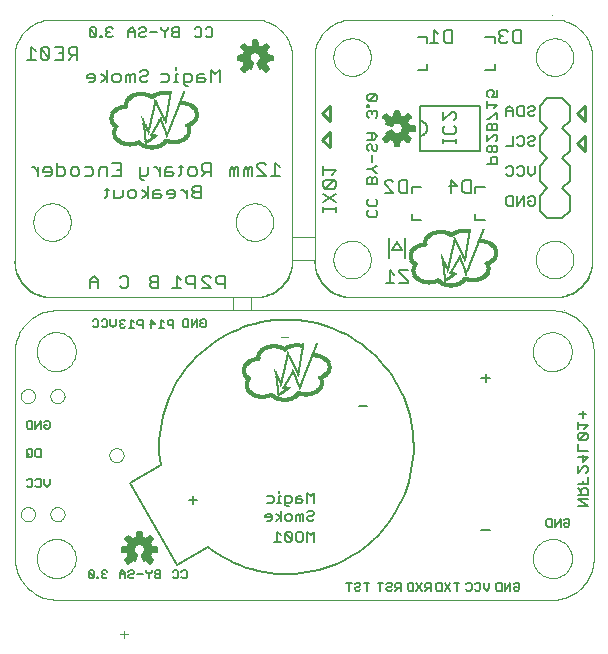
<source format=gbo>
G75*
G70*
%OFA0B0*%
%FSLAX24Y24*%
%IPPOS*%
%LPD*%
%AMOC8*
5,1,8,0,0,1.08239X$1,22.5*
%
%ADD10C,0.0000*%
%ADD11C,0.0030*%
%ADD12C,0.0050*%
%ADD13C,0.0000*%
%ADD14C,0.0060*%
%ADD15C,0.0080*%
%ADD16R,0.0110X0.0005*%
%ADD17R,0.0210X0.0005*%
%ADD18R,0.0280X0.0005*%
%ADD19R,0.0325X0.0005*%
%ADD20R,0.0365X0.0005*%
%ADD21R,0.0410X0.0005*%
%ADD22R,0.0440X0.0005*%
%ADD23R,0.0470X0.0005*%
%ADD24R,0.0505X0.0005*%
%ADD25R,0.0530X0.0005*%
%ADD26R,0.0555X0.0005*%
%ADD27R,0.0580X0.0005*%
%ADD28R,0.0600X0.0005*%
%ADD29R,0.0625X0.0005*%
%ADD30R,0.0645X0.0005*%
%ADD31R,0.0665X0.0005*%
%ADD32R,0.0685X0.0005*%
%ADD33R,0.0705X0.0005*%
%ADD34R,0.0715X0.0005*%
%ADD35R,0.0735X0.0005*%
%ADD36R,0.0755X0.0005*%
%ADD37R,0.0090X0.0005*%
%ADD38R,0.0770X0.0005*%
%ADD39R,0.0190X0.0005*%
%ADD40R,0.0355X0.0005*%
%ADD41R,0.0360X0.0005*%
%ADD42R,0.0260X0.0005*%
%ADD43R,0.0315X0.0005*%
%ADD44R,0.0320X0.0005*%
%ADD45R,0.0295X0.0005*%
%ADD46R,0.0275X0.0005*%
%ADD47R,0.0400X0.0005*%
%ADD48R,0.0265X0.0005*%
%ADD49R,0.0435X0.0005*%
%ADD50R,0.0255X0.0005*%
%ADD51R,0.0465X0.0005*%
%ADD52R,0.0245X0.0005*%
%ADD53R,0.0495X0.0005*%
%ADD54R,0.0235X0.0005*%
%ADD55R,0.0525X0.0005*%
%ADD56R,0.0230X0.0005*%
%ADD57R,0.0240X0.0005*%
%ADD58R,0.0545X0.0005*%
%ADD59R,0.0820X0.0005*%
%ADD60R,0.0220X0.0005*%
%ADD61R,0.0025X0.0005*%
%ADD62R,0.0795X0.0005*%
%ADD63R,0.0215X0.0005*%
%ADD64R,0.0035X0.0005*%
%ADD65R,0.0040X0.0005*%
%ADD66R,0.0800X0.0005*%
%ADD67R,0.0205X0.0005*%
%ADD68R,0.0050X0.0005*%
%ADD69R,0.0805X0.0005*%
%ADD70R,0.0165X0.0005*%
%ADD71R,0.0055X0.0005*%
%ADD72R,0.0200X0.0005*%
%ADD73R,0.0060X0.0005*%
%ADD74R,0.0300X0.0005*%
%ADD75R,0.0195X0.0005*%
%ADD76R,0.0065X0.0005*%
%ADD77R,0.0345X0.0005*%
%ADD78R,0.0070X0.0005*%
%ADD79R,0.0385X0.0005*%
%ADD80R,0.0080X0.0005*%
%ADD81R,0.0425X0.0005*%
%ADD82R,0.0185X0.0005*%
%ADD83R,0.0085X0.0005*%
%ADD84R,0.0635X0.0005*%
%ADD85R,0.0810X0.0005*%
%ADD86R,0.0095X0.0005*%
%ADD87R,0.0335X0.0005*%
%ADD88R,0.0655X0.0005*%
%ADD89R,0.0105X0.0005*%
%ADD90R,0.0290X0.0005*%
%ADD91R,0.0660X0.0005*%
%ADD92R,0.0115X0.0005*%
%ADD93R,0.0285X0.0005*%
%ADD94R,0.0120X0.0005*%
%ADD95R,0.0270X0.0005*%
%ADD96R,0.0675X0.0005*%
%ADD97R,0.0130X0.0005*%
%ADD98R,0.0680X0.0005*%
%ADD99R,0.0135X0.0005*%
%ADD100R,0.0250X0.0005*%
%ADD101R,0.0140X0.0005*%
%ADD102R,0.0180X0.0005*%
%ADD103R,0.0695X0.0005*%
%ADD104R,0.0150X0.0005*%
%ADD105R,0.0160X0.0005*%
%ADD106R,0.0155X0.0005*%
%ADD107R,0.0145X0.0005*%
%ADD108R,0.0700X0.0005*%
%ADD109R,0.0225X0.0005*%
%ADD110R,0.0170X0.0005*%
%ADD111R,0.0100X0.0005*%
%ADD112R,0.0075X0.0005*%
%ADD113R,0.0720X0.0005*%
%ADD114R,0.0725X0.0005*%
%ADD115R,0.0340X0.0005*%
%ADD116R,0.0305X0.0005*%
%ADD117R,0.0175X0.0005*%
%ADD118R,0.0005X0.0005*%
%ADD119R,0.0010X0.0005*%
%ADD120R,0.0015X0.0005*%
%ADD121R,0.0020X0.0005*%
%ADD122R,0.0030X0.0005*%
%ADD123R,0.0125X0.0005*%
%ADD124R,0.0045X0.0005*%
%ADD125R,0.0370X0.0005*%
%ADD126R,0.0375X0.0005*%
%ADD127R,0.0350X0.0005*%
%ADD128R,0.0330X0.0005*%
%ADD129R,0.0485X0.0005*%
%ADD130R,0.0480X0.0005*%
%ADD131R,0.0460X0.0005*%
%ADD132R,0.0445X0.0005*%
%ADD133R,0.0310X0.0005*%
%ADD134R,0.0380X0.0005*%
%ADD135R,0.0415X0.0005*%
%ADD136R,0.0450X0.0005*%
%ADD137R,0.0490X0.0005*%
%ADD138R,0.0965X0.0005*%
%ADD139R,0.0975X0.0005*%
%ADD140R,0.0980X0.0005*%
%ADD141R,0.0990X0.0005*%
%ADD142R,0.1005X0.0005*%
%ADD143R,0.0615X0.0005*%
%ADD144R,0.0640X0.0005*%
%ADD145R,0.0605X0.0005*%
%ADD146R,0.0620X0.0005*%
%ADD147R,0.0590X0.0005*%
%ADD148R,0.0570X0.0005*%
%ADD149R,0.0540X0.0005*%
%ADD150R,0.0515X0.0005*%
%ADD151R,0.0565X0.0005*%
%ADD152R,0.0535X0.0005*%
%ADD153R,0.0395X0.0005*%
%ADD154R,0.0520X0.0005*%
%ADD155R,0.0500X0.0005*%
%ADD156R,0.0430X0.0005*%
%ADD157C,0.0059*%
%ADD158C,0.0000*%
%ADD159C,0.0080*%
%ADD160R,0.0110X0.0005*%
%ADD161R,0.0210X0.0005*%
%ADD162R,0.0280X0.0005*%
%ADD163R,0.0325X0.0005*%
%ADD164R,0.0365X0.0005*%
%ADD165R,0.0410X0.0005*%
%ADD166R,0.0440X0.0005*%
%ADD167R,0.0470X0.0005*%
%ADD168R,0.0505X0.0005*%
%ADD169R,0.0530X0.0005*%
%ADD170R,0.0555X0.0005*%
%ADD171R,0.0580X0.0005*%
%ADD172R,0.0600X0.0005*%
%ADD173R,0.0625X0.0005*%
%ADD174R,0.0645X0.0005*%
%ADD175R,0.0665X0.0005*%
%ADD176R,0.0685X0.0005*%
%ADD177R,0.0705X0.0005*%
%ADD178R,0.0715X0.0005*%
%ADD179R,0.0735X0.0005*%
%ADD180R,0.0755X0.0005*%
%ADD181R,0.0090X0.0005*%
%ADD182R,0.0770X0.0005*%
%ADD183R,0.0190X0.0005*%
%ADD184R,0.0355X0.0005*%
%ADD185R,0.0360X0.0005*%
%ADD186R,0.0260X0.0005*%
%ADD187R,0.0315X0.0005*%
%ADD188R,0.0320X0.0005*%
%ADD189R,0.0295X0.0005*%
%ADD190R,0.0275X0.0005*%
%ADD191R,0.0400X0.0005*%
%ADD192R,0.0265X0.0005*%
%ADD193R,0.0435X0.0005*%
%ADD194R,0.0255X0.0005*%
%ADD195R,0.0465X0.0005*%
%ADD196R,0.0245X0.0005*%
%ADD197R,0.0495X0.0005*%
%ADD198R,0.0235X0.0005*%
%ADD199R,0.0525X0.0005*%
%ADD200R,0.0230X0.0005*%
%ADD201R,0.0240X0.0005*%
%ADD202R,0.0545X0.0005*%
%ADD203R,0.0820X0.0005*%
%ADD204R,0.0220X0.0005*%
%ADD205R,0.0025X0.0005*%
%ADD206R,0.0795X0.0005*%
%ADD207R,0.0215X0.0005*%
%ADD208R,0.0035X0.0005*%
%ADD209R,0.0040X0.0005*%
%ADD210R,0.0800X0.0005*%
%ADD211R,0.0205X0.0005*%
%ADD212R,0.0050X0.0005*%
%ADD213R,0.0805X0.0005*%
%ADD214R,0.0165X0.0005*%
%ADD215R,0.0055X0.0005*%
%ADD216R,0.0200X0.0005*%
%ADD217R,0.0060X0.0005*%
%ADD218R,0.0300X0.0005*%
%ADD219R,0.0195X0.0005*%
%ADD220R,0.0065X0.0005*%
%ADD221R,0.0345X0.0005*%
%ADD222R,0.0070X0.0005*%
%ADD223R,0.0385X0.0005*%
%ADD224R,0.0080X0.0005*%
%ADD225R,0.0425X0.0005*%
%ADD226R,0.0185X0.0005*%
%ADD227R,0.0085X0.0005*%
%ADD228R,0.0635X0.0005*%
%ADD229R,0.0810X0.0005*%
%ADD230R,0.0095X0.0005*%
%ADD231R,0.0335X0.0005*%
%ADD232R,0.0655X0.0005*%
%ADD233R,0.0105X0.0005*%
%ADD234R,0.0290X0.0005*%
%ADD235R,0.0660X0.0005*%
%ADD236R,0.0115X0.0005*%
%ADD237R,0.0285X0.0005*%
%ADD238R,0.0120X0.0005*%
%ADD239R,0.0270X0.0005*%
%ADD240R,0.0675X0.0005*%
%ADD241R,0.0130X0.0005*%
%ADD242R,0.0680X0.0005*%
%ADD243R,0.0135X0.0005*%
%ADD244R,0.0250X0.0005*%
%ADD245R,0.0140X0.0005*%
%ADD246R,0.0180X0.0005*%
%ADD247R,0.0695X0.0005*%
%ADD248R,0.0150X0.0005*%
%ADD249R,0.0160X0.0005*%
%ADD250R,0.0155X0.0005*%
%ADD251R,0.0145X0.0005*%
%ADD252R,0.0700X0.0005*%
%ADD253R,0.0225X0.0005*%
%ADD254R,0.0170X0.0005*%
%ADD255R,0.0100X0.0005*%
%ADD256R,0.0075X0.0005*%
%ADD257R,0.0720X0.0005*%
%ADD258R,0.0725X0.0005*%
%ADD259R,0.0340X0.0005*%
%ADD260R,0.0305X0.0005*%
%ADD261R,0.0175X0.0005*%
%ADD262R,0.0005X0.0005*%
%ADD263R,0.0010X0.0005*%
%ADD264R,0.0015X0.0005*%
%ADD265R,0.0020X0.0005*%
%ADD266R,0.0030X0.0005*%
%ADD267R,0.0125X0.0005*%
%ADD268R,0.0045X0.0005*%
%ADD269R,0.0370X0.0005*%
%ADD270R,0.0375X0.0005*%
%ADD271R,0.0350X0.0005*%
%ADD272R,0.0330X0.0005*%
%ADD273R,0.0485X0.0005*%
%ADD274R,0.0480X0.0005*%
%ADD275R,0.0460X0.0005*%
%ADD276R,0.0445X0.0005*%
%ADD277R,0.0310X0.0005*%
%ADD278R,0.0380X0.0005*%
%ADD279R,0.0415X0.0005*%
%ADD280R,0.0450X0.0005*%
%ADD281R,0.0490X0.0005*%
%ADD282R,0.0965X0.0005*%
%ADD283R,0.0975X0.0005*%
%ADD284R,0.0980X0.0005*%
%ADD285R,0.0990X0.0005*%
%ADD286R,0.1005X0.0005*%
%ADD287R,0.0615X0.0005*%
%ADD288R,0.0640X0.0005*%
%ADD289R,0.0605X0.0005*%
%ADD290R,0.0620X0.0005*%
%ADD291R,0.0590X0.0005*%
%ADD292R,0.0570X0.0005*%
%ADD293R,0.0540X0.0005*%
%ADD294R,0.0515X0.0005*%
%ADD295R,0.0565X0.0005*%
%ADD296R,0.0535X0.0005*%
%ADD297R,0.0395X0.0005*%
%ADD298R,0.0520X0.0005*%
%ADD299R,0.0500X0.0005*%
%ADD300R,0.0430X0.0005*%
%ADD301C,0.0060*%
%ADD302C,0.0059*%
%ADD303C,0.0000*%
%ADD304C,0.0060*%
%ADD305R,0.0110X0.0005*%
%ADD306R,0.0210X0.0005*%
%ADD307R,0.0280X0.0005*%
%ADD308R,0.0325X0.0005*%
%ADD309R,0.0365X0.0005*%
%ADD310R,0.0410X0.0005*%
%ADD311R,0.0440X0.0005*%
%ADD312R,0.0470X0.0005*%
%ADD313R,0.0505X0.0005*%
%ADD314R,0.0530X0.0005*%
%ADD315R,0.0555X0.0005*%
%ADD316R,0.0580X0.0005*%
%ADD317R,0.0600X0.0005*%
%ADD318R,0.0625X0.0005*%
%ADD319R,0.0645X0.0005*%
%ADD320R,0.0665X0.0005*%
%ADD321R,0.0685X0.0005*%
%ADD322R,0.0705X0.0005*%
%ADD323R,0.0715X0.0005*%
%ADD324R,0.0735X0.0005*%
%ADD325R,0.0755X0.0005*%
%ADD326R,0.0090X0.0005*%
%ADD327R,0.0770X0.0005*%
%ADD328R,0.0190X0.0005*%
%ADD329R,0.0355X0.0005*%
%ADD330R,0.0360X0.0005*%
%ADD331R,0.0260X0.0005*%
%ADD332R,0.0315X0.0005*%
%ADD333R,0.0320X0.0005*%
%ADD334R,0.0295X0.0005*%
%ADD335R,0.0275X0.0005*%
%ADD336R,0.0400X0.0005*%
%ADD337R,0.0265X0.0005*%
%ADD338R,0.0435X0.0005*%
%ADD339R,0.0255X0.0005*%
%ADD340R,0.0465X0.0005*%
%ADD341R,0.0245X0.0005*%
%ADD342R,0.0495X0.0005*%
%ADD343R,0.0235X0.0005*%
%ADD344R,0.0525X0.0005*%
%ADD345R,0.0230X0.0005*%
%ADD346R,0.0240X0.0005*%
%ADD347R,0.0545X0.0005*%
%ADD348R,0.0820X0.0005*%
%ADD349R,0.0220X0.0005*%
%ADD350R,0.0025X0.0005*%
%ADD351R,0.0795X0.0005*%
%ADD352R,0.0215X0.0005*%
%ADD353R,0.0035X0.0005*%
%ADD354R,0.0040X0.0005*%
%ADD355R,0.0800X0.0005*%
%ADD356R,0.0205X0.0005*%
%ADD357R,0.0050X0.0005*%
%ADD358R,0.0805X0.0005*%
%ADD359R,0.0165X0.0005*%
%ADD360R,0.0055X0.0005*%
%ADD361R,0.0200X0.0005*%
%ADD362R,0.0060X0.0005*%
%ADD363R,0.0300X0.0005*%
%ADD364R,0.0195X0.0005*%
%ADD365R,0.0065X0.0005*%
%ADD366R,0.0345X0.0005*%
%ADD367R,0.0070X0.0005*%
%ADD368R,0.0385X0.0005*%
%ADD369R,0.0080X0.0005*%
%ADD370R,0.0425X0.0005*%
%ADD371R,0.0185X0.0005*%
%ADD372R,0.0085X0.0005*%
%ADD373R,0.0635X0.0005*%
%ADD374R,0.0810X0.0005*%
%ADD375R,0.0095X0.0005*%
%ADD376R,0.0335X0.0005*%
%ADD377R,0.0655X0.0005*%
%ADD378R,0.0105X0.0005*%
%ADD379R,0.0290X0.0005*%
%ADD380R,0.0660X0.0005*%
%ADD381R,0.0115X0.0005*%
%ADD382R,0.0285X0.0005*%
%ADD383R,0.0120X0.0005*%
%ADD384R,0.0270X0.0005*%
%ADD385R,0.0675X0.0005*%
%ADD386R,0.0130X0.0005*%
%ADD387R,0.0680X0.0005*%
%ADD388R,0.0135X0.0005*%
%ADD389R,0.0250X0.0005*%
%ADD390R,0.0140X0.0005*%
%ADD391R,0.0180X0.0005*%
%ADD392R,0.0695X0.0005*%
%ADD393R,0.0150X0.0005*%
%ADD394R,0.0160X0.0005*%
%ADD395R,0.0155X0.0005*%
%ADD396R,0.0145X0.0005*%
%ADD397R,0.0700X0.0005*%
%ADD398R,0.0225X0.0005*%
%ADD399R,0.0170X0.0005*%
%ADD400R,0.0100X0.0005*%
%ADD401R,0.0075X0.0005*%
%ADD402R,0.0720X0.0005*%
%ADD403R,0.0725X0.0005*%
%ADD404R,0.0340X0.0005*%
%ADD405R,0.0305X0.0005*%
%ADD406R,0.0175X0.0005*%
%ADD407R,0.0005X0.0005*%
%ADD408R,0.0010X0.0005*%
%ADD409R,0.0015X0.0005*%
%ADD410R,0.0020X0.0005*%
%ADD411R,0.0030X0.0005*%
%ADD412R,0.0125X0.0005*%
%ADD413R,0.0045X0.0005*%
%ADD414R,0.0370X0.0005*%
%ADD415R,0.0375X0.0005*%
%ADD416R,0.0350X0.0005*%
%ADD417R,0.0330X0.0005*%
%ADD418R,0.0485X0.0005*%
%ADD419R,0.0480X0.0005*%
%ADD420R,0.0460X0.0005*%
%ADD421R,0.0445X0.0005*%
%ADD422R,0.0310X0.0005*%
%ADD423R,0.0380X0.0005*%
%ADD424R,0.0415X0.0005*%
%ADD425R,0.0450X0.0005*%
%ADD426R,0.0490X0.0005*%
%ADD427R,0.0965X0.0005*%
%ADD428R,0.0975X0.0005*%
%ADD429R,0.0980X0.0005*%
%ADD430R,0.0990X0.0005*%
%ADD431R,0.1005X0.0005*%
%ADD432R,0.0615X0.0005*%
%ADD433R,0.0640X0.0005*%
%ADD434R,0.0605X0.0005*%
%ADD435R,0.0620X0.0005*%
%ADD436R,0.0590X0.0005*%
%ADD437R,0.0570X0.0005*%
%ADD438R,0.0540X0.0005*%
%ADD439R,0.0515X0.0005*%
%ADD440R,0.0565X0.0005*%
%ADD441R,0.0535X0.0005*%
%ADD442R,0.0395X0.0005*%
%ADD443R,0.0520X0.0005*%
%ADD444R,0.0500X0.0005*%
%ADD445R,0.0430X0.0005*%
%ADD446C,0.0100*%
%ADD447C,0.0080*%
%ADD448C,0.0059*%
%ADD449C,0.0050*%
D10*
X001489Y001583D02*
X001492Y001583D01*
X018027Y001583D01*
X018030Y001583D01*
X018027Y001583D02*
X018099Y001585D01*
X018171Y001591D01*
X018243Y001600D01*
X018314Y001613D01*
X018384Y001630D01*
X018453Y001650D01*
X018521Y001675D01*
X018587Y001702D01*
X018653Y001733D01*
X018716Y001768D01*
X018778Y001805D01*
X018837Y001846D01*
X018894Y001890D01*
X018949Y001937D01*
X019001Y001987D01*
X019051Y002039D01*
X019098Y002094D01*
X019142Y002151D01*
X019183Y002210D01*
X019220Y002272D01*
X019255Y002335D01*
X019286Y002401D01*
X019313Y002467D01*
X019338Y002535D01*
X019358Y002604D01*
X019375Y002674D01*
X019388Y002745D01*
X019397Y002817D01*
X019403Y002889D01*
X019405Y002961D01*
X019405Y009851D01*
X019403Y009923D01*
X019397Y009995D01*
X019388Y010067D01*
X019375Y010138D01*
X019358Y010208D01*
X019338Y010277D01*
X019313Y010345D01*
X019286Y010411D01*
X019255Y010477D01*
X019220Y010540D01*
X019183Y010602D01*
X019142Y010661D01*
X019098Y010718D01*
X019051Y010773D01*
X019001Y010825D01*
X018949Y010875D01*
X018894Y010922D01*
X018837Y010966D01*
X018778Y011007D01*
X018716Y011044D01*
X018653Y011079D01*
X018587Y011110D01*
X018521Y011137D01*
X018453Y011162D01*
X018384Y011182D01*
X018314Y011199D01*
X018243Y011212D01*
X018171Y011221D01*
X018099Y011227D01*
X018027Y011229D01*
X007988Y011229D01*
X007988Y011672D01*
X008100Y011672D01*
X007397Y011672D02*
X007397Y011229D01*
X001492Y011229D01*
X001489Y011229D01*
X001350Y011672D02*
X007397Y011672D01*
X008100Y011672D02*
X008166Y011670D01*
X008232Y011672D01*
X008298Y011678D01*
X008364Y011687D01*
X008429Y011700D01*
X008494Y011717D01*
X008557Y011737D01*
X008619Y011761D01*
X008679Y011788D01*
X008738Y011819D01*
X008796Y011853D01*
X008851Y011890D01*
X008904Y011930D01*
X008954Y011973D01*
X009003Y012018D01*
X009048Y012067D01*
X009091Y012117D01*
X009131Y012170D01*
X009168Y012225D01*
X009202Y012283D01*
X009233Y012342D01*
X009260Y012402D01*
X009284Y012464D01*
X009304Y012527D01*
X009321Y012592D01*
X009334Y012657D01*
X009343Y012723D01*
X009349Y012789D01*
X009351Y012855D01*
X009349Y012921D01*
X009350Y012922D02*
X010100Y012922D01*
X010100Y013672D02*
X010100Y019672D01*
X009350Y019672D02*
X009350Y013672D01*
X010100Y013672D01*
X010100Y012922D02*
X010102Y012854D01*
X010107Y012787D01*
X010116Y012720D01*
X010129Y012653D01*
X010146Y012588D01*
X010165Y012523D01*
X010189Y012459D01*
X010216Y012397D01*
X010246Y012336D01*
X010279Y012278D01*
X010315Y012221D01*
X010355Y012166D01*
X010397Y012113D01*
X010443Y012062D01*
X010490Y012015D01*
X010541Y011969D01*
X010594Y011927D01*
X010649Y011887D01*
X010706Y011851D01*
X010764Y011818D01*
X010825Y011788D01*
X010887Y011761D01*
X010951Y011737D01*
X011016Y011718D01*
X011081Y011701D01*
X011148Y011688D01*
X011215Y011679D01*
X011282Y011674D01*
X011350Y011672D01*
X018100Y011672D01*
X018421Y011229D02*
X018424Y011229D01*
X018100Y011672D02*
X018166Y011670D01*
X018232Y011672D01*
X018298Y011678D01*
X018364Y011687D01*
X018429Y011700D01*
X018494Y011717D01*
X018557Y011737D01*
X018619Y011761D01*
X018679Y011788D01*
X018738Y011819D01*
X018796Y011853D01*
X018851Y011890D01*
X018904Y011930D01*
X018954Y011973D01*
X019003Y012018D01*
X019048Y012067D01*
X019091Y012117D01*
X019131Y012170D01*
X019168Y012225D01*
X019202Y012283D01*
X019233Y012342D01*
X019260Y012402D01*
X019284Y012464D01*
X019304Y012527D01*
X019321Y012592D01*
X019334Y012657D01*
X019343Y012723D01*
X019349Y012789D01*
X019351Y012855D01*
X019349Y012921D01*
X019350Y012922D02*
X019350Y019672D01*
X019348Y019740D01*
X019343Y019807D01*
X019334Y019874D01*
X019321Y019941D01*
X019304Y020006D01*
X019285Y020071D01*
X019261Y020135D01*
X019234Y020197D01*
X019204Y020258D01*
X019171Y020316D01*
X019135Y020373D01*
X019095Y020428D01*
X019053Y020481D01*
X019007Y020532D01*
X018960Y020579D01*
X018909Y020625D01*
X018856Y020667D01*
X018801Y020707D01*
X018744Y020743D01*
X018686Y020776D01*
X018625Y020806D01*
X018563Y020833D01*
X018499Y020857D01*
X018434Y020876D01*
X018369Y020893D01*
X018302Y020906D01*
X018235Y020915D01*
X018168Y020920D01*
X018100Y020922D01*
X018137Y020922D02*
X011350Y020922D01*
X011282Y020920D01*
X011215Y020915D01*
X011148Y020906D01*
X011081Y020893D01*
X011016Y020876D01*
X010951Y020857D01*
X010887Y020833D01*
X010825Y020806D01*
X010764Y020776D01*
X010706Y020743D01*
X010649Y020707D01*
X010594Y020667D01*
X010541Y020625D01*
X010490Y020579D01*
X010443Y020532D01*
X010397Y020481D01*
X010355Y020428D01*
X010315Y020373D01*
X010279Y020316D01*
X010246Y020258D01*
X010216Y020197D01*
X010189Y020135D01*
X010165Y020071D01*
X010146Y020006D01*
X010129Y019941D01*
X010116Y019874D01*
X010107Y019807D01*
X010102Y019740D01*
X010100Y019672D01*
X009350Y019672D02*
X009348Y019740D01*
X009343Y019807D01*
X009334Y019874D01*
X009321Y019941D01*
X009304Y020006D01*
X009285Y020071D01*
X009261Y020135D01*
X009234Y020197D01*
X009204Y020258D01*
X009171Y020316D01*
X009135Y020373D01*
X009095Y020428D01*
X009053Y020481D01*
X009007Y020532D01*
X008960Y020579D01*
X008909Y020625D01*
X008856Y020667D01*
X008801Y020707D01*
X008744Y020743D01*
X008686Y020776D01*
X008625Y020806D01*
X008563Y020833D01*
X008499Y020857D01*
X008434Y020876D01*
X008369Y020893D01*
X008302Y020906D01*
X008235Y020915D01*
X008168Y020920D01*
X008100Y020922D01*
X001350Y020922D01*
X001282Y020920D01*
X001215Y020915D01*
X001148Y020906D01*
X001081Y020893D01*
X001016Y020876D01*
X000951Y020857D01*
X000887Y020833D01*
X000825Y020806D01*
X000764Y020776D01*
X000706Y020743D01*
X000649Y020707D01*
X000594Y020667D01*
X000541Y020625D01*
X000490Y020579D01*
X000443Y020532D01*
X000397Y020481D01*
X000355Y020428D01*
X000315Y020373D01*
X000279Y020316D01*
X000246Y020258D01*
X000216Y020197D01*
X000189Y020135D01*
X000165Y020071D01*
X000146Y020006D01*
X000129Y019941D01*
X000116Y019874D01*
X000107Y019807D01*
X000102Y019740D01*
X000100Y019672D01*
X000100Y012922D01*
X000102Y012854D01*
X000107Y012787D01*
X000116Y012720D01*
X000129Y012653D01*
X000146Y012588D01*
X000165Y012523D01*
X000189Y012459D01*
X000216Y012397D01*
X000246Y012336D01*
X000279Y012278D01*
X000315Y012221D01*
X000355Y012166D01*
X000397Y012113D01*
X000443Y012062D01*
X000490Y012015D01*
X000541Y011969D01*
X000594Y011927D01*
X000649Y011887D01*
X000706Y011851D01*
X000764Y011818D01*
X000825Y011788D01*
X000887Y011761D01*
X000951Y011737D01*
X001016Y011718D01*
X001081Y011701D01*
X001148Y011688D01*
X001215Y011679D01*
X001282Y011674D01*
X001350Y011672D01*
X001492Y011229D02*
X001420Y011227D01*
X001348Y011221D01*
X001276Y011212D01*
X001205Y011199D01*
X001135Y011182D01*
X001066Y011162D01*
X000998Y011137D01*
X000932Y011110D01*
X000866Y011079D01*
X000803Y011044D01*
X000741Y011007D01*
X000682Y010966D01*
X000625Y010922D01*
X000570Y010875D01*
X000518Y010825D01*
X000468Y010773D01*
X000421Y010718D01*
X000377Y010661D01*
X000336Y010602D01*
X000299Y010540D01*
X000264Y010477D01*
X000233Y010411D01*
X000206Y010345D01*
X000181Y010277D01*
X000161Y010208D01*
X000144Y010138D01*
X000131Y010067D01*
X000122Y009995D01*
X000116Y009923D01*
X000114Y009851D01*
X000114Y009854D01*
X000114Y009851D02*
X000114Y003001D01*
X000114Y002958D01*
X000113Y003001D02*
X000114Y002928D01*
X000119Y002854D01*
X000127Y002782D01*
X000140Y002710D01*
X000156Y002638D01*
X000175Y002568D01*
X000199Y002498D01*
X000226Y002430D01*
X000257Y002364D01*
X000291Y002299D01*
X000328Y002236D01*
X000369Y002175D01*
X000412Y002117D01*
X000459Y002060D01*
X000509Y002006D01*
X000561Y001955D01*
X000616Y001907D01*
X000673Y001862D01*
X000733Y001819D01*
X000795Y001780D01*
X000859Y001744D01*
X000924Y001712D01*
X000992Y001683D01*
X001060Y001658D01*
X001130Y001636D01*
X001201Y001618D01*
X001273Y001603D01*
X001345Y001593D01*
X001418Y001586D01*
X001491Y001583D01*
X018027Y021072D02*
X018030Y021072D01*
D11*
X003747Y000557D02*
X003747Y000310D01*
X003870Y000433D02*
X003623Y000433D01*
D12*
X2572Y2345D02*
X2617Y2300D01*
X2707Y2300D01*
X2752Y2345D01*
X2572Y2525D01*
X2572Y2345D01*
X2752Y2345D02*
X2752Y2525D01*
X2707Y2570D01*
X2617Y2570D01*
X2572Y2525D01*
X2854Y2345D02*
X2854Y2300D01*
X2899Y2300D01*
X2899Y2345D01*
X2854Y2345D01*
X3014Y2345D02*
X3014Y2390D01*
X3059Y2435D01*
X3104Y2435D01*
X3059Y2435D02*
X3014Y2480D01*
X3014Y2525D01*
X3059Y2570D01*
X3149Y2570D01*
X3194Y2525D01*
X3194Y2345D02*
X3149Y2300D01*
X3059Y2300D01*
X3014Y2345D01*
X3603Y2300D02*
X3603Y2480D01*
X3693Y2570D01*
X3783Y2480D01*
X3783Y2300D01*
X3898Y2345D02*
X3898Y2390D01*
X3943Y2435D01*
X4033Y2435D01*
X4078Y2480D01*
X4078Y2525D01*
X4033Y2570D01*
X3943Y2570D01*
X3898Y2525D01*
X3783Y2435D02*
X3603Y2435D01*
X3898Y2345D02*
X3943Y2300D01*
X4033Y2300D01*
X4078Y2345D01*
X4192Y2435D02*
X4373Y2435D01*
X4487Y2525D02*
X4487Y2570D01*
X4487Y2525D02*
X4577Y2435D01*
X4577Y2300D01*
X4577Y2435D02*
X4667Y2525D01*
X4667Y2570D01*
X4782Y2525D02*
X4782Y2480D01*
X4827Y2435D01*
X4962Y2435D01*
X4962Y2570D02*
X4827Y2570D01*
X4782Y2525D01*
X4827Y2435D02*
X4782Y2390D01*
X4782Y2345D01*
X4827Y2300D01*
X4962Y2300D01*
X4962Y2570D01*
X5371Y2525D02*
X5416Y2570D01*
X5506Y2570D01*
X5551Y2525D01*
X5551Y2345D01*
X5506Y2300D01*
X5416Y2300D01*
X5371Y2345D01*
X5666Y2345D02*
X5711Y2300D01*
X5801Y2300D01*
X5846Y2345D01*
X5846Y2525D01*
X5801Y2570D01*
X5711Y2570D01*
X5666Y2525D01*
X1273Y5428D02*
X1183Y5338D01*
X1093Y5428D01*
X1093Y5608D01*
X978Y5563D02*
X978Y5383D01*
X933Y5338D01*
X843Y5338D01*
X798Y5383D01*
X683Y5383D02*
X638Y5338D01*
X548Y5338D01*
X503Y5383D01*
X503Y5563D02*
X548Y5608D01*
X638Y5608D01*
X683Y5563D01*
X683Y5383D01*
X798Y5563D02*
X843Y5608D01*
X933Y5608D01*
X978Y5563D01*
X1273Y5608D02*
X1273Y5428D01*
X978Y6338D02*
X843Y6338D01*
X798Y6383D01*
X798Y6563D01*
X843Y6608D01*
X978Y6608D01*
X978Y6338D01*
X683Y6383D02*
X683Y6563D01*
X638Y6608D01*
X548Y6608D01*
X503Y6563D01*
X503Y6383D01*
X548Y6338D01*
X638Y6338D01*
X683Y6383D01*
X593Y6428D02*
X503Y6338D01*
X548Y7288D02*
X503Y7333D01*
X503Y7513D01*
X548Y7558D01*
X683Y7558D01*
X683Y7288D01*
X548Y7288D01*
X798Y7288D02*
X798Y7558D01*
X978Y7558D02*
X798Y7288D01*
X978Y7288D02*
X978Y7558D01*
X1093Y7513D02*
X1138Y7558D01*
X1228Y7558D01*
X1273Y7513D01*
X1273Y7333D01*
X1228Y7288D01*
X1138Y7288D01*
X1093Y7333D01*
X1093Y7423D01*
X1183Y7423D01*
X2753Y10665D02*
X2708Y10710D01*
X2753Y10665D02*
X2843Y10665D01*
X2888Y10710D01*
X2888Y10890D01*
X2843Y10935D01*
X2753Y10935D01*
X2708Y10890D01*
X3003Y10890D02*
X3048Y10935D01*
X3138Y10935D01*
X3183Y10890D01*
X3183Y10710D01*
X3138Y10665D01*
X3048Y10665D01*
X3003Y10710D01*
X3297Y10755D02*
X3297Y10935D01*
X3477Y10935D02*
X3477Y10755D01*
X3387Y10665D01*
X3297Y10755D01*
X3610Y10745D02*
X3610Y10700D01*
X3655Y10655D01*
X3745Y10655D01*
X3790Y10700D01*
X3904Y10655D02*
X4084Y10655D01*
X3994Y10655D02*
X3994Y10925D01*
X4084Y10835D01*
X4199Y10880D02*
X4199Y10790D01*
X4244Y10745D01*
X4379Y10745D01*
X4379Y10655D02*
X4379Y10925D01*
X4244Y10925D01*
X4199Y10880D01*
X3790Y10880D02*
X3745Y10925D01*
X3655Y10925D01*
X3610Y10880D01*
X3610Y10835D01*
X3655Y10790D01*
X3610Y10745D01*
X3655Y10790D02*
X3700Y10790D01*
X4611Y10790D02*
X4791Y10790D01*
X4656Y10925D01*
X4656Y10655D01*
X4906Y10655D02*
X5086Y10655D01*
X4996Y10655D02*
X4996Y10925D01*
X5086Y10835D01*
X5200Y10880D02*
X5200Y10790D01*
X5245Y10745D01*
X5381Y10745D01*
X5381Y10655D02*
X5381Y10925D01*
X5245Y10925D01*
X5200Y10880D01*
X5710Y10890D02*
X5710Y10710D01*
X5755Y10665D01*
X5890Y10665D01*
X5890Y10935D01*
X5755Y10935D01*
X5710Y10890D01*
X6004Y10935D02*
X6004Y10665D01*
X6184Y10935D01*
X6184Y10665D01*
X6299Y10710D02*
X6299Y10800D01*
X6389Y10800D01*
X6479Y10890D02*
X6479Y10710D01*
X6434Y10665D01*
X6344Y10665D01*
X6299Y10710D01*
X6299Y10890D02*
X6344Y10935D01*
X6434Y10935D01*
X6479Y10890D01*
X17829Y4240D02*
X17874Y4285D01*
X18009Y4285D01*
X18009Y4014D01*
X17874Y4014D01*
X17829Y4060D01*
X17829Y4240D01*
X18123Y4285D02*
X18123Y4014D01*
X18304Y4285D01*
X18304Y4014D01*
X18418Y4060D02*
X18418Y4150D01*
X18508Y4150D01*
X18418Y4240D02*
X18463Y4285D01*
X18553Y4285D01*
X18598Y4240D01*
X18598Y4060D01*
X18553Y4014D01*
X18463Y4014D01*
X18418Y4060D01*
X16878Y2158D02*
X16923Y2113D01*
X16923Y1933D01*
X16878Y1888D01*
X16788Y1888D01*
X16743Y1933D01*
X16743Y2023D01*
X16833Y2023D01*
X16743Y2113D02*
X16788Y2158D01*
X16878Y2158D01*
X16628Y2158D02*
X16448Y1888D01*
X16448Y2158D01*
X16333Y2158D02*
X16198Y2158D01*
X16153Y2113D01*
X16153Y1933D01*
X16198Y1888D01*
X16333Y1888D01*
X16333Y2158D01*
X16628Y2158D02*
X16628Y1888D01*
X15923Y1978D02*
X15923Y2158D01*
X15743Y2158D02*
X15743Y1978D01*
X15833Y1888D01*
X15923Y1978D01*
X15628Y1933D02*
X15628Y2113D01*
X15583Y2158D01*
X15493Y2158D01*
X15448Y2113D01*
X15333Y2113D02*
X15333Y1933D01*
X15288Y1888D01*
X15198Y1888D01*
X15153Y1933D01*
X15153Y2113D02*
X15198Y2158D01*
X15288Y2158D01*
X15333Y2113D01*
X15448Y1933D02*
X15493Y1888D01*
X15583Y1888D01*
X15628Y1933D01*
X14923Y2158D02*
X14743Y2158D01*
X14833Y2158D02*
X14833Y1888D01*
X14628Y1888D02*
X14448Y2158D01*
X14333Y2158D02*
X14198Y2158D01*
X14153Y2113D01*
X14153Y1933D01*
X14198Y1888D01*
X14333Y1888D01*
X14333Y2158D01*
X13973Y2158D02*
X13838Y2158D01*
X13793Y2113D01*
X13793Y2023D01*
X13838Y1978D01*
X13973Y1978D01*
X13973Y1888D02*
X13973Y2158D01*
X13883Y1978D02*
X13793Y1888D01*
X13678Y1888D02*
X13498Y2158D01*
X13383Y2158D02*
X13248Y2158D01*
X13203Y2113D01*
X13203Y1933D01*
X13248Y1888D01*
X13383Y1888D01*
X13383Y2158D01*
X13498Y1888D02*
X13678Y2158D01*
X12973Y2158D02*
X12973Y1888D01*
X12973Y1978D02*
X12838Y1978D01*
X12793Y2023D01*
X12793Y2113D01*
X12838Y2158D01*
X12973Y2158D01*
X12678Y2113D02*
X12678Y2068D01*
X12633Y2023D01*
X12543Y2023D01*
X12498Y1978D01*
X12498Y1933D01*
X12543Y1888D01*
X12633Y1888D01*
X12678Y1933D01*
X12793Y1888D02*
X12883Y1978D01*
X12678Y2113D02*
X12633Y2158D01*
X12543Y2158D01*
X12498Y2113D01*
X12383Y2158D02*
X12203Y2158D01*
X12293Y2158D02*
X12293Y1888D01*
X11833Y1888D02*
X11833Y2158D01*
X11923Y2158D02*
X11743Y2158D01*
X11628Y2113D02*
X11583Y2158D01*
X11493Y2158D01*
X11448Y2113D01*
X11493Y2023D02*
X11448Y1978D01*
X11448Y1933D01*
X11493Y1888D01*
X11583Y1888D01*
X11628Y1933D01*
X11583Y2023D02*
X11493Y2023D01*
X11583Y2023D02*
X11628Y2068D01*
X11628Y2113D01*
X11333Y2158D02*
X11153Y2158D01*
X11243Y2158D02*
X11243Y1888D01*
X14448Y1888D02*
X14628Y2158D01*
D13*
X1492Y1583D02*
X1489Y1583D01*
X1492Y1583D02*
X18027Y1583D01*
X18030Y1583D01*
X17380Y2958D02*
X17382Y3008D01*
X17388Y3058D01*
X17398Y3108D01*
X17411Y3156D01*
X17428Y3204D01*
X17449Y3250D01*
X17473Y3294D01*
X17501Y3336D01*
X17532Y3376D01*
X17566Y3413D01*
X17603Y3448D01*
X17642Y3479D01*
X17683Y3508D01*
X17727Y3533D01*
X17773Y3555D01*
X17820Y3573D01*
X17868Y3587D01*
X17917Y3598D01*
X17967Y3605D01*
X18017Y3608D01*
X18068Y3607D01*
X18118Y3602D01*
X18168Y3593D01*
X18216Y3581D01*
X18264Y3564D01*
X18310Y3544D01*
X18355Y3521D01*
X18398Y3494D01*
X18438Y3464D01*
X18476Y3431D01*
X18511Y3395D01*
X18544Y3356D01*
X18573Y3315D01*
X18599Y3272D01*
X18622Y3227D01*
X18641Y3180D01*
X18656Y3132D01*
X18668Y3083D01*
X18676Y3033D01*
X18680Y2983D01*
X18680Y2933D01*
X18676Y2883D01*
X18668Y2833D01*
X18656Y2784D01*
X18641Y2736D01*
X18622Y2689D01*
X18599Y2644D01*
X18573Y2601D01*
X18544Y2560D01*
X18511Y2521D01*
X18476Y2485D01*
X18438Y2452D01*
X18398Y2422D01*
X18355Y2395D01*
X18310Y2372D01*
X18264Y2352D01*
X18216Y2335D01*
X18168Y2323D01*
X18118Y2314D01*
X18068Y2309D01*
X18017Y2308D01*
X17967Y2311D01*
X17917Y2318D01*
X17868Y2329D01*
X17820Y2343D01*
X17773Y2361D01*
X17727Y2383D01*
X17683Y2408D01*
X17642Y2437D01*
X17603Y2468D01*
X17566Y2503D01*
X17532Y2540D01*
X17501Y2580D01*
X17473Y2622D01*
X17449Y2666D01*
X17428Y2712D01*
X17411Y2760D01*
X17398Y2808D01*
X17388Y2858D01*
X17382Y2908D01*
X17380Y2958D01*
X18027Y1583D02*
X18099Y1585D01*
X18171Y1591D01*
X18243Y1600D01*
X18314Y1613D01*
X18384Y1630D01*
X18453Y1650D01*
X18521Y1675D01*
X18587Y1702D01*
X18653Y1733D01*
X18716Y1768D01*
X18778Y1805D01*
X18837Y1846D01*
X18894Y1890D01*
X18949Y1937D01*
X19001Y1987D01*
X19051Y2039D01*
X19098Y2094D01*
X19142Y2151D01*
X19183Y2210D01*
X19220Y2272D01*
X19255Y2335D01*
X19286Y2401D01*
X19313Y2467D01*
X19338Y2535D01*
X19358Y2604D01*
X19375Y2674D01*
X19388Y2745D01*
X19397Y2817D01*
X19403Y2889D01*
X19405Y2961D01*
X19405Y9851D01*
X17377Y9851D02*
X17379Y9901D01*
X17385Y9951D01*
X17395Y10001D01*
X17408Y10049D01*
X17425Y10097D01*
X17446Y10143D01*
X17470Y10187D01*
X17498Y10229D01*
X17529Y10269D01*
X17563Y10306D01*
X17600Y10341D01*
X17639Y10372D01*
X17680Y10401D01*
X17724Y10426D01*
X17770Y10448D01*
X17817Y10466D01*
X17865Y10480D01*
X17914Y10491D01*
X17964Y10498D01*
X18014Y10501D01*
X18065Y10500D01*
X18115Y10495D01*
X18165Y10486D01*
X18213Y10474D01*
X18261Y10457D01*
X18307Y10437D01*
X18352Y10414D01*
X18395Y10387D01*
X18435Y10357D01*
X18473Y10324D01*
X18508Y10288D01*
X18541Y10249D01*
X18570Y10208D01*
X18596Y10165D01*
X18619Y10120D01*
X18638Y10073D01*
X18653Y10025D01*
X18665Y9976D01*
X18673Y9926D01*
X18677Y9876D01*
X18677Y9826D01*
X18673Y9776D01*
X18665Y9726D01*
X18653Y9677D01*
X18638Y9629D01*
X18619Y9582D01*
X18596Y9537D01*
X18570Y9494D01*
X18541Y9453D01*
X18508Y9414D01*
X18473Y9378D01*
X18435Y9345D01*
X18395Y9315D01*
X18352Y9288D01*
X18307Y9265D01*
X18261Y9245D01*
X18213Y9228D01*
X18165Y9216D01*
X18115Y9207D01*
X18065Y9202D01*
X18014Y9201D01*
X17964Y9204D01*
X17914Y9211D01*
X17865Y9222D01*
X17817Y9236D01*
X17770Y9254D01*
X17724Y9276D01*
X17680Y9301D01*
X17639Y9330D01*
X17600Y9361D01*
X17563Y9396D01*
X17529Y9433D01*
X17498Y9473D01*
X17470Y9515D01*
X17446Y9559D01*
X17425Y9605D01*
X17408Y9653D01*
X17395Y9701D01*
X17385Y9751D01*
X17379Y9801D01*
X17377Y9851D01*
X18027Y11229D02*
X18099Y11227D01*
X18171Y11221D01*
X18243Y11212D01*
X18314Y11199D01*
X18384Y11182D01*
X18453Y11162D01*
X18521Y11137D01*
X18587Y11110D01*
X18653Y11079D01*
X18716Y11044D01*
X18778Y11007D01*
X18837Y10966D01*
X18894Y10922D01*
X18949Y10875D01*
X19001Y10825D01*
X19051Y10773D01*
X19098Y10718D01*
X19142Y10661D01*
X19183Y10602D01*
X19220Y10540D01*
X19255Y10477D01*
X19286Y10411D01*
X19313Y10345D01*
X19338Y10277D01*
X19358Y10208D01*
X19375Y10138D01*
X19388Y10067D01*
X19397Y9995D01*
X19403Y9923D01*
X19405Y9851D01*
X18027Y11229D02*
X1492Y11229D01*
X839Y9854D02*
X841Y9904D01*
X847Y9954D01*
X857Y10004D01*
X870Y10052D01*
X887Y10100D01*
X908Y10146D01*
X932Y10190D01*
X960Y10232D01*
X991Y10272D01*
X1025Y10309D01*
X1062Y10344D01*
X1101Y10375D01*
X1142Y10404D01*
X1186Y10429D01*
X1232Y10451D01*
X1279Y10469D01*
X1327Y10483D01*
X1376Y10494D01*
X1426Y10501D01*
X1476Y10504D01*
X1527Y10503D01*
X1577Y10498D01*
X1627Y10489D01*
X1675Y10477D01*
X1723Y10460D01*
X1769Y10440D01*
X1814Y10417D01*
X1857Y10390D01*
X1897Y10360D01*
X1935Y10327D01*
X1970Y10291D01*
X2003Y10252D01*
X2032Y10211D01*
X2058Y10168D01*
X2081Y10123D01*
X2100Y10076D01*
X2115Y10028D01*
X2127Y9979D01*
X2135Y9929D01*
X2139Y9879D01*
X2139Y9829D01*
X2135Y9779D01*
X2127Y9729D01*
X2115Y9680D01*
X2100Y9632D01*
X2081Y9585D01*
X2058Y9540D01*
X2032Y9497D01*
X2003Y9456D01*
X1970Y9417D01*
X1935Y9381D01*
X1897Y9348D01*
X1857Y9318D01*
X1814Y9291D01*
X1769Y9268D01*
X1723Y9248D01*
X1675Y9231D01*
X1627Y9219D01*
X1577Y9210D01*
X1527Y9205D01*
X1476Y9204D01*
X1426Y9207D01*
X1376Y9214D01*
X1327Y9225D01*
X1279Y9239D01*
X1232Y9257D01*
X1186Y9279D01*
X1142Y9304D01*
X1101Y9333D01*
X1062Y9364D01*
X1025Y9399D01*
X991Y9436D01*
X960Y9476D01*
X932Y9518D01*
X908Y9562D01*
X887Y9608D01*
X870Y9656D01*
X857Y9704D01*
X847Y9754D01*
X841Y9804D01*
X839Y9854D01*
X114Y9851D02*
X116Y9923D01*
X122Y9995D01*
X131Y10067D01*
X144Y10138D01*
X161Y10208D01*
X181Y10277D01*
X206Y10345D01*
X233Y10411D01*
X264Y10477D01*
X299Y10540D01*
X336Y10602D01*
X377Y10661D01*
X421Y10718D01*
X468Y10773D01*
X518Y10825D01*
X570Y10875D01*
X625Y10922D01*
X682Y10966D01*
X741Y11007D01*
X803Y11044D01*
X866Y11079D01*
X932Y11110D01*
X998Y11137D01*
X1066Y11162D01*
X1135Y11182D01*
X1205Y11199D01*
X1276Y11212D01*
X1348Y11221D01*
X1420Y11227D01*
X1492Y11229D01*
X114Y9854D02*
X114Y9851D01*
X114Y3001D01*
X114Y2958D01*
X839Y2958D02*
X841Y3008D01*
X847Y3058D01*
X857Y3108D01*
X870Y3156D01*
X887Y3204D01*
X908Y3250D01*
X932Y3294D01*
X960Y3336D01*
X991Y3376D01*
X1025Y3413D01*
X1062Y3448D01*
X1101Y3479D01*
X1142Y3508D01*
X1186Y3533D01*
X1232Y3555D01*
X1279Y3573D01*
X1327Y3587D01*
X1376Y3598D01*
X1426Y3605D01*
X1476Y3608D01*
X1527Y3607D01*
X1577Y3602D01*
X1627Y3593D01*
X1675Y3581D01*
X1723Y3564D01*
X1769Y3544D01*
X1814Y3521D01*
X1857Y3494D01*
X1897Y3464D01*
X1935Y3431D01*
X1970Y3395D01*
X2003Y3356D01*
X2032Y3315D01*
X2058Y3272D01*
X2081Y3227D01*
X2100Y3180D01*
X2115Y3132D01*
X2127Y3083D01*
X2135Y3033D01*
X2139Y2983D01*
X2139Y2933D01*
X2135Y2883D01*
X2127Y2833D01*
X2115Y2784D01*
X2100Y2736D01*
X2081Y2689D01*
X2058Y2644D01*
X2032Y2601D01*
X2003Y2560D01*
X1970Y2521D01*
X1935Y2485D01*
X1897Y2452D01*
X1857Y2422D01*
X1814Y2395D01*
X1769Y2372D01*
X1723Y2352D01*
X1675Y2335D01*
X1627Y2323D01*
X1577Y2314D01*
X1527Y2309D01*
X1476Y2308D01*
X1426Y2311D01*
X1376Y2318D01*
X1327Y2329D01*
X1279Y2343D01*
X1232Y2361D01*
X1186Y2383D01*
X1142Y2408D01*
X1101Y2437D01*
X1062Y2468D01*
X1025Y2503D01*
X991Y2540D01*
X960Y2580D01*
X932Y2622D01*
X908Y2666D01*
X887Y2712D01*
X870Y2760D01*
X857Y2808D01*
X847Y2858D01*
X841Y2908D01*
X839Y2958D01*
X113Y3001D02*
X114Y2928D01*
X119Y2854D01*
X127Y2782D01*
X140Y2710D01*
X156Y2638D01*
X175Y2568D01*
X199Y2498D01*
X226Y2430D01*
X257Y2364D01*
X291Y2299D01*
X328Y2236D01*
X369Y2175D01*
X412Y2117D01*
X459Y2060D01*
X509Y2006D01*
X561Y1955D01*
X616Y1907D01*
X673Y1862D01*
X733Y1819D01*
X795Y1780D01*
X859Y1744D01*
X924Y1712D01*
X992Y1683D01*
X1060Y1658D01*
X1130Y1636D01*
X1201Y1618D01*
X1273Y1603D01*
X1345Y1593D01*
X1418Y1586D01*
X1491Y1583D01*
X1295Y4434D02*
X1297Y4464D01*
X1303Y4494D01*
X1312Y4523D01*
X1325Y4550D01*
X1342Y4575D01*
X1361Y4598D01*
X1384Y4619D01*
X1409Y4636D01*
X1435Y4650D01*
X1464Y4660D01*
X1493Y4667D01*
X1523Y4670D01*
X1554Y4669D01*
X1584Y4664D01*
X1613Y4655D01*
X1640Y4643D01*
X1666Y4628D01*
X1690Y4609D01*
X1711Y4587D01*
X1729Y4563D01*
X1744Y4536D01*
X1755Y4508D01*
X1763Y4479D01*
X1767Y4449D01*
X1767Y4419D01*
X1763Y4389D01*
X1755Y4360D01*
X1744Y4332D01*
X1729Y4305D01*
X1711Y4281D01*
X1690Y4259D01*
X1666Y4240D01*
X1640Y4225D01*
X1613Y4213D01*
X1584Y4204D01*
X1554Y4199D01*
X1523Y4198D01*
X1493Y4201D01*
X1464Y4208D01*
X1435Y4218D01*
X1409Y4232D01*
X1384Y4249D01*
X1361Y4270D01*
X1342Y4293D01*
X1325Y4318D01*
X1312Y4345D01*
X1303Y4374D01*
X1297Y4404D01*
X1295Y4434D01*
X311Y4434D02*
X313Y4464D01*
X319Y4494D01*
X328Y4523D01*
X341Y4550D01*
X358Y4575D01*
X377Y4598D01*
X400Y4619D01*
X425Y4636D01*
X451Y4650D01*
X480Y4660D01*
X509Y4667D01*
X539Y4670D01*
X570Y4669D01*
X600Y4664D01*
X629Y4655D01*
X656Y4643D01*
X682Y4628D01*
X706Y4609D01*
X727Y4587D01*
X745Y4563D01*
X760Y4536D01*
X771Y4508D01*
X779Y4479D01*
X783Y4449D01*
X783Y4419D01*
X779Y4389D01*
X771Y4360D01*
X760Y4332D01*
X745Y4305D01*
X727Y4281D01*
X706Y4259D01*
X682Y4240D01*
X656Y4225D01*
X629Y4213D01*
X600Y4204D01*
X570Y4199D01*
X539Y4198D01*
X509Y4201D01*
X480Y4208D01*
X451Y4218D01*
X425Y4232D01*
X400Y4249D01*
X377Y4270D01*
X358Y4293D01*
X341Y4318D01*
X328Y4345D01*
X319Y4374D01*
X313Y4404D01*
X311Y4434D01*
X3264Y6402D02*
X3266Y6432D01*
X3272Y6462D01*
X3281Y6491D01*
X3294Y6518D01*
X3311Y6543D01*
X3330Y6566D01*
X3353Y6587D01*
X3378Y6604D01*
X3404Y6618D01*
X3433Y6628D01*
X3462Y6635D01*
X3492Y6638D01*
X3523Y6637D01*
X3553Y6632D01*
X3582Y6623D01*
X3609Y6611D01*
X3635Y6596D01*
X3659Y6577D01*
X3680Y6555D01*
X3698Y6531D01*
X3713Y6504D01*
X3724Y6476D01*
X3732Y6447D01*
X3736Y6417D01*
X3736Y6387D01*
X3732Y6357D01*
X3724Y6328D01*
X3713Y6300D01*
X3698Y6273D01*
X3680Y6249D01*
X3659Y6227D01*
X3635Y6208D01*
X3609Y6193D01*
X3582Y6181D01*
X3553Y6172D01*
X3523Y6167D01*
X3492Y6166D01*
X3462Y6169D01*
X3433Y6176D01*
X3404Y6186D01*
X3378Y6200D01*
X3353Y6217D01*
X3330Y6238D01*
X3311Y6261D01*
X3294Y6286D01*
X3281Y6313D01*
X3272Y6342D01*
X3266Y6372D01*
X3264Y6402D01*
X1295Y8371D02*
X1297Y8401D01*
X1303Y8431D01*
X1312Y8460D01*
X1325Y8487D01*
X1342Y8512D01*
X1361Y8535D01*
X1384Y8556D01*
X1409Y8573D01*
X1435Y8587D01*
X1464Y8597D01*
X1493Y8604D01*
X1523Y8607D01*
X1554Y8606D01*
X1584Y8601D01*
X1613Y8592D01*
X1640Y8580D01*
X1666Y8565D01*
X1690Y8546D01*
X1711Y8524D01*
X1729Y8500D01*
X1744Y8473D01*
X1755Y8445D01*
X1763Y8416D01*
X1767Y8386D01*
X1767Y8356D01*
X1763Y8326D01*
X1755Y8297D01*
X1744Y8269D01*
X1729Y8242D01*
X1711Y8218D01*
X1690Y8196D01*
X1666Y8177D01*
X1640Y8162D01*
X1613Y8150D01*
X1584Y8141D01*
X1554Y8136D01*
X1523Y8135D01*
X1493Y8138D01*
X1464Y8145D01*
X1435Y8155D01*
X1409Y8169D01*
X1384Y8186D01*
X1361Y8207D01*
X1342Y8230D01*
X1325Y8255D01*
X1312Y8282D01*
X1303Y8311D01*
X1297Y8341D01*
X1295Y8371D01*
X311Y8371D02*
X313Y8401D01*
X319Y8431D01*
X328Y8460D01*
X341Y8487D01*
X358Y8512D01*
X377Y8535D01*
X400Y8556D01*
X425Y8573D01*
X451Y8587D01*
X480Y8597D01*
X509Y8604D01*
X539Y8607D01*
X570Y8606D01*
X600Y8601D01*
X629Y8592D01*
X656Y8580D01*
X682Y8565D01*
X706Y8546D01*
X727Y8524D01*
X745Y8500D01*
X760Y8473D01*
X771Y8445D01*
X779Y8416D01*
X783Y8386D01*
X783Y8356D01*
X779Y8326D01*
X771Y8297D01*
X760Y8269D01*
X745Y8242D01*
X727Y8218D01*
X706Y8196D01*
X682Y8177D01*
X656Y8162D01*
X629Y8150D01*
X600Y8141D01*
X570Y8136D01*
X539Y8135D01*
X509Y8138D01*
X480Y8145D01*
X451Y8155D01*
X425Y8169D01*
X400Y8186D01*
X377Y8207D01*
X358Y8230D01*
X341Y8255D01*
X328Y8282D01*
X319Y8311D01*
X313Y8341D01*
X311Y8371D01*
D14*
X8506Y5040D02*
X8677Y5040D01*
X8733Y4983D01*
X8733Y4870D01*
X8677Y4813D01*
X8506Y4813D01*
X8865Y4813D02*
X8979Y4813D01*
X8922Y4813D02*
X8922Y5040D01*
X8979Y5040D01*
X8922Y5153D02*
X8922Y5210D01*
X9120Y5040D02*
X9290Y5040D01*
X9347Y4983D01*
X9347Y4870D01*
X9290Y4813D01*
X9120Y4813D01*
X9120Y4756D02*
X9120Y5040D01*
X9120Y4756D02*
X9177Y4700D01*
X9234Y4700D01*
X9489Y4813D02*
X9659Y4813D01*
X9715Y4870D01*
X9659Y4927D01*
X9489Y4927D01*
X9489Y4983D02*
X9489Y4813D01*
X9489Y4983D02*
X9545Y5040D01*
X9659Y5040D01*
X9857Y5153D02*
X9857Y4813D01*
X10084Y4813D02*
X10084Y5153D01*
X9970Y5040D01*
X9857Y5153D01*
X9914Y4553D02*
X10027Y4553D01*
X10084Y4497D01*
X10084Y4440D01*
X10027Y4383D01*
X9914Y4383D01*
X9857Y4327D01*
X9857Y4270D01*
X9914Y4213D01*
X10027Y4213D01*
X10084Y4270D01*
X9857Y4497D02*
X9914Y4553D01*
X9715Y4440D02*
X9659Y4440D01*
X9602Y4383D01*
X9545Y4440D01*
X9489Y4383D01*
X9489Y4213D01*
X9602Y4213D02*
X9602Y4383D01*
X9715Y4440D02*
X9715Y4213D01*
X9347Y4270D02*
X9347Y4383D01*
X9290Y4440D01*
X9177Y4440D01*
X9120Y4383D01*
X9120Y4270D01*
X9177Y4213D01*
X9290Y4213D01*
X9347Y4270D01*
X8979Y4327D02*
X8809Y4440D01*
X8672Y4383D02*
X8672Y4270D01*
X8615Y4213D01*
X8502Y4213D01*
X8445Y4327D02*
X8672Y4327D01*
X8672Y4383D02*
X8615Y4440D01*
X8502Y4440D01*
X8445Y4383D01*
X8445Y4327D01*
X8809Y4213D02*
X8979Y4327D01*
X8979Y4213D02*
X8979Y4553D01*
X8865Y3853D02*
X8865Y3513D01*
X8752Y3513D02*
X8979Y3513D01*
X9120Y3570D02*
X9177Y3513D01*
X9290Y3513D01*
X9347Y3570D01*
X9120Y3797D01*
X9120Y3570D01*
X8979Y3740D02*
X8865Y3853D01*
X9120Y3797D02*
X9177Y3853D01*
X9290Y3853D01*
X9347Y3797D01*
X9347Y3570D01*
X9489Y3570D02*
X9489Y3797D01*
X9545Y3853D01*
X9659Y3853D01*
X9715Y3797D01*
X9715Y3570D01*
X9659Y3513D01*
X9545Y3513D01*
X9489Y3570D01*
X9857Y3513D02*
X9857Y3853D01*
X9970Y3740D01*
X10084Y3853D01*
X10084Y3513D01*
X18869Y4708D02*
X19209Y4708D01*
X18869Y4935D01*
X19209Y4935D01*
X19209Y5077D02*
X18869Y5077D01*
X18983Y5077D02*
X18983Y5247D01*
X19039Y5304D01*
X19153Y5304D01*
X19209Y5247D01*
X19209Y5077D01*
X18983Y5190D02*
X18869Y5304D01*
X18869Y5445D02*
X19209Y5445D01*
X19209Y5672D01*
X19153Y5813D02*
X19209Y5870D01*
X19209Y5983D01*
X19153Y6040D01*
X19096Y6040D01*
X18869Y5813D01*
X18869Y6040D01*
X19039Y6182D02*
X19039Y6408D01*
X18869Y6352D02*
X19209Y6352D01*
X19039Y6182D01*
X18869Y6550D02*
X18869Y6777D01*
X18926Y6918D02*
X19153Y7145D01*
X18926Y7145D01*
X18869Y7088D01*
X18869Y6975D01*
X18926Y6918D01*
X19153Y6918D01*
X19209Y6975D01*
X19209Y7088D01*
X19153Y7145D01*
X19096Y7287D02*
X19209Y7400D01*
X18869Y7400D01*
X18869Y7287D02*
X18869Y7513D01*
X19039Y7655D02*
X19039Y7882D01*
X18926Y7768D02*
X19153Y7768D01*
X19209Y6550D02*
X18869Y6550D01*
X19039Y5558D02*
X19039Y5445D01*
D15*
X15942Y3893D02*
X15662Y3893D01*
X6542Y3345D02*
X6708Y3221D01*
X6880Y3105D01*
X7057Y2998D01*
X7239Y2899D01*
X7426Y2810D01*
X7617Y2729D01*
X7812Y2658D01*
X8010Y2597D01*
X8210Y2546D01*
X8413Y2504D01*
X8618Y2472D01*
X8824Y2451D01*
X9031Y2439D01*
X9238Y2438D01*
X9445Y2446D01*
X9651Y2465D01*
X9857Y2494D01*
X10060Y2533D01*
X10261Y2581D01*
X10460Y2640D01*
X10656Y2708D01*
X10848Y2786D01*
X11036Y2873D01*
X11220Y2969D01*
X11398Y3073D01*
X11572Y3187D01*
X11739Y3309D01*
X11901Y3439D01*
X12056Y3576D01*
X12204Y3721D01*
X12345Y3873D01*
X12478Y4032D01*
X12603Y4197D01*
X12720Y4368D01*
X12829Y4544D01*
X12928Y4726D01*
X13019Y4912D01*
X13101Y5102D01*
X13173Y5297D01*
X13236Y5494D01*
X13289Y5694D01*
X13332Y5897D01*
X13365Y6102D01*
X13388Y6307D01*
X13401Y6514D01*
X13404Y6721D01*
X13397Y6928D01*
X13379Y7135D01*
X13352Y7340D01*
X13314Y7544D01*
X13267Y7746D01*
X13210Y7945D01*
X13143Y8141D01*
X13067Y8334D01*
X12981Y8522D01*
X12887Y8707D01*
X12783Y8886D01*
X12671Y9060D01*
X12550Y9229D01*
X12422Y9391D01*
X12285Y9547D01*
X12141Y9696D01*
X11990Y9838D01*
X11832Y9972D01*
X11668Y10099D01*
X11498Y10217D01*
X11322Y10327D01*
X11141Y10428D01*
X10956Y10520D01*
X10766Y10603D01*
X10572Y10676D01*
X10375Y10740D01*
X10175Y10795D01*
X9973Y10839D01*
X9769Y10874D01*
X9563Y10898D01*
X9356Y10913D01*
X9149Y10917D01*
X8942Y10911D01*
X8736Y10895D01*
X8530Y10869D01*
X8326Y10833D01*
X8124Y10787D01*
X7924Y10732D01*
X7728Y10666D01*
X7535Y10591D01*
X7345Y10507D01*
X7160Y10414D01*
X6980Y10311D01*
X6805Y10200D01*
X6636Y10081D01*
X6473Y9953D01*
X6316Y9818D01*
X6166Y9675D01*
X6023Y9525D01*
X5888Y9368D01*
X5760Y9205D01*
X5641Y9036D01*
X5530Y8861D01*
X5427Y8681D01*
X5334Y8496D01*
X5250Y8306D01*
X5175Y8113D01*
X5109Y7917D01*
X5054Y7717D01*
X5008Y7515D01*
X4972Y7311D01*
X4946Y7106D01*
X4930Y6899D01*
X4924Y6692D01*
X4928Y6485D01*
X4943Y6278D01*
X4967Y6072D01*
X3944Y5482D01*
X5519Y2754D01*
X6542Y3345D01*
X6048Y4765D02*
X6048Y5045D01*
X6188Y4905D02*
X5908Y4905D01*
X11568Y8030D02*
X11848Y8030D01*
X15662Y8969D02*
X15942Y8969D01*
X15802Y9109D02*
X15802Y8829D01*
D16*
X9605Y8693D03*
X9575Y8498D03*
X9200Y8598D03*
X9185Y8588D03*
X9180Y8583D03*
X9170Y8578D03*
X9165Y8573D03*
X9155Y8568D03*
X9150Y8563D03*
X9145Y8558D03*
X9135Y8553D03*
X9130Y8548D03*
X9115Y8538D03*
X9100Y8528D03*
X9095Y8523D03*
X9080Y8513D03*
X9035Y8483D03*
X9020Y8473D03*
X9015Y8468D03*
X9010Y8463D03*
X8995Y8453D03*
X9100Y8178D03*
X8980Y8828D03*
X8860Y8983D03*
X8860Y8988D03*
X8855Y8993D03*
X8855Y8998D03*
X9385Y9138D03*
X9385Y9143D03*
X9545Y9163D03*
X9545Y9168D03*
X9230Y9703D03*
X9230Y9708D03*
D17*
X9100Y9903D03*
X9510Y10098D03*
X10450Y9593D03*
X10450Y9053D03*
X10445Y9048D03*
X10190Y8528D03*
X9460Y8348D03*
X9100Y8183D03*
X7995Y8453D03*
X7910Y9483D03*
X8195Y9633D03*
D18*
X8160Y9613D03*
X9110Y10293D03*
X10355Y9643D03*
X9100Y8188D03*
X8825Y8303D03*
D19*
X9097Y8193D03*
X8127Y8393D03*
X9087Y9933D03*
X9507Y10088D03*
D20*
X8102Y9568D03*
X9097Y8198D03*
D21*
X9100Y8203D03*
X10195Y9698D03*
D22*
X10205Y9688D03*
X9100Y8208D03*
D23*
X9100Y8213D03*
X10215Y9673D03*
D24*
X9497Y10058D03*
X9097Y8218D03*
D25*
X9100Y8223D03*
D26*
X9097Y8228D03*
X9472Y10038D03*
D27*
X9455Y10023D03*
X9100Y8233D03*
D28*
X9100Y8238D03*
X9445Y10013D03*
D29*
X9097Y8243D03*
D30*
X9097Y8248D03*
X9742Y8393D03*
D31*
X9772Y8408D03*
X9097Y8253D03*
D32*
X9097Y8258D03*
X9797Y8423D03*
D33*
X9827Y8443D03*
X9097Y8263D03*
D34*
X9097Y8268D03*
X9832Y8448D03*
X9837Y8453D03*
D35*
X9097Y8273D03*
D36*
X9097Y8278D03*
D37*
X8915Y8388D03*
X8365Y8278D03*
X8980Y8803D03*
X8845Y9033D03*
X8840Y9043D03*
X8840Y9048D03*
X9385Y9163D03*
X9550Y9138D03*
X9605Y8668D03*
X9570Y8503D03*
X9225Y9733D03*
D38*
X9100Y8283D03*
D39*
X9180Y8613D03*
X8365Y8283D03*
X7890Y8938D03*
X7885Y8943D03*
X7880Y8953D03*
X7875Y8958D03*
X7870Y8963D03*
X7865Y8968D03*
X7860Y9443D03*
X7865Y9448D03*
X7870Y9453D03*
X8205Y9638D03*
X8330Y9858D03*
X8335Y9863D03*
X8340Y9868D03*
X10320Y8953D03*
X10480Y9078D03*
X10485Y9083D03*
X10485Y9563D03*
X10480Y9568D03*
X10235Y8563D03*
X10230Y8558D03*
D40*
X9312Y8288D03*
X8362Y8298D03*
X8117Y9578D03*
D41*
X8110Y9573D03*
X8060Y9543D03*
X9295Y9993D03*
X10175Y9718D03*
X10295Y9658D03*
X8885Y8288D03*
D42*
X8365Y8288D03*
X8065Y8413D03*
X8170Y9618D03*
X8450Y9938D03*
X9095Y9918D03*
X10120Y8488D03*
D43*
X9342Y8293D03*
X8852Y8293D03*
X9262Y9988D03*
D44*
X10320Y9653D03*
X8140Y9598D03*
X8030Y9538D03*
X8365Y8293D03*
D45*
X8837Y8298D03*
X9357Y8298D03*
X8012Y9533D03*
X8152Y9608D03*
X10337Y9648D03*
D46*
X10142Y9743D03*
X9172Y8638D03*
X9627Y8468D03*
X9372Y8303D03*
X10102Y8483D03*
D47*
X8365Y8303D03*
X10190Y9703D03*
D48*
X10367Y9638D03*
X9162Y8628D03*
X9387Y8308D03*
X8807Y8308D03*
X8627Y8403D03*
X7982Y9523D03*
D49*
X8362Y8308D03*
D50*
X8797Y8313D03*
X9162Y8623D03*
X9397Y8313D03*
X10127Y8493D03*
X10377Y9633D03*
X7972Y9518D03*
D51*
X9522Y10073D03*
X8362Y8313D03*
D52*
X8787Y8318D03*
X9407Y8318D03*
X10137Y8498D03*
X10352Y8988D03*
X10357Y8993D03*
X10392Y9018D03*
X8427Y9928D03*
X7962Y9513D03*
D53*
X8362Y8318D03*
D54*
X8777Y8323D03*
X9417Y8323D03*
X9822Y8363D03*
X10157Y8508D03*
X10342Y8978D03*
X10347Y8983D03*
X10407Y9618D03*
X8417Y9923D03*
X7942Y9503D03*
D55*
X8362Y8323D03*
D56*
X8035Y8428D03*
X8025Y8433D03*
X9425Y8328D03*
X9435Y8333D03*
X10410Y9028D03*
X10420Y9033D03*
X10420Y9613D03*
X8410Y9918D03*
X8185Y9628D03*
X7935Y9498D03*
D57*
X7950Y9508D03*
X9095Y9913D03*
X10400Y9623D03*
X10400Y9023D03*
X10150Y8503D03*
X9160Y8643D03*
X8770Y8328D03*
X8635Y8408D03*
X8045Y8423D03*
D58*
X8362Y8328D03*
X9477Y10043D03*
D59*
X8485Y8333D03*
D60*
X8010Y8443D03*
X9445Y8338D03*
X10175Y8518D03*
X10435Y9603D03*
X8400Y9913D03*
X8395Y9908D03*
X7925Y9493D03*
D61*
X8792Y9203D03*
X8792Y9198D03*
X9392Y9228D03*
X9567Y9053D03*
X9567Y9048D03*
X8992Y8703D03*
X8992Y8698D03*
X8887Y8338D03*
X9612Y8598D03*
X9212Y9818D03*
X9212Y9823D03*
D62*
X8462Y8338D03*
X8452Y8343D03*
D63*
X8642Y8413D03*
X9147Y8648D03*
X9452Y8343D03*
X10182Y8523D03*
X10332Y8968D03*
X10437Y9043D03*
X10442Y9598D03*
X8387Y9903D03*
X7917Y9488D03*
X8002Y8448D03*
D64*
X8892Y8343D03*
X9567Y8513D03*
X9567Y9063D03*
X9392Y9218D03*
X9392Y9223D03*
X8802Y9168D03*
X8797Y9178D03*
X8797Y9183D03*
X9217Y9803D03*
D65*
X9215Y9798D03*
X9390Y9213D03*
X9565Y9073D03*
X9565Y9068D03*
X8990Y8728D03*
X8990Y8723D03*
X8665Y8458D03*
X8895Y8348D03*
X9610Y8613D03*
X9610Y8618D03*
X8805Y9158D03*
X8805Y9163D03*
X8800Y9173D03*
D66*
X8415Y8363D03*
X8425Y8358D03*
X8445Y8348D03*
D67*
X7987Y8458D03*
X7982Y8463D03*
X9467Y8353D03*
X9472Y8358D03*
X10197Y8533D03*
X10327Y8963D03*
X10457Y9058D03*
X10457Y9588D03*
X8377Y9898D03*
X8372Y9893D03*
X7902Y9478D03*
D68*
X8810Y9143D03*
X8810Y9138D03*
X9390Y9203D03*
X9560Y9088D03*
X9610Y8633D03*
X9610Y8628D03*
X9610Y8623D03*
X8895Y8353D03*
X9220Y9783D03*
D69*
X8392Y8378D03*
X8397Y8373D03*
X8407Y8368D03*
X8432Y8353D03*
X8382Y8383D03*
D70*
X7902Y8543D03*
X7897Y8548D03*
X7897Y8553D03*
X7892Y8558D03*
X7887Y8883D03*
X7892Y8893D03*
X7897Y8898D03*
X7897Y8903D03*
X7902Y8913D03*
X7902Y8918D03*
X7802Y9038D03*
X7797Y9043D03*
X7792Y9053D03*
X7797Y9368D03*
X7802Y9378D03*
X7807Y9383D03*
X8217Y9643D03*
X8272Y9788D03*
X8277Y9793D03*
X8277Y9798D03*
X8282Y9803D03*
X8287Y9808D03*
X10312Y8943D03*
X10537Y9138D03*
X10542Y9148D03*
X10547Y9153D03*
X10552Y9158D03*
X10557Y9168D03*
X10557Y9478D03*
X10552Y9488D03*
X10547Y9493D03*
X10542Y9498D03*
X10537Y9508D03*
X10302Y8648D03*
X10297Y8638D03*
X10292Y8633D03*
X10292Y8628D03*
X10287Y8623D03*
X9822Y8358D03*
X8947Y8438D03*
D71*
X8897Y8358D03*
X8987Y8743D03*
X8987Y8748D03*
X8817Y9118D03*
X8817Y9123D03*
X8812Y9128D03*
X8812Y9133D03*
X9387Y9198D03*
X9562Y9093D03*
X9217Y9778D03*
X9677Y9788D03*
X9682Y9818D03*
X9687Y9848D03*
X9692Y9878D03*
X9697Y9903D03*
X9697Y9908D03*
X9702Y9933D03*
X9702Y9938D03*
X9707Y9963D03*
X9707Y9968D03*
X9727Y10088D03*
X9727Y10093D03*
D72*
X9640Y9993D03*
X10110Y9758D03*
X10465Y9583D03*
X10470Y9578D03*
X10470Y9068D03*
X10465Y9063D03*
X10325Y8958D03*
X10210Y8543D03*
X10205Y8538D03*
X9600Y8478D03*
X9480Y8363D03*
X8645Y8418D03*
X7975Y8468D03*
X7890Y9468D03*
X7895Y9473D03*
X8365Y9888D03*
D73*
X9165Y9528D03*
X9160Y9508D03*
X9155Y9488D03*
X9150Y9463D03*
X9145Y9443D03*
X9140Y9423D03*
X9135Y9398D03*
X9130Y9378D03*
X9125Y9358D03*
X9120Y9333D03*
X9115Y9313D03*
X9110Y9293D03*
X9105Y9268D03*
X9100Y9248D03*
X9095Y9228D03*
X9090Y9203D03*
X9085Y9183D03*
X9080Y9163D03*
X9075Y9138D03*
X9070Y9118D03*
X9065Y9098D03*
X9060Y9073D03*
X9055Y9053D03*
X9050Y9033D03*
X9045Y9008D03*
X9040Y8988D03*
X9035Y8968D03*
X9030Y8943D03*
X9025Y8928D03*
X9025Y8923D03*
X9020Y8913D03*
X9020Y8908D03*
X9020Y8903D03*
X9015Y8888D03*
X9015Y8883D03*
X9015Y8878D03*
X9010Y8868D03*
X9010Y8863D03*
X8985Y8758D03*
X8985Y8753D03*
X8865Y8718D03*
X8865Y8713D03*
X8865Y8708D03*
X8865Y8703D03*
X8870Y8693D03*
X8870Y8688D03*
X8870Y8683D03*
X8870Y8678D03*
X8870Y8673D03*
X8870Y8668D03*
X8870Y8663D03*
X8870Y8658D03*
X8870Y8653D03*
X8875Y8648D03*
X8875Y8643D03*
X8875Y8638D03*
X8875Y8633D03*
X8875Y8628D03*
X8875Y8623D03*
X8875Y8618D03*
X8875Y8613D03*
X8875Y8608D03*
X8875Y8603D03*
X8880Y8598D03*
X8880Y8593D03*
X8880Y8588D03*
X8880Y8583D03*
X8880Y8578D03*
X8880Y8573D03*
X8880Y8568D03*
X8880Y8563D03*
X8880Y8558D03*
X8880Y8553D03*
X8885Y8548D03*
X8885Y8543D03*
X8885Y8538D03*
X8885Y8533D03*
X8885Y8528D03*
X8885Y8523D03*
X8885Y8518D03*
X8885Y8513D03*
X8885Y8508D03*
X8885Y8503D03*
X8890Y8498D03*
X8890Y8493D03*
X8890Y8488D03*
X8890Y8483D03*
X8890Y8478D03*
X8890Y8473D03*
X8890Y8468D03*
X8890Y8463D03*
X8890Y8458D03*
X8890Y8453D03*
X8895Y8448D03*
X8900Y8363D03*
X8860Y8753D03*
X8860Y8758D03*
X8860Y8763D03*
X8855Y8803D03*
X8855Y8808D03*
X8850Y8833D03*
X8850Y8838D03*
X8850Y8843D03*
X8850Y8848D03*
X8850Y8853D03*
X8845Y8863D03*
X8845Y8868D03*
X8845Y8873D03*
X8845Y8878D03*
X8845Y8883D03*
X8845Y8888D03*
X8845Y8893D03*
X8845Y8898D03*
X8840Y8908D03*
X8840Y8913D03*
X8840Y8918D03*
X8840Y8923D03*
X8840Y8928D03*
X8840Y8933D03*
X8820Y9108D03*
X8820Y9113D03*
X9390Y9193D03*
X9430Y9083D03*
X9440Y9058D03*
X9450Y9033D03*
X9460Y9008D03*
X9560Y9098D03*
X9580Y9213D03*
X9580Y9218D03*
X9580Y9223D03*
X9580Y9228D03*
X9580Y9233D03*
X9585Y9243D03*
X9585Y9248D03*
X9585Y9253D03*
X9585Y9258D03*
X9590Y9268D03*
X9590Y9273D03*
X9590Y9278D03*
X9590Y9283D03*
X9590Y9288D03*
X9595Y9298D03*
X9595Y9303D03*
X9595Y9308D03*
X9595Y9313D03*
X9595Y9318D03*
X9600Y9328D03*
X9600Y9333D03*
X9600Y9338D03*
X9600Y9343D03*
X9600Y9348D03*
X9605Y9358D03*
X9605Y9363D03*
X9605Y9368D03*
X9605Y9373D03*
X9610Y9383D03*
X9610Y9388D03*
X9610Y9393D03*
X9610Y9398D03*
X9610Y9403D03*
X9615Y9413D03*
X9615Y9418D03*
X9615Y9423D03*
X9615Y9428D03*
X9615Y9433D03*
X9620Y9443D03*
X9620Y9448D03*
X9620Y9453D03*
X9620Y9458D03*
X9620Y9463D03*
X9625Y9473D03*
X9625Y9478D03*
X9625Y9483D03*
X9625Y9488D03*
X9625Y9493D03*
X9630Y9503D03*
X9630Y9508D03*
X9630Y9513D03*
X9630Y9518D03*
X9635Y9528D03*
X9635Y9533D03*
X9635Y9538D03*
X9635Y9543D03*
X9635Y9548D03*
X9640Y9558D03*
X9640Y9563D03*
X9640Y9568D03*
X9640Y9573D03*
X9640Y9578D03*
X9645Y9588D03*
X9645Y9593D03*
X9645Y9598D03*
X9645Y9603D03*
X9645Y9608D03*
X9650Y9618D03*
X9650Y9623D03*
X9650Y9628D03*
X9650Y9633D03*
X9655Y9643D03*
X9655Y9648D03*
X9655Y9653D03*
X9655Y9658D03*
X9655Y9663D03*
X9660Y9673D03*
X9660Y9678D03*
X9660Y9683D03*
X9660Y9688D03*
X9660Y9693D03*
X9660Y9698D03*
X9665Y9703D03*
X9665Y9708D03*
X9665Y9713D03*
X9665Y9718D03*
X9665Y9723D03*
X9665Y9728D03*
X9670Y9733D03*
X9670Y9738D03*
X9670Y9743D03*
X9670Y9748D03*
X9670Y9753D03*
X9670Y9758D03*
X9675Y9763D03*
X9675Y9768D03*
X9675Y9773D03*
X9675Y9778D03*
X9675Y9783D03*
X9680Y9793D03*
X9680Y9798D03*
X9680Y9803D03*
X9680Y9808D03*
X9680Y9813D03*
X9685Y9823D03*
X9685Y9828D03*
X9685Y9833D03*
X9685Y9838D03*
X9685Y9843D03*
X9690Y9853D03*
X9690Y9858D03*
X9690Y9863D03*
X9690Y9868D03*
X9690Y9873D03*
X9695Y9883D03*
X9695Y9888D03*
X9695Y9893D03*
X9695Y9898D03*
X9700Y9913D03*
X9700Y9918D03*
X9700Y9923D03*
X9700Y9928D03*
X9705Y9943D03*
X9705Y9948D03*
X9705Y9953D03*
X9705Y9958D03*
X9730Y10098D03*
X9730Y10103D03*
X9220Y9773D03*
X9220Y9768D03*
X9195Y9658D03*
X9190Y9638D03*
X9185Y9618D03*
X9185Y9613D03*
X9180Y9593D03*
X9175Y9573D03*
X9170Y9553D03*
X9845Y9243D03*
X9835Y9218D03*
X9825Y9193D03*
X9815Y9168D03*
X9790Y9103D03*
X9780Y9078D03*
X9770Y9053D03*
X9760Y9028D03*
X9735Y8963D03*
X9725Y8938D03*
X9715Y8913D03*
X9705Y8888D03*
X9680Y8823D03*
X9670Y8798D03*
X9660Y8773D03*
X9650Y8748D03*
X9610Y8643D03*
X9610Y8638D03*
X9880Y9333D03*
X9890Y9358D03*
X9900Y9383D03*
X9910Y9408D03*
X9935Y9473D03*
X9945Y9498D03*
X9955Y9523D03*
X9965Y9548D03*
X9975Y9573D03*
X9985Y9598D03*
X9990Y9613D03*
X10000Y9638D03*
D74*
X9090Y9928D03*
X8745Y10058D03*
X8105Y8398D03*
X9825Y8368D03*
D75*
X10217Y8548D03*
X10222Y8553D03*
X9497Y8378D03*
X9492Y8373D03*
X9487Y8368D03*
X10477Y9073D03*
X10472Y9573D03*
X8357Y9883D03*
X8352Y9878D03*
X8347Y9873D03*
X7882Y9463D03*
X7877Y9458D03*
X7957Y8483D03*
X7962Y8478D03*
X7967Y8473D03*
D76*
X8867Y8698D03*
X8862Y8723D03*
X8862Y8728D03*
X8862Y8733D03*
X8862Y8738D03*
X8862Y8743D03*
X8862Y8748D03*
X8857Y8768D03*
X8857Y8773D03*
X8857Y8778D03*
X8857Y8783D03*
X8857Y8788D03*
X8857Y8793D03*
X8857Y8798D03*
X8852Y8813D03*
X8852Y8818D03*
X8852Y8823D03*
X8852Y8828D03*
X8847Y8858D03*
X8842Y8903D03*
X8907Y8933D03*
X8912Y8923D03*
X8917Y8913D03*
X8922Y8903D03*
X8927Y8893D03*
X8932Y8883D03*
X8937Y8873D03*
X8942Y8863D03*
X9012Y8873D03*
X9017Y8893D03*
X9017Y8898D03*
X9022Y8918D03*
X9027Y8933D03*
X9027Y8938D03*
X9032Y8948D03*
X9032Y8953D03*
X9032Y8958D03*
X9032Y8963D03*
X9037Y8973D03*
X9037Y8978D03*
X9037Y8983D03*
X9042Y8993D03*
X9042Y8998D03*
X9042Y9003D03*
X9047Y9013D03*
X9047Y9018D03*
X9047Y9023D03*
X9047Y9028D03*
X9052Y9038D03*
X9052Y9043D03*
X9052Y9048D03*
X9057Y9058D03*
X9057Y9063D03*
X9057Y9068D03*
X9062Y9078D03*
X9062Y9083D03*
X9062Y9088D03*
X9062Y9093D03*
X9067Y9103D03*
X9067Y9108D03*
X9067Y9113D03*
X9072Y9123D03*
X9072Y9128D03*
X9072Y9133D03*
X9077Y9143D03*
X9077Y9148D03*
X9077Y9153D03*
X9077Y9158D03*
X9082Y9168D03*
X9082Y9173D03*
X9082Y9178D03*
X9087Y9188D03*
X9087Y9193D03*
X9087Y9198D03*
X9092Y9208D03*
X9092Y9213D03*
X9092Y9218D03*
X9092Y9223D03*
X9097Y9233D03*
X9097Y9238D03*
X9097Y9243D03*
X9102Y9253D03*
X9102Y9258D03*
X9102Y9263D03*
X9107Y9273D03*
X9107Y9278D03*
X9107Y9283D03*
X9107Y9288D03*
X9112Y9298D03*
X9112Y9303D03*
X9112Y9308D03*
X9117Y9318D03*
X9117Y9323D03*
X9117Y9328D03*
X9122Y9338D03*
X9122Y9343D03*
X9122Y9348D03*
X9122Y9353D03*
X9127Y9363D03*
X9127Y9368D03*
X9127Y9373D03*
X9132Y9383D03*
X9132Y9388D03*
X9132Y9393D03*
X9137Y9403D03*
X9137Y9408D03*
X9137Y9413D03*
X9137Y9418D03*
X9142Y9428D03*
X9142Y9433D03*
X9142Y9438D03*
X9147Y9448D03*
X9147Y9453D03*
X9147Y9458D03*
X9152Y9468D03*
X9152Y9473D03*
X9152Y9478D03*
X9152Y9483D03*
X9157Y9493D03*
X9157Y9498D03*
X9157Y9503D03*
X9162Y9513D03*
X9162Y9518D03*
X9162Y9523D03*
X9167Y9533D03*
X9167Y9538D03*
X9167Y9543D03*
X9167Y9548D03*
X9172Y9558D03*
X9172Y9563D03*
X9172Y9568D03*
X9177Y9578D03*
X9177Y9583D03*
X9177Y9588D03*
X9182Y9598D03*
X9182Y9603D03*
X9182Y9608D03*
X9187Y9623D03*
X9187Y9628D03*
X9187Y9633D03*
X9192Y9643D03*
X9192Y9648D03*
X9192Y9653D03*
X9197Y9663D03*
X9197Y9668D03*
X9197Y9673D03*
X9267Y9673D03*
X9272Y9663D03*
X9277Y9653D03*
X9282Y9643D03*
X9287Y9633D03*
X9292Y9623D03*
X9297Y9613D03*
X9302Y9603D03*
X9307Y9593D03*
X9312Y9583D03*
X9317Y9573D03*
X9322Y9563D03*
X9327Y9553D03*
X9332Y9543D03*
X9337Y9533D03*
X9342Y9523D03*
X9347Y9513D03*
X9352Y9503D03*
X9357Y9493D03*
X9362Y9483D03*
X9367Y9473D03*
X9372Y9468D03*
X9372Y9463D03*
X9377Y9458D03*
X9377Y9453D03*
X9382Y9448D03*
X9382Y9443D03*
X9387Y9438D03*
X9387Y9433D03*
X9392Y9428D03*
X9397Y9418D03*
X9402Y9408D03*
X9407Y9398D03*
X9412Y9388D03*
X9417Y9378D03*
X9422Y9368D03*
X9427Y9358D03*
X9432Y9348D03*
X9437Y9338D03*
X9387Y9188D03*
X9422Y9108D03*
X9422Y9103D03*
X9422Y9098D03*
X9427Y9093D03*
X9427Y9088D03*
X9432Y9078D03*
X9432Y9073D03*
X9437Y9068D03*
X9437Y9063D03*
X9442Y9053D03*
X9442Y9048D03*
X9447Y9043D03*
X9447Y9038D03*
X9452Y9028D03*
X9452Y9023D03*
X9457Y9018D03*
X9457Y9013D03*
X9462Y9003D03*
X9462Y8998D03*
X9467Y8993D03*
X9467Y8988D03*
X9467Y8983D03*
X9472Y8978D03*
X9472Y8973D03*
X9477Y8968D03*
X9477Y8963D03*
X9477Y8958D03*
X9482Y8948D03*
X9487Y8938D03*
X9487Y8933D03*
X9492Y8923D03*
X9497Y8913D03*
X9497Y8908D03*
X9502Y8898D03*
X9507Y8888D03*
X9512Y8878D03*
X9512Y8873D03*
X9517Y8863D03*
X9522Y8853D03*
X9522Y8848D03*
X9527Y8838D03*
X9532Y8828D03*
X9532Y8823D03*
X9537Y8813D03*
X9542Y8803D03*
X9547Y8788D03*
X9552Y8778D03*
X9562Y8753D03*
X9642Y8733D03*
X9647Y8738D03*
X9647Y8743D03*
X9652Y8753D03*
X9652Y8758D03*
X9657Y8763D03*
X9657Y8768D03*
X9662Y8778D03*
X9662Y8783D03*
X9667Y8788D03*
X9667Y8793D03*
X9672Y8803D03*
X9672Y8808D03*
X9677Y8813D03*
X9677Y8818D03*
X9682Y8828D03*
X9682Y8833D03*
X9687Y8838D03*
X9687Y8843D03*
X9687Y8848D03*
X9692Y8853D03*
X9692Y8858D03*
X9697Y8863D03*
X9697Y8868D03*
X9697Y8873D03*
X9702Y8878D03*
X9702Y8883D03*
X9707Y8893D03*
X9707Y8898D03*
X9712Y8903D03*
X9712Y8908D03*
X9717Y8918D03*
X9717Y8923D03*
X9722Y8928D03*
X9722Y8933D03*
X9727Y8943D03*
X9727Y8948D03*
X9732Y8953D03*
X9732Y8958D03*
X9737Y8968D03*
X9737Y8973D03*
X9742Y8978D03*
X9742Y8983D03*
X9742Y8988D03*
X9747Y8993D03*
X9747Y8998D03*
X9752Y9003D03*
X9752Y9008D03*
X9752Y9013D03*
X9757Y9018D03*
X9757Y9023D03*
X9762Y9033D03*
X9762Y9038D03*
X9767Y9043D03*
X9767Y9048D03*
X9772Y9058D03*
X9772Y9063D03*
X9777Y9068D03*
X9777Y9073D03*
X9782Y9083D03*
X9782Y9088D03*
X9787Y9093D03*
X9787Y9098D03*
X9792Y9108D03*
X9792Y9113D03*
X9797Y9118D03*
X9797Y9123D03*
X9797Y9128D03*
X9802Y9133D03*
X9802Y9138D03*
X9807Y9143D03*
X9807Y9148D03*
X9807Y9153D03*
X9812Y9158D03*
X9812Y9163D03*
X9817Y9173D03*
X9817Y9178D03*
X9822Y9183D03*
X9822Y9188D03*
X9827Y9198D03*
X9827Y9203D03*
X9832Y9208D03*
X9832Y9213D03*
X9837Y9223D03*
X9837Y9228D03*
X9842Y9233D03*
X9842Y9238D03*
X9847Y9248D03*
X9847Y9253D03*
X9852Y9258D03*
X9852Y9263D03*
X9852Y9268D03*
X9857Y9273D03*
X9857Y9278D03*
X9862Y9283D03*
X9862Y9288D03*
X9862Y9293D03*
X9867Y9298D03*
X9867Y9303D03*
X9872Y9308D03*
X9872Y9313D03*
X9872Y9318D03*
X9877Y9323D03*
X9877Y9328D03*
X9882Y9338D03*
X9882Y9343D03*
X9887Y9348D03*
X9887Y9353D03*
X9892Y9363D03*
X9892Y9368D03*
X9897Y9373D03*
X9897Y9378D03*
X9902Y9388D03*
X9902Y9393D03*
X9907Y9398D03*
X9907Y9403D03*
X9912Y9413D03*
X9912Y9418D03*
X9917Y9423D03*
X9917Y9428D03*
X9917Y9433D03*
X9922Y9438D03*
X9922Y9443D03*
X9927Y9448D03*
X9927Y9453D03*
X9927Y9458D03*
X9932Y9463D03*
X9932Y9468D03*
X9937Y9478D03*
X9937Y9483D03*
X9942Y9488D03*
X9942Y9493D03*
X9947Y9503D03*
X9947Y9508D03*
X9952Y9513D03*
X9952Y9518D03*
X9957Y9528D03*
X9957Y9533D03*
X9962Y9538D03*
X9962Y9543D03*
X9967Y9553D03*
X9967Y9558D03*
X9972Y9563D03*
X9972Y9568D03*
X9977Y9578D03*
X9977Y9583D03*
X9982Y9588D03*
X9982Y9593D03*
X9987Y9603D03*
X9987Y9608D03*
X9992Y9618D03*
X9992Y9623D03*
X9997Y9628D03*
X9997Y9633D03*
X10002Y9643D03*
X10002Y9648D03*
X10007Y9653D03*
X10052Y9773D03*
X10052Y9778D03*
X10057Y9788D03*
X10062Y9803D03*
X10067Y9813D03*
X10072Y9828D03*
X10077Y9838D03*
X10082Y9853D03*
X10092Y9878D03*
X10102Y9903D03*
X10107Y9918D03*
X10112Y9928D03*
X10117Y9943D03*
X10122Y9953D03*
X10127Y9968D03*
X10132Y9978D03*
X10137Y9993D03*
X10142Y10003D03*
X10147Y10018D03*
X10152Y10028D03*
X10157Y10043D03*
X10162Y10053D03*
X10162Y10058D03*
X10167Y10068D03*
X10172Y10078D03*
X10172Y10083D03*
X10172Y10088D03*
X10177Y10093D03*
X10177Y10098D03*
X10182Y10103D03*
X9657Y9668D03*
X9652Y9638D03*
X9647Y9613D03*
X9642Y9583D03*
X9637Y9553D03*
X9632Y9523D03*
X9627Y9498D03*
X9622Y9468D03*
X9617Y9438D03*
X9612Y9408D03*
X9607Y9378D03*
X9602Y9353D03*
X9597Y9323D03*
X9592Y9293D03*
X9587Y9263D03*
X9582Y9238D03*
X9577Y9208D03*
X9557Y9103D03*
X8987Y8763D03*
X9572Y8508D03*
X8902Y8368D03*
X8822Y9098D03*
X8822Y9103D03*
X9222Y9758D03*
X9222Y9763D03*
X9107Y9858D03*
D77*
X9822Y8373D03*
D78*
X9610Y8648D03*
X9610Y8653D03*
X9570Y8733D03*
X9570Y8738D03*
X9565Y8743D03*
X9565Y8748D03*
X9560Y8758D03*
X9560Y8763D03*
X9555Y8768D03*
X9555Y8773D03*
X9550Y8783D03*
X9545Y8793D03*
X9545Y8798D03*
X9540Y8808D03*
X9535Y8818D03*
X9530Y8833D03*
X9525Y8843D03*
X9520Y8858D03*
X9515Y8868D03*
X9510Y8883D03*
X9505Y8893D03*
X9500Y8903D03*
X9495Y8918D03*
X9490Y8928D03*
X9485Y8943D03*
X9480Y8953D03*
X9555Y9108D03*
X9555Y9113D03*
X9505Y9208D03*
X9500Y9218D03*
X9495Y9228D03*
X9490Y9233D03*
X9490Y9238D03*
X9485Y9243D03*
X9485Y9248D03*
X9480Y9253D03*
X9480Y9258D03*
X9475Y9263D03*
X9475Y9268D03*
X9470Y9273D03*
X9470Y9278D03*
X9465Y9283D03*
X9465Y9288D03*
X9460Y9293D03*
X9460Y9298D03*
X9455Y9303D03*
X9455Y9308D03*
X9450Y9313D03*
X9450Y9318D03*
X9445Y9323D03*
X9445Y9328D03*
X9440Y9333D03*
X9435Y9343D03*
X9430Y9353D03*
X9425Y9363D03*
X9420Y9373D03*
X9415Y9383D03*
X9410Y9393D03*
X9405Y9403D03*
X9400Y9413D03*
X9395Y9423D03*
X9365Y9478D03*
X9360Y9488D03*
X9355Y9498D03*
X9350Y9508D03*
X9345Y9518D03*
X9340Y9528D03*
X9335Y9538D03*
X9330Y9548D03*
X9325Y9558D03*
X9320Y9568D03*
X9315Y9578D03*
X9310Y9588D03*
X9305Y9598D03*
X9300Y9608D03*
X9295Y9618D03*
X9290Y9628D03*
X9285Y9638D03*
X9280Y9648D03*
X9275Y9658D03*
X9270Y9668D03*
X9390Y9183D03*
X9325Y9068D03*
X9310Y9043D03*
X9295Y9018D03*
X9290Y9008D03*
X9280Y8993D03*
X9275Y8983D03*
X9270Y8973D03*
X9265Y8968D03*
X9260Y8958D03*
X9255Y8948D03*
X9250Y8943D03*
X9245Y8933D03*
X9240Y8923D03*
X9235Y8913D03*
X9230Y8908D03*
X9230Y8903D03*
X9225Y8898D03*
X9225Y8893D03*
X9220Y8888D03*
X9215Y8883D03*
X9215Y8878D03*
X9210Y8873D03*
X9210Y8868D03*
X9205Y8863D03*
X9200Y8858D03*
X9200Y8853D03*
X9195Y8848D03*
X9195Y8843D03*
X9190Y8838D03*
X9185Y8833D03*
X9185Y8828D03*
X9180Y8823D03*
X9180Y8818D03*
X9175Y8813D03*
X9170Y8808D03*
X9170Y8803D03*
X9165Y8798D03*
X9165Y8793D03*
X9160Y8788D03*
X9155Y8783D03*
X9155Y8778D03*
X9150Y8773D03*
X9150Y8768D03*
X9145Y8763D03*
X9140Y8758D03*
X9140Y8753D03*
X9135Y8748D03*
X9135Y8743D03*
X9130Y8738D03*
X9125Y8733D03*
X9125Y8728D03*
X9120Y8723D03*
X9120Y8718D03*
X9115Y8713D03*
X9110Y8708D03*
X9110Y8703D03*
X9105Y8698D03*
X9105Y8693D03*
X9100Y8688D03*
X9095Y8683D03*
X9095Y8678D03*
X9090Y8673D03*
X8985Y8768D03*
X8985Y8773D03*
X8940Y8868D03*
X8935Y8878D03*
X8930Y8888D03*
X8925Y8898D03*
X8920Y8908D03*
X8915Y8918D03*
X8910Y8928D03*
X8825Y9093D03*
X8905Y8373D03*
X10055Y9783D03*
X10060Y9793D03*
X10060Y9798D03*
X10065Y9808D03*
X10070Y9818D03*
X10070Y9823D03*
X10075Y9833D03*
X10080Y9843D03*
X10080Y9848D03*
X10085Y9858D03*
X10085Y9863D03*
X10090Y9868D03*
X10090Y9873D03*
X10095Y9883D03*
X10095Y9888D03*
X10100Y9893D03*
X10100Y9898D03*
X10105Y9908D03*
X10105Y9913D03*
X10110Y9923D03*
X10115Y9933D03*
X10115Y9938D03*
X10120Y9948D03*
X10125Y9958D03*
X10125Y9963D03*
X10130Y9973D03*
X10135Y9983D03*
X10135Y9988D03*
X10140Y9998D03*
X10145Y10008D03*
X10145Y10013D03*
X10150Y10023D03*
X10155Y10033D03*
X10155Y10038D03*
X10160Y10048D03*
X10165Y10063D03*
X10170Y10073D03*
D79*
X10187Y9708D03*
X9822Y8378D03*
D80*
X9610Y8663D03*
X9095Y8668D03*
X8910Y8378D03*
X8835Y9063D03*
X8835Y9068D03*
X9555Y9118D03*
X9555Y9123D03*
X9225Y9743D03*
X9225Y9748D03*
D81*
X8742Y10043D03*
X10197Y9693D03*
X9822Y8383D03*
D82*
X9502Y8383D03*
X10237Y8568D03*
X10242Y8573D03*
X10492Y9088D03*
X10497Y9093D03*
X10502Y9098D03*
X10502Y9548D03*
X10497Y9553D03*
X10492Y9558D03*
X9102Y9898D03*
X7852Y9438D03*
X7847Y9433D03*
X7842Y8988D03*
X7847Y8983D03*
X7852Y8978D03*
X7857Y8973D03*
X7882Y8948D03*
X7892Y8933D03*
X7942Y8498D03*
X7947Y8493D03*
X7952Y8488D03*
D83*
X8912Y8383D03*
X8982Y8788D03*
X8982Y8793D03*
X8982Y8798D03*
X8837Y9053D03*
X8837Y9058D03*
X9387Y9168D03*
X9552Y9133D03*
X9552Y9128D03*
X9227Y9738D03*
X9107Y9863D03*
D84*
X9732Y8388D03*
D85*
X8375Y8388D03*
D86*
X8917Y8393D03*
X8982Y8808D03*
X8847Y9023D03*
X8847Y9028D03*
X8842Y9038D03*
X9387Y9158D03*
X9547Y9143D03*
X9607Y8673D03*
X9227Y9723D03*
X9227Y9728D03*
X9692Y9978D03*
D87*
X8127Y9588D03*
X8607Y8393D03*
D88*
X9757Y8398D03*
D89*
X9607Y8688D03*
X9547Y9153D03*
X9547Y9158D03*
X8977Y8823D03*
X8852Y9003D03*
X8852Y9008D03*
X9122Y8543D03*
X9107Y8533D03*
X9087Y8518D03*
X9072Y8508D03*
X9067Y8503D03*
X9057Y8498D03*
X9002Y8458D03*
X8987Y8448D03*
X8922Y8398D03*
X9227Y9713D03*
X9227Y9718D03*
X9507Y10103D03*
X10067Y9768D03*
D90*
X10150Y9738D03*
X10090Y8478D03*
X8620Y8398D03*
D91*
X9765Y8403D03*
X8745Y9998D03*
D92*
X9542Y9173D03*
X8977Y8843D03*
X8977Y8838D03*
X8977Y8833D03*
X8862Y8973D03*
X8862Y8978D03*
X9107Y8663D03*
X9192Y8593D03*
X9047Y8493D03*
X9042Y8488D03*
X9027Y8478D03*
X8922Y8403D03*
X8662Y8443D03*
X9607Y8698D03*
D93*
X8092Y8403D03*
X7997Y9528D03*
X8477Y9948D03*
X9092Y9923D03*
D94*
X9105Y9873D03*
X9230Y9698D03*
X9230Y9693D03*
X9680Y9983D03*
X9545Y9178D03*
X9385Y9133D03*
X8975Y8848D03*
X8865Y8963D03*
X8865Y8968D03*
X9200Y8603D03*
X8925Y8408D03*
X9605Y8703D03*
X9605Y8708D03*
D95*
X9170Y8633D03*
X8080Y8408D03*
X8460Y9943D03*
D96*
X9782Y8413D03*
D97*
X9580Y8493D03*
X9605Y8718D03*
X8975Y8858D03*
X8875Y8938D03*
X8870Y8948D03*
X9540Y9193D03*
X9540Y9198D03*
X9235Y9678D03*
X9105Y9878D03*
X8660Y8438D03*
X8930Y8413D03*
D98*
X9790Y8418D03*
X8745Y9993D03*
D99*
X9537Y9203D03*
X9382Y9118D03*
X9382Y9113D03*
X9607Y8723D03*
X8932Y8418D03*
D100*
X8055Y8418D03*
X8175Y9623D03*
X8440Y9933D03*
X8745Y10063D03*
X10135Y9748D03*
X10390Y9628D03*
X10385Y9013D03*
X10375Y9008D03*
X10370Y9003D03*
X10365Y8998D03*
D101*
X9605Y8728D03*
X8935Y8423D03*
D102*
X8650Y8423D03*
X9135Y8653D03*
X9590Y8483D03*
X10250Y8578D03*
X10255Y8583D03*
X10260Y8588D03*
X10505Y9543D03*
X8745Y10068D03*
X8325Y9853D03*
X8320Y9848D03*
X8315Y9843D03*
X8310Y9838D03*
X7845Y9428D03*
X7840Y9423D03*
X7835Y9418D03*
X7840Y8993D03*
X7895Y8928D03*
X7935Y8503D03*
D103*
X9807Y8428D03*
X9812Y8433D03*
D104*
X9585Y8488D03*
X8940Y8428D03*
X7860Y8623D03*
X7855Y8633D03*
X7855Y8638D03*
X7855Y8643D03*
X7850Y8653D03*
X7850Y8658D03*
X7850Y8663D03*
X7845Y8673D03*
X7845Y8678D03*
X7845Y8683D03*
X7845Y8688D03*
X7845Y8693D03*
X7840Y8733D03*
X7840Y8738D03*
X7840Y8743D03*
X7845Y8763D03*
X7845Y8768D03*
X7845Y8773D03*
X7845Y8778D03*
X7845Y8783D03*
X7850Y8788D03*
X7850Y8793D03*
X7850Y8798D03*
X7850Y8803D03*
X7855Y8808D03*
X7855Y8813D03*
X7860Y8828D03*
X7770Y9098D03*
X7765Y9113D03*
X7760Y9123D03*
X7760Y9128D03*
X7760Y9133D03*
X7755Y9143D03*
X7755Y9148D03*
X7755Y9153D03*
X7755Y9158D03*
X7750Y9173D03*
X7750Y9178D03*
X7750Y9183D03*
X7750Y9188D03*
X7750Y9193D03*
X7750Y9198D03*
X7750Y9203D03*
X7750Y9208D03*
X7750Y9213D03*
X7750Y9218D03*
X7750Y9223D03*
X7750Y9228D03*
X7750Y9233D03*
X7750Y9238D03*
X7755Y9258D03*
X7755Y9263D03*
X7755Y9268D03*
X7755Y9273D03*
X7760Y9278D03*
X7760Y9283D03*
X7760Y9288D03*
X7765Y9298D03*
X7765Y9303D03*
X8225Y9648D03*
X8225Y9653D03*
X8225Y9658D03*
X8230Y9673D03*
X8230Y9678D03*
X8230Y9683D03*
X8230Y9688D03*
X8235Y9698D03*
X8235Y9703D03*
X8235Y9708D03*
X8240Y9718D03*
X8245Y9733D03*
X10330Y8898D03*
X10335Y8888D03*
X10335Y8883D03*
X10335Y8878D03*
X10340Y8868D03*
X10340Y8863D03*
X10340Y8858D03*
X10340Y8853D03*
X10345Y8843D03*
X10345Y8838D03*
X10345Y8833D03*
X10345Y8828D03*
X10345Y8823D03*
X10345Y8818D03*
X10345Y8813D03*
X10345Y8808D03*
X10345Y8803D03*
X10345Y8798D03*
X10345Y8793D03*
X10345Y8788D03*
X10345Y8783D03*
X10345Y8778D03*
X10345Y8773D03*
X10345Y8768D03*
X10345Y8763D03*
X10340Y8748D03*
X10340Y8743D03*
X10340Y8738D03*
X10340Y8733D03*
X10335Y8728D03*
X10335Y8723D03*
X10335Y8718D03*
X10330Y8708D03*
X10585Y9228D03*
X10590Y9243D03*
X10590Y9248D03*
X10590Y9253D03*
X10595Y9258D03*
X10595Y9263D03*
X10595Y9268D03*
X10595Y9273D03*
X10600Y9283D03*
X10600Y9288D03*
X10600Y9293D03*
X10600Y9298D03*
X10600Y9303D03*
X10600Y9308D03*
X10600Y9313D03*
X10600Y9318D03*
X10600Y9323D03*
X10600Y9328D03*
X10600Y9333D03*
X10600Y9338D03*
X10600Y9343D03*
X10600Y9348D03*
X10600Y9353D03*
X10600Y9358D03*
X10595Y9373D03*
X10595Y9378D03*
X10595Y9383D03*
X10595Y9388D03*
X10590Y9393D03*
X10590Y9398D03*
X10590Y9403D03*
X10585Y9413D03*
X10585Y9418D03*
D105*
X10575Y9443D03*
X10570Y9453D03*
X10565Y9463D03*
X10560Y9473D03*
X10555Y9483D03*
X10575Y9203D03*
X10570Y9193D03*
X10565Y9183D03*
X10560Y9173D03*
X10555Y9163D03*
X10315Y8933D03*
X10320Y8923D03*
X10315Y8668D03*
X10310Y8658D03*
X10305Y8653D03*
X10300Y8643D03*
X8655Y8428D03*
X7890Y8563D03*
X7885Y8568D03*
X7885Y8573D03*
X7880Y8578D03*
X7875Y8588D03*
X7870Y8598D03*
X7870Y8853D03*
X7875Y8863D03*
X7880Y8873D03*
X7885Y8878D03*
X7890Y8888D03*
X7900Y8908D03*
X7795Y9048D03*
X7790Y9058D03*
X7785Y9063D03*
X7785Y9068D03*
X7780Y9338D03*
X7785Y9348D03*
X7790Y9353D03*
X7790Y9358D03*
X7795Y9363D03*
X7800Y9373D03*
X8260Y9763D03*
X8260Y9768D03*
X8265Y9773D03*
X8265Y9778D03*
X8270Y9783D03*
X9105Y9888D03*
D106*
X8257Y9758D03*
X8252Y9753D03*
X8252Y9748D03*
X8247Y9743D03*
X8247Y9738D03*
X8242Y9728D03*
X8242Y9723D03*
X8237Y9713D03*
X7782Y9343D03*
X7777Y9333D03*
X7777Y9328D03*
X7772Y9323D03*
X7772Y9318D03*
X7767Y9313D03*
X7767Y9308D03*
X7762Y9293D03*
X7757Y9138D03*
X7762Y9118D03*
X7767Y9108D03*
X7767Y9103D03*
X7772Y9093D03*
X7772Y9088D03*
X7777Y9083D03*
X7777Y9078D03*
X7782Y9073D03*
X7877Y8868D03*
X7872Y8858D03*
X7867Y8848D03*
X7867Y8843D03*
X7862Y8838D03*
X7862Y8833D03*
X7857Y8823D03*
X7857Y8818D03*
X7852Y8648D03*
X7857Y8628D03*
X7862Y8618D03*
X7862Y8613D03*
X7867Y8608D03*
X7867Y8603D03*
X7872Y8593D03*
X7877Y8583D03*
X8942Y8433D03*
X9192Y8608D03*
X10312Y8663D03*
X10317Y8673D03*
X10317Y8678D03*
X10322Y8683D03*
X10322Y8688D03*
X10327Y8693D03*
X10327Y8698D03*
X10327Y8703D03*
X10332Y8713D03*
X10337Y8873D03*
X10332Y8893D03*
X10327Y8903D03*
X10327Y8908D03*
X10322Y8913D03*
X10322Y8918D03*
X10317Y8928D03*
X10312Y8938D03*
X10562Y9178D03*
X10567Y9188D03*
X10572Y9198D03*
X10577Y9208D03*
X10577Y9213D03*
X10582Y9218D03*
X10582Y9223D03*
X10587Y9233D03*
X10587Y9238D03*
X10587Y9408D03*
X10582Y9423D03*
X10582Y9428D03*
X10577Y9433D03*
X10577Y9438D03*
X10572Y9448D03*
X10567Y9458D03*
X10562Y9468D03*
D107*
X10597Y9368D03*
X10597Y9363D03*
X10597Y9278D03*
X10342Y8848D03*
X10342Y8758D03*
X10342Y8753D03*
X9122Y8658D03*
X8657Y8433D03*
X7847Y8668D03*
X7842Y8698D03*
X7842Y8703D03*
X7842Y8708D03*
X7842Y8713D03*
X7842Y8718D03*
X7842Y8723D03*
X7842Y8728D03*
X7842Y8748D03*
X7842Y8753D03*
X7842Y8758D03*
X7752Y9163D03*
X7752Y9168D03*
X7752Y9243D03*
X7752Y9248D03*
X7752Y9253D03*
X8227Y9663D03*
X8227Y9668D03*
X8232Y9693D03*
X9102Y9883D03*
X9667Y9988D03*
D108*
X8745Y9988D03*
X9820Y8438D03*
D109*
X9607Y8473D03*
X9172Y8618D03*
X10167Y8513D03*
X10337Y8973D03*
X10427Y9038D03*
X10427Y9608D03*
X10122Y9753D03*
X9097Y9908D03*
X8017Y8438D03*
D110*
X7915Y8528D03*
X7910Y8533D03*
X7905Y8538D03*
X7825Y9008D03*
X7820Y9013D03*
X7815Y9018D03*
X7815Y9023D03*
X7810Y9028D03*
X7805Y9033D03*
X7810Y9388D03*
X7815Y9393D03*
X7820Y9398D03*
X7820Y9403D03*
X8290Y9813D03*
X8295Y9818D03*
X10100Y9763D03*
X10525Y9523D03*
X10530Y9518D03*
X10535Y9513D03*
X10540Y9503D03*
X10540Y9143D03*
X10535Y9133D03*
X10530Y9128D03*
X10525Y9123D03*
X10285Y8618D03*
X10280Y8613D03*
X10275Y8608D03*
X8950Y8443D03*
D111*
X8665Y8448D03*
X8980Y8813D03*
X8980Y8818D03*
X8850Y9013D03*
X8850Y9018D03*
X9385Y9148D03*
X9385Y9153D03*
X9550Y9148D03*
X9605Y8683D03*
X9605Y8678D03*
X9105Y9868D03*
D112*
X9222Y9753D03*
X9702Y9973D03*
X10012Y9658D03*
X9497Y9223D03*
X9502Y9213D03*
X9387Y9178D03*
X9387Y9173D03*
X9347Y9108D03*
X9347Y9103D03*
X9342Y9098D03*
X9337Y9093D03*
X9337Y9088D03*
X9332Y9083D03*
X9332Y9078D03*
X9327Y9073D03*
X9322Y9063D03*
X9317Y9058D03*
X9317Y9053D03*
X9312Y9048D03*
X9307Y9038D03*
X9302Y9033D03*
X9302Y9028D03*
X9297Y9023D03*
X9292Y9013D03*
X9287Y9003D03*
X9282Y8998D03*
X9277Y8988D03*
X9272Y8978D03*
X9262Y8963D03*
X9257Y8953D03*
X9247Y8938D03*
X9242Y8928D03*
X9237Y8918D03*
X8982Y8783D03*
X8982Y8778D03*
X8662Y8453D03*
X8832Y9073D03*
X8832Y9078D03*
X8827Y9083D03*
X8827Y9088D03*
X9607Y8658D03*
D113*
X9845Y8458D03*
D114*
X9852Y8463D03*
D115*
X10050Y8468D03*
X10170Y9723D03*
D116*
X8492Y9953D03*
X8147Y9603D03*
X10077Y8473D03*
D117*
X10262Y8593D03*
X10267Y8598D03*
X10272Y8603D03*
X10317Y8948D03*
X10507Y9103D03*
X10512Y9108D03*
X10517Y9113D03*
X10522Y9118D03*
X10522Y9528D03*
X10517Y9533D03*
X10512Y9538D03*
X9102Y9893D03*
X8307Y9833D03*
X8302Y9828D03*
X8297Y9823D03*
X7832Y9413D03*
X7827Y9408D03*
X7827Y9003D03*
X7832Y8998D03*
X7897Y8923D03*
X7917Y8523D03*
X7922Y8518D03*
X7927Y8513D03*
X7932Y8508D03*
D118*
X8992Y8673D03*
X9612Y8573D03*
X9572Y9018D03*
X9572Y9023D03*
X8777Y9248D03*
X8777Y9253D03*
X9107Y9853D03*
D119*
X9210Y9843D03*
X9210Y9838D03*
X9395Y9248D03*
X9395Y9243D03*
X9570Y9028D03*
X8995Y8683D03*
X8995Y8678D03*
X9610Y8578D03*
X8780Y9238D03*
X8780Y9243D03*
D120*
X8782Y9233D03*
X8782Y9228D03*
X9392Y9238D03*
X9572Y9033D03*
X8992Y8693D03*
X8992Y8688D03*
X9612Y8583D03*
X9212Y9828D03*
X9212Y9833D03*
X8747Y10073D03*
D121*
X8785Y9223D03*
X8785Y9218D03*
X8790Y9213D03*
X8790Y9208D03*
X9395Y9233D03*
X9570Y9043D03*
X9570Y9038D03*
X9610Y8593D03*
X9610Y8588D03*
D122*
X9610Y8603D03*
X9610Y8608D03*
X8990Y8708D03*
X8990Y8713D03*
X8990Y8718D03*
X9565Y9058D03*
X8795Y9188D03*
X8795Y9193D03*
X9215Y9808D03*
X9215Y9813D03*
D123*
X9232Y9688D03*
X9232Y9683D03*
X9542Y9188D03*
X9542Y9183D03*
X9382Y9128D03*
X9382Y9123D03*
X8977Y8853D03*
X8872Y8943D03*
X8867Y8953D03*
X8867Y8958D03*
X9607Y8713D03*
D124*
X9562Y9078D03*
X9562Y9083D03*
X9392Y9208D03*
X8807Y9153D03*
X8807Y9148D03*
X8987Y8738D03*
X8987Y8733D03*
X9217Y9788D03*
X9217Y9793D03*
D125*
X8095Y9563D03*
X8080Y9553D03*
X8070Y9548D03*
D126*
X8087Y9558D03*
X10182Y9713D03*
D127*
X9085Y9938D03*
X8745Y10053D03*
X8120Y9583D03*
D128*
X8135Y9593D03*
X8510Y9958D03*
X10165Y9728D03*
D129*
X10222Y9663D03*
X9512Y10068D03*
D130*
X10220Y9668D03*
D131*
X10210Y9678D03*
X8745Y10038D03*
D132*
X10207Y9683D03*
D133*
X10160Y9733D03*
D134*
X9080Y9943D03*
D135*
X9077Y9948D03*
D136*
X9070Y9953D03*
X9530Y10078D03*
D137*
X9060Y9958D03*
X8745Y10033D03*
D138*
X8837Y9963D03*
D139*
X8847Y9968D03*
D140*
X8860Y9973D03*
D141*
X8875Y9978D03*
D142*
X8892Y9983D03*
D143*
X9432Y9998D03*
X9437Y10003D03*
D144*
X8745Y10003D03*
D145*
X9442Y10008D03*
D146*
X8745Y10008D03*
D147*
X8745Y10013D03*
X9450Y10018D03*
D148*
X9460Y10028D03*
X8745Y10018D03*
D149*
X8745Y10023D03*
D150*
X8742Y10028D03*
D151*
X9467Y10033D03*
D152*
X9482Y10048D03*
D153*
X8742Y10048D03*
D154*
X9490Y10053D03*
D155*
X9505Y10063D03*
D156*
X9540Y10083D03*
D157*
X4335Y3842D02*
X4191Y3842D01*
X4172Y3651D01*
X4108Y3631D01*
X4048Y3600D01*
X3899Y3721D01*
X3798Y3619D01*
X3919Y3471D01*
X3888Y3411D01*
X3867Y3347D01*
X3677Y3328D01*
X3677Y3184D01*
X3867Y3164D01*
X3888Y3100D01*
X3919Y3040D01*
X3798Y2892D01*
X3899Y2790D01*
X4048Y2911D01*
X4108Y2880D01*
X4192Y3085D01*
X4154Y3107D01*
X4122Y3137D01*
X4097Y3174D01*
X4083Y3216D01*
X4078Y3260D01*
X4085Y3303D01*
X4101Y3344D01*
X4127Y3380D01*
X4160Y3409D01*
X4200Y3429D01*
X4243Y3439D01*
X4287Y3438D01*
X4330Y3428D01*
X4369Y3407D01*
X4402Y3377D01*
X4427Y3341D01*
X4442Y3299D01*
X4448Y3256D01*
X4442Y3212D01*
X4427Y3172D01*
X4403Y3136D01*
X4371Y3106D01*
X4334Y3085D01*
X4418Y2880D01*
X4478Y2911D01*
X4627Y2790D01*
X4728Y2892D01*
X4607Y3040D01*
X4638Y3100D01*
X4659Y3164D01*
X4849Y3184D01*
X4849Y3328D01*
X4659Y3347D01*
X4638Y3411D01*
X4607Y3471D01*
X4728Y3619D01*
X4627Y3721D01*
X4478Y3600D01*
X4418Y3631D01*
X4354Y3651D01*
X4335Y3842D01*
X4336Y3828D02*
X4190Y3828D01*
X4184Y3770D02*
X4342Y3770D01*
X4348Y3713D02*
X4178Y3713D01*
X4172Y3655D02*
X4354Y3655D01*
X4546Y3655D02*
X4692Y3655D01*
X4711Y3598D02*
X3815Y3598D01*
X3834Y3655D02*
X3980Y3655D01*
X3909Y3713D02*
X3891Y3713D01*
X3862Y3540D02*
X4664Y3540D01*
X4617Y3483D02*
X3909Y3483D01*
X3895Y3425D02*
X4192Y3425D01*
X4118Y3367D02*
X3874Y3367D01*
X3677Y3310D02*
X4087Y3310D01*
X4079Y3252D02*
X3677Y3252D01*
X3677Y3195D02*
X4090Y3195D01*
X4121Y3137D02*
X3876Y3137D01*
X3898Y3080D02*
X4190Y3080D01*
X4166Y3022D02*
X3904Y3022D01*
X3857Y2965D02*
X4142Y2965D01*
X4119Y2907D02*
X4056Y2907D01*
X4043Y2907D02*
X3810Y2907D01*
X3840Y2849D02*
X3972Y2849D01*
X3901Y2792D02*
X3898Y2792D01*
X4384Y2965D02*
X4669Y2965D01*
X4622Y3022D02*
X4360Y3022D01*
X4336Y3080D02*
X4627Y3080D01*
X4650Y3137D02*
X4404Y3137D01*
X4436Y3195D02*
X4849Y3195D01*
X4849Y3252D02*
X4447Y3252D01*
X4438Y3310D02*
X4849Y3310D01*
X4652Y3367D02*
X4408Y3367D01*
X4335Y3425D02*
X4631Y3425D01*
X4617Y3713D02*
X4635Y3713D01*
X4716Y2907D02*
X4483Y2907D01*
X4470Y2907D02*
X4407Y2907D01*
X4554Y2849D02*
X4686Y2849D01*
X4628Y2792D02*
X4624Y2792D01*
D158*
X1350Y11672D02*
X8100Y11672D01*
X8168Y11674D01*
X8235Y11679D01*
X8302Y11688D01*
X8369Y11701D01*
X8434Y11718D01*
X8499Y11737D01*
X8563Y11761D01*
X8625Y11788D01*
X8686Y11818D01*
X8744Y11851D01*
X8801Y11887D01*
X8856Y11927D01*
X8909Y11969D01*
X8960Y12015D01*
X9007Y12062D01*
X9053Y12113D01*
X9095Y12166D01*
X9135Y12221D01*
X9171Y12278D01*
X9204Y12336D01*
X9234Y12397D01*
X9261Y12459D01*
X9285Y12523D01*
X9304Y12588D01*
X9321Y12653D01*
X9334Y12720D01*
X9343Y12787D01*
X9348Y12854D01*
X9350Y12922D01*
X9350Y19672D01*
X9348Y19740D01*
X9343Y19807D01*
X9334Y19874D01*
X9321Y19941D01*
X9304Y20006D01*
X9285Y20071D01*
X9261Y20135D01*
X9234Y20197D01*
X9204Y20258D01*
X9171Y20316D01*
X9135Y20373D01*
X9095Y20428D01*
X9053Y20481D01*
X9007Y20532D01*
X8960Y20579D01*
X8909Y20625D01*
X8856Y20667D01*
X8801Y20707D01*
X8744Y20743D01*
X8686Y20776D01*
X8625Y20806D01*
X8563Y20833D01*
X8499Y20857D01*
X8434Y20876D01*
X8369Y20893D01*
X8302Y20906D01*
X8235Y20915D01*
X8168Y20920D01*
X8100Y20922D01*
X1350Y20922D01*
X1282Y20920D01*
X1215Y20915D01*
X1148Y20906D01*
X1081Y20893D01*
X1016Y20876D01*
X951Y20857D01*
X887Y20833D01*
X825Y20806D01*
X764Y20776D01*
X706Y20743D01*
X649Y20707D01*
X594Y20667D01*
X541Y20625D01*
X490Y20579D01*
X443Y20532D01*
X397Y20481D01*
X355Y20428D01*
X315Y20373D01*
X279Y20316D01*
X246Y20258D01*
X216Y20197D01*
X189Y20135D01*
X165Y20071D01*
X146Y20006D01*
X129Y19941D01*
X116Y19874D01*
X107Y19807D01*
X102Y19740D01*
X100Y19672D01*
X100Y12922D01*
X101Y12922D02*
X99Y12856D01*
X101Y12790D01*
X107Y12724D01*
X116Y12658D01*
X129Y12593D01*
X146Y12528D01*
X166Y12465D01*
X190Y12403D01*
X217Y12343D01*
X248Y12284D01*
X282Y12226D01*
X319Y12171D01*
X359Y12118D01*
X402Y12068D01*
X447Y12019D01*
X496Y11974D01*
X546Y11931D01*
X599Y11891D01*
X654Y11854D01*
X712Y11820D01*
X771Y11789D01*
X831Y11762D01*
X893Y11738D01*
X956Y11718D01*
X1021Y11701D01*
X1086Y11688D01*
X1152Y11679D01*
X1218Y11673D01*
X1284Y11671D01*
X1350Y11673D01*
X725Y14172D02*
X727Y14222D01*
X733Y14271D01*
X743Y14320D01*
X756Y14367D01*
X774Y14414D01*
X795Y14459D01*
X819Y14502D01*
X847Y14543D01*
X878Y14582D01*
X912Y14618D01*
X949Y14652D01*
X989Y14682D01*
X1030Y14709D01*
X1074Y14733D01*
X1119Y14753D01*
X1166Y14769D01*
X1214Y14782D01*
X1263Y14791D01*
X1313Y14796D01*
X1362Y14797D01*
X1412Y14794D01*
X1461Y14787D01*
X1510Y14776D01*
X1557Y14762D01*
X1603Y14743D01*
X1648Y14721D01*
X1691Y14696D01*
X1731Y14667D01*
X1769Y14635D01*
X1805Y14601D01*
X1838Y14563D01*
X1867Y14523D01*
X1893Y14481D01*
X1916Y14437D01*
X1935Y14391D01*
X1951Y14344D01*
X1963Y14295D01*
X1971Y14246D01*
X1975Y14197D01*
X1975Y14147D01*
X1971Y14098D01*
X1963Y14049D01*
X1951Y14000D01*
X1935Y13953D01*
X1916Y13907D01*
X1893Y13863D01*
X1867Y13821D01*
X1838Y13781D01*
X1805Y13743D01*
X1769Y13709D01*
X1731Y13677D01*
X1691Y13648D01*
X1648Y13623D01*
X1603Y13601D01*
X1557Y13582D01*
X1510Y13568D01*
X1461Y13557D01*
X1412Y13550D01*
X1362Y13547D01*
X1313Y13548D01*
X1263Y13553D01*
X1214Y13562D01*
X1166Y13575D01*
X1119Y13591D01*
X1074Y13611D01*
X1030Y13635D01*
X989Y13662D01*
X949Y13692D01*
X912Y13726D01*
X878Y13762D01*
X847Y13801D01*
X819Y13842D01*
X795Y13885D01*
X774Y13930D01*
X756Y13977D01*
X743Y14024D01*
X733Y14073D01*
X727Y14122D01*
X725Y14172D01*
X7475Y14172D02*
X7477Y14222D01*
X7483Y14271D01*
X7493Y14320D01*
X7506Y14367D01*
X7524Y14414D01*
X7545Y14459D01*
X7569Y14502D01*
X7597Y14543D01*
X7628Y14582D01*
X7662Y14618D01*
X7699Y14652D01*
X7739Y14682D01*
X7780Y14709D01*
X7824Y14733D01*
X7869Y14753D01*
X7916Y14769D01*
X7964Y14782D01*
X8013Y14791D01*
X8063Y14796D01*
X8112Y14797D01*
X8162Y14794D01*
X8211Y14787D01*
X8260Y14776D01*
X8307Y14762D01*
X8353Y14743D01*
X8398Y14721D01*
X8441Y14696D01*
X8481Y14667D01*
X8519Y14635D01*
X8555Y14601D01*
X8588Y14563D01*
X8617Y14523D01*
X8643Y14481D01*
X8666Y14437D01*
X8685Y14391D01*
X8701Y14344D01*
X8713Y14295D01*
X8721Y14246D01*
X8725Y14197D01*
X8725Y14147D01*
X8721Y14098D01*
X8713Y14049D01*
X8701Y14000D01*
X8685Y13953D01*
X8666Y13907D01*
X8643Y13863D01*
X8617Y13821D01*
X8588Y13781D01*
X8555Y13743D01*
X8519Y13709D01*
X8481Y13677D01*
X8441Y13648D01*
X8398Y13623D01*
X8353Y13601D01*
X8307Y13582D01*
X8260Y13568D01*
X8211Y13557D01*
X8162Y13550D01*
X8112Y13547D01*
X8063Y13548D01*
X8013Y13553D01*
X7964Y13562D01*
X7916Y13575D01*
X7869Y13591D01*
X7824Y13611D01*
X7780Y13635D01*
X7739Y13662D01*
X7699Y13692D01*
X7662Y13726D01*
X7628Y13762D01*
X7597Y13801D01*
X7569Y13842D01*
X7545Y13885D01*
X7524Y13930D01*
X7506Y13977D01*
X7493Y14024D01*
X7483Y14073D01*
X7477Y14122D01*
X7475Y14172D01*
D159*
X6310Y14962D02*
X6310Y15382D01*
X6100Y15382D01*
X6030Y15312D01*
X6030Y15242D01*
X6100Y15172D01*
X6310Y15172D01*
X6310Y14962D02*
X6100Y14962D01*
X6030Y15032D01*
X6030Y15102D01*
X6100Y15172D01*
X5850Y15102D02*
X5709Y15242D01*
X5639Y15242D01*
X5466Y15172D02*
X5466Y15032D01*
X5396Y14962D01*
X5256Y14962D01*
X5186Y15102D02*
X5466Y15102D01*
X5466Y15172D02*
X5396Y15242D01*
X5256Y15242D01*
X5186Y15172D01*
X5186Y15102D01*
X5006Y15032D02*
X4935Y15102D01*
X4725Y15102D01*
X4725Y15172D02*
X4725Y14962D01*
X4935Y14962D01*
X5006Y15032D01*
X4935Y15242D02*
X4795Y15242D01*
X4725Y15172D01*
X4545Y15102D02*
X4335Y15242D01*
X4162Y15172D02*
X4162Y15032D01*
X4091Y14962D01*
X3951Y14962D01*
X3881Y15032D01*
X3881Y15172D01*
X3951Y15242D01*
X4091Y15242D01*
X4162Y15172D01*
X4335Y14962D02*
X4545Y15102D01*
X4545Y14962D02*
X4545Y15382D01*
X4421Y15572D02*
X4351Y15572D01*
X4281Y15642D01*
X4281Y15992D01*
X4281Y15712D02*
X4491Y15712D01*
X4561Y15782D01*
X4561Y15992D01*
X4735Y15992D02*
X4805Y15992D01*
X4945Y15852D01*
X4945Y15712D02*
X4945Y15992D01*
X5125Y15922D02*
X5125Y15712D01*
X5335Y15712D01*
X5405Y15782D01*
X5335Y15852D01*
X5125Y15852D01*
X5125Y15922D02*
X5195Y15992D01*
X5335Y15992D01*
X5572Y15992D02*
X5712Y15992D01*
X5642Y16062D02*
X5642Y15782D01*
X5572Y15712D01*
X5892Y15782D02*
X5892Y15922D01*
X5962Y15992D01*
X6103Y15992D01*
X6173Y15922D01*
X6173Y15782D01*
X6103Y15712D01*
X5962Y15712D01*
X5892Y15782D01*
X6353Y15712D02*
X6493Y15852D01*
X6423Y15852D02*
X6353Y15922D01*
X6353Y16062D01*
X6423Y16132D01*
X6633Y16132D01*
X6633Y15712D01*
X6633Y15852D02*
X6423Y15852D01*
X5850Y15242D02*
X5850Y14962D01*
X7274Y15712D02*
X7274Y15922D01*
X7344Y15992D01*
X7414Y15922D01*
X7414Y15712D01*
X7554Y15712D02*
X7554Y15992D01*
X7484Y15992D01*
X7414Y15922D01*
X7734Y15922D02*
X7734Y15712D01*
X7874Y15712D02*
X7874Y15922D01*
X7804Y15992D01*
X7734Y15922D01*
X7874Y15922D02*
X7944Y15992D01*
X8014Y15992D01*
X8014Y15712D01*
X8194Y15712D02*
X8475Y15712D01*
X8194Y15992D01*
X8194Y16062D01*
X8264Y16132D01*
X8405Y16132D01*
X8475Y16062D01*
X8795Y16132D02*
X8795Y15712D01*
X8935Y15712D02*
X8655Y15712D01*
X8935Y15992D02*
X8795Y16132D01*
X6935Y18837D02*
X6935Y19257D01*
X6795Y19117D01*
X6655Y19257D01*
X6655Y18837D01*
X6475Y18907D02*
X6405Y18977D01*
X6194Y18977D01*
X6194Y19047D02*
X6194Y18837D01*
X6405Y18837D01*
X6475Y18907D01*
X6405Y19117D02*
X6264Y19117D01*
X6194Y19047D01*
X6014Y19047D02*
X6014Y18907D01*
X5944Y18837D01*
X5734Y18837D01*
X5734Y18767D02*
X5734Y19117D01*
X5944Y19117D01*
X6014Y19047D01*
X5734Y18767D02*
X5804Y18697D01*
X5874Y18697D01*
X5554Y18837D02*
X5414Y18837D01*
X5484Y18837D02*
X5484Y19117D01*
X5554Y19117D01*
X5484Y19257D02*
X5484Y19327D01*
X5247Y19047D02*
X5177Y19117D01*
X4967Y19117D01*
X5247Y19047D02*
X5247Y18907D01*
X5177Y18837D01*
X4967Y18837D01*
X4560Y18907D02*
X4490Y18837D01*
X4350Y18837D01*
X4280Y18907D01*
X4280Y18977D01*
X4350Y19047D01*
X4490Y19047D01*
X4560Y19117D01*
X4560Y19187D01*
X4490Y19257D01*
X4350Y19257D01*
X4280Y19187D01*
X4100Y19117D02*
X4030Y19117D01*
X3959Y19047D01*
X3889Y19117D01*
X3819Y19047D01*
X3819Y18837D01*
X3959Y18837D02*
X3959Y19047D01*
X4100Y19117D02*
X4100Y18837D01*
X3639Y18907D02*
X3569Y18837D01*
X3429Y18837D01*
X3359Y18907D01*
X3359Y19047D01*
X3429Y19117D01*
X3569Y19117D01*
X3639Y19047D01*
X3639Y18907D01*
X3179Y18837D02*
X3179Y19257D01*
X2969Y19117D02*
X3179Y18977D01*
X2969Y18837D01*
X2795Y18907D02*
X2795Y19047D01*
X2725Y19117D01*
X2585Y19117D01*
X2515Y19047D01*
X2515Y18977D01*
X2795Y18977D01*
X2795Y18907D02*
X2725Y18837D01*
X2585Y18837D01*
X2185Y19587D02*
X2185Y20007D01*
X1975Y20007D01*
X1905Y19937D01*
X1905Y19797D01*
X1975Y19727D01*
X2185Y19727D01*
X2045Y19727D02*
X1905Y19587D01*
X1725Y19587D02*
X1444Y19587D01*
X1264Y19657D02*
X984Y19937D01*
X984Y19657D01*
X1054Y19587D01*
X1194Y19587D01*
X1264Y19657D01*
X1264Y19937D01*
X1194Y20007D01*
X1054Y20007D01*
X984Y19937D01*
X804Y19867D02*
X664Y20007D01*
X664Y19587D01*
X804Y19587D02*
X524Y19587D01*
X1444Y20007D02*
X1725Y20007D01*
X1725Y19587D01*
X1725Y19797D02*
X1584Y19797D01*
X1519Y16132D02*
X1519Y15712D01*
X1729Y15712D01*
X1799Y15782D01*
X1799Y15922D01*
X1729Y15992D01*
X1519Y15992D01*
X1339Y15922D02*
X1339Y15782D01*
X1268Y15712D01*
X1128Y15712D01*
X1058Y15852D02*
X1339Y15852D01*
X1339Y15922D02*
X1268Y15992D01*
X1128Y15992D01*
X1058Y15922D01*
X1058Y15852D01*
X878Y15852D02*
X738Y15992D01*
X668Y15992D01*
X878Y15992D02*
X878Y15712D01*
X1979Y15782D02*
X1979Y15922D01*
X2049Y15992D01*
X2189Y15992D01*
X2259Y15922D01*
X2259Y15782D01*
X2189Y15712D01*
X2049Y15712D01*
X1979Y15782D01*
X2439Y15712D02*
X2650Y15712D01*
X2720Y15782D01*
X2720Y15922D01*
X2650Y15992D01*
X2439Y15992D01*
X2900Y15922D02*
X2900Y15712D01*
X2900Y15922D02*
X2970Y15992D01*
X3180Y15992D01*
X3180Y15712D01*
X3360Y15712D02*
X3640Y15712D01*
X3640Y16132D01*
X3360Y16132D01*
X3500Y15922D02*
X3640Y15922D01*
X3171Y15312D02*
X3171Y15032D01*
X3101Y14962D01*
X3101Y15242D02*
X3241Y15242D01*
X3421Y15242D02*
X3421Y14962D01*
X3631Y14962D01*
X3701Y15032D01*
X3701Y15242D01*
X3685Y12382D02*
X3825Y12382D01*
X3895Y12312D01*
X3895Y12032D01*
X3825Y11962D01*
X3685Y11962D01*
X3615Y12032D01*
X3615Y12312D02*
X3685Y12382D01*
X2895Y12242D02*
X2895Y11962D01*
X2895Y12172D02*
X2615Y12172D01*
X2615Y12242D02*
X2615Y11962D01*
X2615Y12242D02*
X2755Y12382D01*
X2895Y12242D01*
X4615Y12242D02*
X4685Y12172D01*
X4895Y12172D01*
X4685Y12172D02*
X4615Y12102D01*
X4615Y12032D01*
X4685Y11962D01*
X4895Y11962D01*
X4895Y12382D01*
X4685Y12382D01*
X4615Y12312D01*
X4615Y12242D01*
X5365Y11962D02*
X5645Y11962D01*
X5505Y11962D02*
X5505Y12382D01*
X5645Y12242D01*
X5826Y12172D02*
X5896Y12102D01*
X6106Y12102D01*
X6106Y11962D02*
X6106Y12382D01*
X5896Y12382D01*
X5826Y12312D01*
X5826Y12172D01*
X6365Y12242D02*
X6365Y12312D01*
X6435Y12382D01*
X6575Y12382D01*
X6645Y12312D01*
X6826Y12312D02*
X6826Y12172D01*
X6896Y12102D01*
X7106Y12102D01*
X7106Y11962D02*
X7106Y12382D01*
X6896Y12382D01*
X6826Y12312D01*
X6645Y11962D02*
X6365Y11962D01*
X6645Y11962D02*
X6365Y12242D01*
D160*
X4681Y16588D03*
X4576Y16863D03*
X4591Y16873D03*
X4596Y16878D03*
X4601Y16883D03*
X4616Y16893D03*
X4661Y16923D03*
X4676Y16933D03*
X4681Y16938D03*
X4696Y16948D03*
X4711Y16958D03*
X4716Y16963D03*
X4726Y16968D03*
X4731Y16973D03*
X4736Y16978D03*
X4746Y16983D03*
X4751Y16988D03*
X4761Y16993D03*
X4766Y16998D03*
X4781Y17008D03*
X4561Y17238D03*
X4441Y17393D03*
X4441Y17398D03*
X4436Y17403D03*
X4436Y17408D03*
X4966Y17548D03*
X4966Y17553D03*
X5126Y17573D03*
X5126Y17578D03*
X5186Y17103D03*
X5156Y16908D03*
X4811Y18113D03*
X4811Y18118D03*
D161*
X4681Y18313D03*
X5091Y18508D03*
X6031Y18003D03*
X6031Y17463D03*
X6026Y17458D03*
X5771Y16938D03*
X5041Y16758D03*
X4681Y16593D03*
X3576Y16863D03*
X3491Y17893D03*
X3776Y18043D03*
D162*
X3741Y18023D03*
X4406Y16713D03*
X4681Y16598D03*
X5936Y18053D03*
X5091Y18503D03*
D163*
X5089Y18498D03*
X4669Y18343D03*
X3709Y16803D03*
X4679Y16603D03*
D164*
X4679Y16608D03*
X3684Y17978D03*
D165*
X4681Y16613D03*
X5776Y18108D03*
D166*
X5786Y18098D03*
X4681Y16618D03*
D167*
X4681Y16623D03*
X5796Y18083D03*
D168*
X5079Y18468D03*
X4679Y16628D03*
D169*
X4681Y16633D03*
D170*
X4679Y16638D03*
X5054Y18448D03*
D171*
X5036Y18433D03*
X4681Y16643D03*
D172*
X4681Y16648D03*
X5026Y18423D03*
D173*
X4679Y16653D03*
D174*
X4679Y16658D03*
X5324Y16803D03*
D175*
X5354Y16818D03*
X4679Y16663D03*
D176*
X4679Y16668D03*
X5379Y16833D03*
D177*
X5409Y16853D03*
X4679Y16673D03*
D178*
X4679Y16678D03*
X5414Y16858D03*
X5419Y16863D03*
D179*
X4679Y16683D03*
D180*
X4679Y16688D03*
D181*
X4496Y16798D03*
X4561Y17213D03*
X4426Y17443D03*
X4421Y17453D03*
X4421Y17458D03*
X4966Y17573D03*
X5131Y17548D03*
X5186Y17078D03*
X5151Y16913D03*
X3946Y16688D03*
X4806Y18143D03*
D182*
X4681Y16693D03*
D183*
X4761Y17023D03*
X3946Y16693D03*
X3471Y17348D03*
X3466Y17353D03*
X3461Y17363D03*
X3456Y17368D03*
X3451Y17373D03*
X3446Y17378D03*
X3441Y17853D03*
X3446Y17858D03*
X3451Y17863D03*
X3786Y18048D03*
X3911Y18268D03*
X3916Y18273D03*
X3921Y18278D03*
X5901Y17363D03*
X6061Y17488D03*
X6066Y17493D03*
X6066Y17973D03*
X6061Y17978D03*
X5816Y16973D03*
X5811Y16968D03*
D184*
X4894Y16698D03*
X3944Y16708D03*
X3699Y17988D03*
D185*
X3691Y17983D03*
X3641Y17953D03*
X4466Y16698D03*
X5756Y18128D03*
X5876Y18068D03*
X4876Y18403D03*
D186*
X4676Y18328D03*
X4031Y18348D03*
X3751Y18028D03*
X3646Y16823D03*
X3946Y16698D03*
X5701Y16898D03*
D187*
X4924Y16703D03*
X4434Y16703D03*
X4844Y18398D03*
D188*
X5901Y18063D03*
X3946Y16703D03*
X3611Y17948D03*
X3721Y18008D03*
D189*
X3734Y18018D03*
X3594Y17943D03*
X4419Y16708D03*
X4939Y16708D03*
X5919Y18058D03*
D190*
X5724Y18153D03*
X4754Y17048D03*
X4954Y16713D03*
X5209Y16878D03*
X5684Y16893D03*
D191*
X5771Y18113D03*
X3946Y16713D03*
D192*
X4209Y16813D03*
X4389Y16718D03*
X4744Y17038D03*
X4969Y16718D03*
X5949Y18048D03*
X3564Y17933D03*
D193*
X3944Y16718D03*
D194*
X4379Y16723D03*
X4744Y17033D03*
X4979Y16723D03*
X5709Y16903D03*
X5959Y18043D03*
X3554Y17928D03*
D195*
X3944Y16723D03*
X5104Y18483D03*
D196*
X5974Y17428D03*
X5939Y17403D03*
X5934Y17398D03*
X5719Y16908D03*
X4989Y16728D03*
X4369Y16728D03*
X3544Y17923D03*
X4009Y18338D03*
D197*
X3944Y16728D03*
D198*
X4359Y16733D03*
X4999Y16733D03*
X5404Y16773D03*
X5739Y16918D03*
X5924Y17388D03*
X5929Y17393D03*
X5989Y18028D03*
X3999Y18333D03*
X3524Y17913D03*
D199*
X3944Y16733D03*
D200*
X3616Y16838D03*
X3606Y16843D03*
X3516Y17908D03*
X3766Y18038D03*
X3991Y18328D03*
X5006Y16738D03*
X5016Y16743D03*
X5991Y17438D03*
X6001Y17443D03*
X6001Y18023D03*
D201*
X5981Y18033D03*
X5981Y17433D03*
X5731Y16913D03*
X4741Y17053D03*
X4351Y16738D03*
X4216Y16818D03*
X3626Y16833D03*
X3531Y17918D03*
X4676Y18323D03*
D202*
X5059Y18453D03*
X3944Y16738D03*
D203*
X4066Y16743D03*
D204*
X3591Y16853D03*
X3506Y17903D03*
X3976Y18318D03*
X3981Y18323D03*
X5026Y16748D03*
X5756Y16928D03*
X6016Y18013D03*
D205*
X5149Y17463D03*
X5149Y17458D03*
X4974Y17638D03*
X4574Y17113D03*
X4574Y17108D03*
X4469Y16748D03*
X5194Y17008D03*
X4374Y17608D03*
X4374Y17613D03*
X4794Y18228D03*
X4794Y18233D03*
D206*
X4044Y16748D03*
X4034Y16753D03*
D207*
X4224Y16823D03*
X4729Y17058D03*
X5034Y16753D03*
X5764Y16933D03*
X5914Y17378D03*
X6019Y17453D03*
X6024Y18008D03*
X3969Y18313D03*
X3499Y17898D03*
X3584Y16858D03*
D208*
X4384Y17578D03*
X4379Y17588D03*
X4379Y17593D03*
X4974Y17628D03*
X4974Y17633D03*
X5149Y17473D03*
X5149Y16923D03*
X4474Y16753D03*
X4799Y18213D03*
D209*
X4796Y18208D03*
X4971Y17623D03*
X5146Y17483D03*
X5146Y17478D03*
X5191Y17028D03*
X5191Y17023D03*
X4571Y17133D03*
X4571Y17138D03*
X4476Y16758D03*
X4246Y16868D03*
X4386Y17568D03*
X4386Y17573D03*
X4381Y17583D03*
D210*
X3996Y16773D03*
X4006Y16768D03*
X4026Y16758D03*
D211*
X3569Y16868D03*
X3564Y16873D03*
X3484Y17888D03*
X3954Y18303D03*
X3959Y18308D03*
X5054Y16768D03*
X5049Y16763D03*
X5779Y16943D03*
X5909Y17373D03*
X6039Y17468D03*
X6039Y17998D03*
D212*
X5141Y17498D03*
X4971Y17613D03*
X4801Y18193D03*
X4391Y17553D03*
X4391Y17548D03*
X4476Y16763D03*
X5191Y17033D03*
X5191Y17038D03*
X5191Y17043D03*
D213*
X4014Y16763D03*
X3989Y16778D03*
X3979Y16783D03*
X3974Y16788D03*
X3964Y16793D03*
D214*
X3484Y16953D03*
X3479Y16958D03*
X3479Y16963D03*
X3474Y16968D03*
X3469Y17293D03*
X3474Y17303D03*
X3479Y17308D03*
X3479Y17313D03*
X3484Y17323D03*
X3484Y17328D03*
X3384Y17448D03*
X3379Y17453D03*
X3374Y17463D03*
X3379Y17778D03*
X3384Y17788D03*
X3389Y17793D03*
X3799Y18053D03*
X3854Y18198D03*
X3859Y18203D03*
X3859Y18208D03*
X3864Y18213D03*
X3869Y18218D03*
X4529Y16848D03*
X5404Y16768D03*
X5869Y17033D03*
X5874Y17038D03*
X5874Y17043D03*
X5879Y17048D03*
X5884Y17058D03*
X5894Y17353D03*
X6119Y17548D03*
X6124Y17558D03*
X6129Y17563D03*
X6134Y17568D03*
X6139Y17578D03*
X6139Y17888D03*
X6134Y17898D03*
X6129Y17903D03*
X6124Y17908D03*
X6119Y17918D03*
D215*
X5284Y18343D03*
X5284Y18348D03*
X5289Y18373D03*
X5289Y18378D03*
X5279Y18318D03*
X5279Y18313D03*
X5274Y18288D03*
X5269Y18258D03*
X5264Y18228D03*
X5259Y18198D03*
X5309Y18498D03*
X5309Y18503D03*
X4799Y18188D03*
X4969Y17608D03*
X5144Y17503D03*
X4569Y17158D03*
X4569Y17153D03*
X4479Y16768D03*
X4399Y17528D03*
X4399Y17533D03*
X4394Y17538D03*
X4394Y17543D03*
D216*
X3946Y18298D03*
X3476Y17883D03*
X3471Y17878D03*
X3556Y16878D03*
X4226Y16828D03*
X5061Y16773D03*
X5181Y16888D03*
X5786Y16948D03*
X5791Y16953D03*
X5906Y17368D03*
X6046Y17473D03*
X6051Y17478D03*
X6051Y17988D03*
X6046Y17993D03*
X5691Y18168D03*
X5221Y18403D03*
D217*
X5286Y18368D03*
X5286Y18363D03*
X5286Y18358D03*
X5286Y18353D03*
X5281Y18338D03*
X5281Y18333D03*
X5281Y18328D03*
X5281Y18323D03*
X5276Y18308D03*
X5276Y18303D03*
X5276Y18298D03*
X5276Y18293D03*
X5271Y18283D03*
X5271Y18278D03*
X5271Y18273D03*
X5271Y18268D03*
X5271Y18263D03*
X5266Y18253D03*
X5266Y18248D03*
X5266Y18243D03*
X5266Y18238D03*
X5266Y18233D03*
X5261Y18223D03*
X5261Y18218D03*
X5261Y18213D03*
X5261Y18208D03*
X5261Y18203D03*
X5256Y18193D03*
X5256Y18188D03*
X5256Y18183D03*
X5256Y18178D03*
X5256Y18173D03*
X5251Y18168D03*
X5251Y18163D03*
X5251Y18158D03*
X5251Y18153D03*
X5251Y18148D03*
X5251Y18143D03*
X5246Y18138D03*
X5246Y18133D03*
X5246Y18128D03*
X5246Y18123D03*
X5246Y18118D03*
X5246Y18113D03*
X5241Y18108D03*
X5241Y18103D03*
X5241Y18098D03*
X5241Y18093D03*
X5241Y18088D03*
X5241Y18083D03*
X5236Y18073D03*
X5236Y18068D03*
X5236Y18063D03*
X5236Y18058D03*
X5236Y18053D03*
X5231Y18043D03*
X5231Y18038D03*
X5231Y18033D03*
X5231Y18028D03*
X5226Y18018D03*
X5226Y18013D03*
X5226Y18008D03*
X5226Y18003D03*
X5226Y17998D03*
X5221Y17988D03*
X5221Y17983D03*
X5221Y17978D03*
X5221Y17973D03*
X5221Y17968D03*
X5216Y17958D03*
X5216Y17953D03*
X5216Y17948D03*
X5216Y17943D03*
X5216Y17938D03*
X5211Y17928D03*
X5211Y17923D03*
X5211Y17918D03*
X5211Y17913D03*
X5206Y17903D03*
X5206Y17898D03*
X5206Y17893D03*
X5206Y17888D03*
X5206Y17883D03*
X5201Y17873D03*
X5201Y17868D03*
X5201Y17863D03*
X5201Y17858D03*
X5201Y17853D03*
X5196Y17843D03*
X5196Y17838D03*
X5196Y17833D03*
X5196Y17828D03*
X5196Y17823D03*
X5191Y17813D03*
X5191Y17808D03*
X5191Y17803D03*
X5191Y17798D03*
X5191Y17793D03*
X5186Y17783D03*
X5186Y17778D03*
X5186Y17773D03*
X5186Y17768D03*
X5181Y17758D03*
X5181Y17753D03*
X5181Y17748D03*
X5181Y17743D03*
X5181Y17738D03*
X5176Y17728D03*
X5176Y17723D03*
X5176Y17718D03*
X5176Y17713D03*
X5176Y17708D03*
X5171Y17698D03*
X5171Y17693D03*
X5171Y17688D03*
X5171Y17683D03*
X5171Y17678D03*
X5166Y17668D03*
X5166Y17663D03*
X5166Y17658D03*
X5166Y17653D03*
X5161Y17643D03*
X5161Y17638D03*
X5161Y17633D03*
X5161Y17628D03*
X5161Y17623D03*
X5141Y17508D03*
X5021Y17468D03*
X5031Y17443D03*
X5041Y17418D03*
X5011Y17493D03*
X4971Y17603D03*
X4686Y17678D03*
X4681Y17658D03*
X4676Y17638D03*
X4671Y17613D03*
X4666Y17593D03*
X4661Y17573D03*
X4656Y17548D03*
X4651Y17528D03*
X4646Y17508D03*
X4641Y17483D03*
X4636Y17463D03*
X4631Y17443D03*
X4626Y17418D03*
X4621Y17398D03*
X4616Y17378D03*
X4611Y17353D03*
X4606Y17338D03*
X4606Y17333D03*
X4601Y17323D03*
X4601Y17318D03*
X4601Y17313D03*
X4596Y17298D03*
X4596Y17293D03*
X4596Y17288D03*
X4591Y17278D03*
X4591Y17273D03*
X4566Y17168D03*
X4566Y17163D03*
X4446Y17128D03*
X4446Y17123D03*
X4446Y17118D03*
X4446Y17113D03*
X4451Y17103D03*
X4451Y17098D03*
X4451Y17093D03*
X4451Y17088D03*
X4451Y17083D03*
X4451Y17078D03*
X4451Y17073D03*
X4451Y17068D03*
X4451Y17063D03*
X4456Y17058D03*
X4456Y17053D03*
X4456Y17048D03*
X4456Y17043D03*
X4456Y17038D03*
X4456Y17033D03*
X4456Y17028D03*
X4456Y17023D03*
X4456Y17018D03*
X4456Y17013D03*
X4461Y17008D03*
X4461Y17003D03*
X4461Y16998D03*
X4461Y16993D03*
X4461Y16988D03*
X4461Y16983D03*
X4461Y16978D03*
X4461Y16973D03*
X4461Y16968D03*
X4461Y16963D03*
X4466Y16958D03*
X4466Y16953D03*
X4466Y16948D03*
X4466Y16943D03*
X4466Y16938D03*
X4466Y16933D03*
X4466Y16928D03*
X4466Y16923D03*
X4466Y16918D03*
X4466Y16913D03*
X4471Y16908D03*
X4471Y16903D03*
X4471Y16898D03*
X4471Y16893D03*
X4471Y16888D03*
X4471Y16883D03*
X4471Y16878D03*
X4471Y16873D03*
X4471Y16868D03*
X4471Y16863D03*
X4476Y16858D03*
X4481Y16773D03*
X4441Y17163D03*
X4441Y17168D03*
X4441Y17173D03*
X4436Y17213D03*
X4436Y17218D03*
X4431Y17243D03*
X4431Y17248D03*
X4431Y17253D03*
X4431Y17258D03*
X4431Y17263D03*
X4426Y17273D03*
X4426Y17278D03*
X4426Y17283D03*
X4426Y17288D03*
X4426Y17293D03*
X4426Y17298D03*
X4426Y17303D03*
X4426Y17308D03*
X4421Y17318D03*
X4421Y17323D03*
X4421Y17328D03*
X4421Y17333D03*
X4421Y17338D03*
X4421Y17343D03*
X4401Y17518D03*
X4401Y17523D03*
X4691Y17703D03*
X4696Y17723D03*
X4701Y17743D03*
X4706Y17768D03*
X4711Y17788D03*
X4716Y17808D03*
X4721Y17833D03*
X4726Y17853D03*
X4731Y17873D03*
X4736Y17898D03*
X4741Y17918D03*
X4746Y17938D03*
X4751Y17963D03*
X4756Y17983D03*
X4761Y18003D03*
X4766Y18023D03*
X4766Y18028D03*
X4771Y18048D03*
X4776Y18068D03*
X4801Y18178D03*
X4801Y18183D03*
X5311Y18508D03*
X5311Y18513D03*
X5581Y18048D03*
X5571Y18023D03*
X5566Y18008D03*
X5556Y17983D03*
X5546Y17958D03*
X5536Y17933D03*
X5526Y17908D03*
X5516Y17883D03*
X5491Y17818D03*
X5481Y17793D03*
X5471Y17768D03*
X5461Y17743D03*
X5426Y17653D03*
X5416Y17628D03*
X5406Y17603D03*
X5396Y17578D03*
X5371Y17513D03*
X5361Y17488D03*
X5351Y17463D03*
X5341Y17438D03*
X5316Y17373D03*
X5306Y17348D03*
X5296Y17323D03*
X5286Y17298D03*
X5261Y17233D03*
X5251Y17208D03*
X5241Y17183D03*
X5231Y17158D03*
X5191Y17053D03*
X5191Y17048D03*
D218*
X5406Y16778D03*
X4671Y18338D03*
X4326Y18468D03*
X3686Y16808D03*
D219*
X3549Y16883D03*
X3544Y16888D03*
X3539Y16893D03*
X3459Y17868D03*
X3464Y17873D03*
X3929Y18283D03*
X3934Y18288D03*
X3939Y18293D03*
X5079Y16788D03*
X5074Y16783D03*
X5069Y16778D03*
X5799Y16958D03*
X5804Y16963D03*
X6059Y17483D03*
X6054Y17983D03*
D220*
X5709Y18378D03*
X5714Y18388D03*
X5719Y18403D03*
X5724Y18413D03*
X5729Y18428D03*
X5734Y18438D03*
X5739Y18453D03*
X5744Y18463D03*
X5744Y18468D03*
X5749Y18478D03*
X5754Y18488D03*
X5754Y18493D03*
X5754Y18498D03*
X5759Y18503D03*
X5759Y18508D03*
X5764Y18513D03*
X5704Y18363D03*
X5699Y18353D03*
X5694Y18338D03*
X5689Y18328D03*
X5684Y18313D03*
X5674Y18288D03*
X5664Y18263D03*
X5659Y18248D03*
X5654Y18238D03*
X5649Y18223D03*
X5644Y18213D03*
X5639Y18198D03*
X5634Y18188D03*
X5634Y18183D03*
X5589Y18063D03*
X5584Y18058D03*
X5584Y18053D03*
X5579Y18043D03*
X5579Y18038D03*
X5574Y18033D03*
X5574Y18028D03*
X5569Y18018D03*
X5569Y18013D03*
X5564Y18003D03*
X5564Y17998D03*
X5559Y17993D03*
X5559Y17988D03*
X5554Y17978D03*
X5554Y17973D03*
X5549Y17968D03*
X5549Y17963D03*
X5544Y17953D03*
X5544Y17948D03*
X5539Y17943D03*
X5539Y17938D03*
X5534Y17928D03*
X5534Y17923D03*
X5529Y17918D03*
X5529Y17913D03*
X5524Y17903D03*
X5524Y17898D03*
X5519Y17893D03*
X5519Y17888D03*
X5514Y17878D03*
X5514Y17873D03*
X5509Y17868D03*
X5509Y17863D03*
X5509Y17858D03*
X5504Y17853D03*
X5504Y17848D03*
X5499Y17843D03*
X5499Y17838D03*
X5499Y17833D03*
X5494Y17828D03*
X5494Y17823D03*
X5489Y17813D03*
X5489Y17808D03*
X5484Y17803D03*
X5484Y17798D03*
X5479Y17788D03*
X5479Y17783D03*
X5474Y17778D03*
X5474Y17773D03*
X5469Y17763D03*
X5469Y17758D03*
X5464Y17753D03*
X5464Y17748D03*
X5459Y17738D03*
X5459Y17733D03*
X5454Y17728D03*
X5454Y17723D03*
X5454Y17718D03*
X5449Y17713D03*
X5449Y17708D03*
X5444Y17703D03*
X5444Y17698D03*
X5444Y17693D03*
X5439Y17688D03*
X5439Y17683D03*
X5434Y17678D03*
X5434Y17673D03*
X5434Y17668D03*
X5429Y17663D03*
X5429Y17658D03*
X5424Y17648D03*
X5424Y17643D03*
X5419Y17638D03*
X5419Y17633D03*
X5414Y17623D03*
X5414Y17618D03*
X5409Y17613D03*
X5409Y17608D03*
X5404Y17598D03*
X5404Y17593D03*
X5399Y17588D03*
X5399Y17583D03*
X5394Y17573D03*
X5394Y17568D03*
X5389Y17563D03*
X5389Y17558D03*
X5389Y17553D03*
X5384Y17548D03*
X5384Y17543D03*
X5379Y17538D03*
X5379Y17533D03*
X5379Y17528D03*
X5374Y17523D03*
X5374Y17518D03*
X5369Y17508D03*
X5369Y17503D03*
X5364Y17498D03*
X5364Y17493D03*
X5359Y17483D03*
X5359Y17478D03*
X5354Y17473D03*
X5354Y17468D03*
X5349Y17458D03*
X5349Y17453D03*
X5344Y17448D03*
X5344Y17443D03*
X5339Y17433D03*
X5339Y17428D03*
X5334Y17423D03*
X5334Y17418D03*
X5334Y17413D03*
X5329Y17408D03*
X5329Y17403D03*
X5324Y17398D03*
X5324Y17393D03*
X5324Y17388D03*
X5319Y17383D03*
X5319Y17378D03*
X5314Y17368D03*
X5314Y17363D03*
X5309Y17358D03*
X5309Y17353D03*
X5304Y17343D03*
X5304Y17338D03*
X5299Y17333D03*
X5299Y17328D03*
X5294Y17318D03*
X5294Y17313D03*
X5289Y17308D03*
X5289Y17303D03*
X5284Y17293D03*
X5284Y17288D03*
X5279Y17283D03*
X5279Y17278D03*
X5279Y17273D03*
X5274Y17268D03*
X5274Y17263D03*
X5269Y17258D03*
X5269Y17253D03*
X5269Y17248D03*
X5264Y17243D03*
X5264Y17238D03*
X5259Y17228D03*
X5259Y17223D03*
X5254Y17218D03*
X5254Y17213D03*
X5249Y17203D03*
X5249Y17198D03*
X5244Y17193D03*
X5244Y17188D03*
X5239Y17178D03*
X5239Y17173D03*
X5234Y17168D03*
X5234Y17163D03*
X5229Y17153D03*
X5229Y17148D03*
X5224Y17143D03*
X5144Y17163D03*
X5134Y17188D03*
X5129Y17198D03*
X5124Y17213D03*
X5119Y17223D03*
X5114Y17233D03*
X5114Y17238D03*
X5109Y17248D03*
X5104Y17258D03*
X5104Y17263D03*
X5099Y17273D03*
X5094Y17283D03*
X5094Y17288D03*
X5089Y17298D03*
X5084Y17308D03*
X5079Y17318D03*
X5079Y17323D03*
X5074Y17333D03*
X5069Y17343D03*
X5069Y17348D03*
X5064Y17358D03*
X5059Y17368D03*
X5059Y17373D03*
X5059Y17378D03*
X5054Y17383D03*
X5054Y17388D03*
X5049Y17393D03*
X5049Y17398D03*
X5049Y17403D03*
X5044Y17408D03*
X5044Y17413D03*
X5039Y17423D03*
X5039Y17428D03*
X5034Y17433D03*
X5034Y17438D03*
X5029Y17448D03*
X5029Y17453D03*
X5024Y17458D03*
X5024Y17463D03*
X5019Y17473D03*
X5019Y17478D03*
X5014Y17483D03*
X5014Y17488D03*
X5009Y17498D03*
X5009Y17503D03*
X5004Y17508D03*
X5004Y17513D03*
X5004Y17518D03*
X4969Y17598D03*
X5019Y17748D03*
X5014Y17758D03*
X5009Y17768D03*
X5004Y17778D03*
X4999Y17788D03*
X4994Y17798D03*
X4989Y17808D03*
X4984Y17818D03*
X4979Y17828D03*
X4974Y17838D03*
X4969Y17843D03*
X4969Y17848D03*
X4964Y17853D03*
X4964Y17858D03*
X4959Y17863D03*
X4959Y17868D03*
X4954Y17873D03*
X4954Y17878D03*
X4949Y17883D03*
X4944Y17893D03*
X4939Y17903D03*
X4934Y17913D03*
X4929Y17923D03*
X4924Y17933D03*
X4919Y17943D03*
X4914Y17953D03*
X4909Y17963D03*
X4904Y17973D03*
X4899Y17983D03*
X4894Y17993D03*
X4889Y18003D03*
X4884Y18013D03*
X4879Y18023D03*
X4874Y18033D03*
X4869Y18043D03*
X4864Y18053D03*
X4859Y18063D03*
X4854Y18073D03*
X4849Y18083D03*
X4779Y18083D03*
X4779Y18078D03*
X4779Y18073D03*
X4774Y18063D03*
X4774Y18058D03*
X4774Y18053D03*
X4769Y18043D03*
X4769Y18038D03*
X4769Y18033D03*
X4764Y18018D03*
X4764Y18013D03*
X4764Y18008D03*
X4759Y17998D03*
X4759Y17993D03*
X4759Y17988D03*
X4754Y17978D03*
X4754Y17973D03*
X4754Y17968D03*
X4749Y17958D03*
X4749Y17953D03*
X4749Y17948D03*
X4749Y17943D03*
X4744Y17933D03*
X4744Y17928D03*
X4744Y17923D03*
X4739Y17913D03*
X4739Y17908D03*
X4739Y17903D03*
X4734Y17893D03*
X4734Y17888D03*
X4734Y17883D03*
X4734Y17878D03*
X4729Y17868D03*
X4729Y17863D03*
X4729Y17858D03*
X4724Y17848D03*
X4724Y17843D03*
X4724Y17838D03*
X4719Y17828D03*
X4719Y17823D03*
X4719Y17818D03*
X4719Y17813D03*
X4714Y17803D03*
X4714Y17798D03*
X4714Y17793D03*
X4709Y17783D03*
X4709Y17778D03*
X4709Y17773D03*
X4704Y17763D03*
X4704Y17758D03*
X4704Y17753D03*
X4704Y17748D03*
X4699Y17738D03*
X4699Y17733D03*
X4699Y17728D03*
X4694Y17718D03*
X4694Y17713D03*
X4694Y17708D03*
X4689Y17698D03*
X4689Y17693D03*
X4689Y17688D03*
X4689Y17683D03*
X4684Y17673D03*
X4684Y17668D03*
X4684Y17663D03*
X4679Y17653D03*
X4679Y17648D03*
X4679Y17643D03*
X4674Y17633D03*
X4674Y17628D03*
X4674Y17623D03*
X4674Y17618D03*
X4669Y17608D03*
X4669Y17603D03*
X4669Y17598D03*
X4664Y17588D03*
X4664Y17583D03*
X4664Y17578D03*
X4659Y17568D03*
X4659Y17563D03*
X4659Y17558D03*
X4659Y17553D03*
X4654Y17543D03*
X4654Y17538D03*
X4654Y17533D03*
X4649Y17523D03*
X4649Y17518D03*
X4649Y17513D03*
X4644Y17503D03*
X4644Y17498D03*
X4644Y17493D03*
X4644Y17488D03*
X4639Y17478D03*
X4639Y17473D03*
X4639Y17468D03*
X4634Y17458D03*
X4634Y17453D03*
X4634Y17448D03*
X4629Y17438D03*
X4629Y17433D03*
X4629Y17428D03*
X4629Y17423D03*
X4624Y17413D03*
X4624Y17408D03*
X4624Y17403D03*
X4619Y17393D03*
X4619Y17388D03*
X4619Y17383D03*
X4614Y17373D03*
X4614Y17368D03*
X4614Y17363D03*
X4614Y17358D03*
X4609Y17348D03*
X4609Y17343D03*
X4604Y17328D03*
X4599Y17308D03*
X4599Y17303D03*
X4594Y17283D03*
X4524Y17273D03*
X4519Y17283D03*
X4514Y17293D03*
X4509Y17303D03*
X4504Y17313D03*
X4499Y17323D03*
X4494Y17333D03*
X4489Y17343D03*
X4424Y17313D03*
X4429Y17268D03*
X4434Y17238D03*
X4434Y17233D03*
X4434Y17228D03*
X4434Y17223D03*
X4439Y17208D03*
X4439Y17203D03*
X4439Y17198D03*
X4439Y17193D03*
X4439Y17188D03*
X4439Y17183D03*
X4439Y17178D03*
X4444Y17158D03*
X4444Y17153D03*
X4444Y17148D03*
X4444Y17143D03*
X4444Y17138D03*
X4444Y17133D03*
X4449Y17108D03*
X4569Y17173D03*
X4404Y17508D03*
X4404Y17513D03*
X4484Y16778D03*
X5154Y16918D03*
X5139Y17513D03*
X5159Y17618D03*
X5164Y17648D03*
X5169Y17673D03*
X5174Y17703D03*
X5179Y17733D03*
X5184Y17763D03*
X5189Y17788D03*
X5194Y17818D03*
X5199Y17848D03*
X5204Y17878D03*
X5209Y17908D03*
X5214Y17933D03*
X5219Y17963D03*
X5224Y17993D03*
X5229Y18023D03*
X5234Y18048D03*
X5239Y18078D03*
X4804Y18168D03*
X4804Y18173D03*
X4689Y18268D03*
D221*
X5404Y16783D03*
D222*
X5191Y17058D03*
X5191Y17063D03*
X5151Y17143D03*
X5151Y17148D03*
X5146Y17153D03*
X5146Y17158D03*
X5141Y17168D03*
X5141Y17173D03*
X5136Y17178D03*
X5136Y17183D03*
X5131Y17193D03*
X5126Y17203D03*
X5126Y17208D03*
X5121Y17218D03*
X5116Y17228D03*
X5111Y17243D03*
X5106Y17253D03*
X5101Y17268D03*
X5096Y17278D03*
X5091Y17293D03*
X5086Y17303D03*
X5081Y17313D03*
X5076Y17328D03*
X5071Y17338D03*
X5066Y17353D03*
X5061Y17363D03*
X5136Y17518D03*
X5136Y17523D03*
X5086Y17618D03*
X5081Y17628D03*
X5076Y17638D03*
X5071Y17643D03*
X5071Y17648D03*
X5066Y17653D03*
X5066Y17658D03*
X5061Y17663D03*
X5061Y17668D03*
X5056Y17673D03*
X5056Y17678D03*
X5051Y17683D03*
X5051Y17688D03*
X5046Y17693D03*
X5046Y17698D03*
X5041Y17703D03*
X5041Y17708D03*
X5036Y17713D03*
X5036Y17718D03*
X5031Y17723D03*
X5031Y17728D03*
X5026Y17733D03*
X5026Y17738D03*
X5021Y17743D03*
X5016Y17753D03*
X5011Y17763D03*
X5006Y17773D03*
X5001Y17783D03*
X4996Y17793D03*
X4991Y17803D03*
X4986Y17813D03*
X4981Y17823D03*
X4976Y17833D03*
X4946Y17888D03*
X4941Y17898D03*
X4936Y17908D03*
X4931Y17918D03*
X4926Y17928D03*
X4921Y17938D03*
X4916Y17948D03*
X4911Y17958D03*
X4906Y17968D03*
X4901Y17978D03*
X4896Y17988D03*
X4891Y17998D03*
X4886Y18008D03*
X4881Y18018D03*
X4876Y18028D03*
X4871Y18038D03*
X4866Y18048D03*
X4861Y18058D03*
X4856Y18068D03*
X4851Y18078D03*
X4971Y17593D03*
X4906Y17478D03*
X4891Y17453D03*
X4876Y17428D03*
X4871Y17418D03*
X4861Y17403D03*
X4856Y17393D03*
X4851Y17383D03*
X4846Y17378D03*
X4841Y17368D03*
X4836Y17358D03*
X4831Y17353D03*
X4826Y17343D03*
X4821Y17333D03*
X4816Y17323D03*
X4811Y17318D03*
X4811Y17313D03*
X4806Y17308D03*
X4806Y17303D03*
X4801Y17298D03*
X4796Y17293D03*
X4796Y17288D03*
X4791Y17283D03*
X4791Y17278D03*
X4786Y17273D03*
X4781Y17268D03*
X4781Y17263D03*
X4776Y17258D03*
X4776Y17253D03*
X4771Y17248D03*
X4766Y17243D03*
X4766Y17238D03*
X4761Y17233D03*
X4761Y17228D03*
X4756Y17223D03*
X4751Y17218D03*
X4751Y17213D03*
X4746Y17208D03*
X4746Y17203D03*
X4741Y17198D03*
X4736Y17193D03*
X4736Y17188D03*
X4731Y17183D03*
X4731Y17178D03*
X4726Y17173D03*
X4721Y17168D03*
X4721Y17163D03*
X4716Y17158D03*
X4716Y17153D03*
X4711Y17148D03*
X4706Y17143D03*
X4706Y17138D03*
X4701Y17133D03*
X4701Y17128D03*
X4696Y17123D03*
X4691Y17118D03*
X4691Y17113D03*
X4686Y17108D03*
X4686Y17103D03*
X4681Y17098D03*
X4676Y17093D03*
X4676Y17088D03*
X4671Y17083D03*
X4566Y17178D03*
X4566Y17183D03*
X4521Y17278D03*
X4516Y17288D03*
X4511Y17298D03*
X4506Y17308D03*
X4501Y17318D03*
X4496Y17328D03*
X4491Y17338D03*
X4406Y17503D03*
X4486Y16783D03*
X5636Y18193D03*
X5641Y18203D03*
X5641Y18208D03*
X5646Y18218D03*
X5651Y18228D03*
X5651Y18233D03*
X5656Y18243D03*
X5661Y18253D03*
X5661Y18258D03*
X5666Y18268D03*
X5666Y18273D03*
X5671Y18278D03*
X5671Y18283D03*
X5676Y18293D03*
X5676Y18298D03*
X5681Y18303D03*
X5681Y18308D03*
X5686Y18318D03*
X5686Y18323D03*
X5691Y18333D03*
X5696Y18343D03*
X5696Y18348D03*
X5701Y18358D03*
X5706Y18368D03*
X5706Y18373D03*
X5711Y18383D03*
X5716Y18393D03*
X5716Y18398D03*
X5721Y18408D03*
X5726Y18418D03*
X5726Y18423D03*
X5731Y18433D03*
X5736Y18443D03*
X5736Y18448D03*
X5741Y18458D03*
X5746Y18473D03*
X5751Y18483D03*
D223*
X5769Y18118D03*
X5404Y16788D03*
D224*
X5191Y17073D03*
X5136Y17528D03*
X5136Y17533D03*
X4676Y17078D03*
X4491Y16788D03*
X4416Y17473D03*
X4416Y17478D03*
X4806Y18153D03*
X4806Y18158D03*
D225*
X4324Y18453D03*
X5779Y18103D03*
X5404Y16793D03*
D226*
X5084Y16793D03*
X5819Y16978D03*
X5824Y16983D03*
X6074Y17498D03*
X6079Y17503D03*
X6084Y17508D03*
X6084Y17958D03*
X6079Y17963D03*
X6074Y17968D03*
X4684Y18308D03*
X3434Y17848D03*
X3429Y17843D03*
X3424Y17398D03*
X3429Y17393D03*
X3434Y17388D03*
X3439Y17383D03*
X3464Y17358D03*
X3474Y17343D03*
X3524Y16908D03*
X3529Y16903D03*
X3534Y16898D03*
D227*
X4419Y17463D03*
X4419Y17468D03*
X4564Y17208D03*
X4564Y17203D03*
X4564Y17198D03*
X4494Y16793D03*
X4969Y17578D03*
X5134Y17543D03*
X5134Y17538D03*
X4809Y18148D03*
X4689Y18273D03*
D228*
X5314Y16798D03*
D229*
X3956Y16798D03*
D230*
X4499Y16803D03*
X4564Y17218D03*
X4429Y17433D03*
X4429Y17438D03*
X4424Y17448D03*
X4969Y17568D03*
X5129Y17553D03*
X5189Y17083D03*
X4809Y18133D03*
X4809Y18138D03*
X5274Y18388D03*
D231*
X3709Y17998D03*
X4189Y16803D03*
D232*
X5339Y16808D03*
D233*
X5189Y17098D03*
X5129Y17563D03*
X5129Y17568D03*
X4809Y18123D03*
X4809Y18128D03*
X5089Y18513D03*
X5649Y18178D03*
X4559Y17233D03*
X4434Y17413D03*
X4434Y17418D03*
X4704Y16953D03*
X4689Y16943D03*
X4669Y16928D03*
X4654Y16918D03*
X4649Y16913D03*
X4639Y16908D03*
X4584Y16868D03*
X4569Y16858D03*
X4504Y16808D03*
D234*
X4201Y16808D03*
X5671Y16888D03*
X5731Y18148D03*
D235*
X5346Y16813D03*
X4326Y18408D03*
D236*
X5124Y17583D03*
X5189Y17108D03*
X4774Y17003D03*
X4689Y17073D03*
X4629Y16903D03*
X4624Y16898D03*
X4609Y16888D03*
X4504Y16813D03*
X4244Y16853D03*
X4559Y17243D03*
X4559Y17248D03*
X4559Y17253D03*
X4444Y17383D03*
X4444Y17388D03*
D237*
X3674Y16813D03*
X3579Y17938D03*
X4059Y18358D03*
X4674Y18333D03*
D238*
X4686Y18283D03*
X4811Y18108D03*
X4811Y18103D03*
X5261Y18393D03*
X5126Y17588D03*
X4966Y17543D03*
X5186Y17118D03*
X5186Y17113D03*
X4781Y17013D03*
X4556Y17258D03*
X4446Y17373D03*
X4446Y17378D03*
X4506Y16818D03*
D239*
X4751Y17043D03*
X3661Y16818D03*
X4041Y18353D03*
D240*
X5364Y16823D03*
D241*
X5161Y16903D03*
X5186Y17128D03*
X5121Y17603D03*
X5121Y17608D03*
X4816Y18088D03*
X4686Y18288D03*
X4451Y17358D03*
X4456Y17348D03*
X4556Y17268D03*
X4511Y16823D03*
X4241Y16848D03*
D242*
X5371Y16828D03*
X4326Y18403D03*
D243*
X5119Y17613D03*
X4964Y17528D03*
X4964Y17523D03*
X5189Y17133D03*
X4514Y16828D03*
D244*
X3636Y16828D03*
X3756Y18033D03*
X4021Y18343D03*
X4326Y18473D03*
X5716Y18158D03*
X5971Y18038D03*
X5966Y17423D03*
X5956Y17418D03*
X5951Y17413D03*
X5946Y17408D03*
D245*
X5186Y17138D03*
X4516Y16833D03*
D246*
X4231Y16833D03*
X4716Y17063D03*
X5171Y16893D03*
X5831Y16988D03*
X5836Y16993D03*
X5841Y16998D03*
X6086Y17953D03*
X4326Y18478D03*
X3906Y18263D03*
X3901Y18258D03*
X3896Y18253D03*
X3891Y18248D03*
X3426Y17838D03*
X3421Y17833D03*
X3416Y17828D03*
X3421Y17403D03*
X3476Y17338D03*
X3516Y16913D03*
D247*
X5389Y16838D03*
X5394Y16843D03*
D248*
X5166Y16898D03*
X4521Y16838D03*
X3441Y17033D03*
X3436Y17043D03*
X3436Y17048D03*
X3436Y17053D03*
X3431Y17063D03*
X3431Y17068D03*
X3431Y17073D03*
X3426Y17083D03*
X3426Y17088D03*
X3426Y17093D03*
X3426Y17098D03*
X3426Y17103D03*
X3421Y17143D03*
X3421Y17148D03*
X3421Y17153D03*
X3426Y17173D03*
X3426Y17178D03*
X3426Y17183D03*
X3426Y17188D03*
X3426Y17193D03*
X3431Y17198D03*
X3431Y17203D03*
X3431Y17208D03*
X3431Y17213D03*
X3436Y17218D03*
X3436Y17223D03*
X3441Y17238D03*
X3351Y17508D03*
X3346Y17523D03*
X3341Y17533D03*
X3341Y17538D03*
X3341Y17543D03*
X3336Y17553D03*
X3336Y17558D03*
X3336Y17563D03*
X3336Y17568D03*
X3331Y17583D03*
X3331Y17588D03*
X3331Y17593D03*
X3331Y17598D03*
X3331Y17603D03*
X3331Y17608D03*
X3331Y17613D03*
X3331Y17618D03*
X3331Y17623D03*
X3331Y17628D03*
X3331Y17633D03*
X3331Y17638D03*
X3331Y17643D03*
X3331Y17648D03*
X3336Y17668D03*
X3336Y17673D03*
X3336Y17678D03*
X3336Y17683D03*
X3341Y17688D03*
X3341Y17693D03*
X3341Y17698D03*
X3346Y17708D03*
X3346Y17713D03*
X3806Y18058D03*
X3806Y18063D03*
X3806Y18068D03*
X3811Y18083D03*
X3811Y18088D03*
X3811Y18093D03*
X3811Y18098D03*
X3816Y18108D03*
X3816Y18113D03*
X3816Y18118D03*
X3821Y18128D03*
X3826Y18143D03*
X5911Y17308D03*
X5916Y17298D03*
X5916Y17293D03*
X5916Y17288D03*
X5921Y17278D03*
X5921Y17273D03*
X5921Y17268D03*
X5921Y17263D03*
X5926Y17253D03*
X5926Y17248D03*
X5926Y17243D03*
X5926Y17238D03*
X5926Y17233D03*
X5926Y17228D03*
X5926Y17223D03*
X5926Y17218D03*
X5926Y17213D03*
X5926Y17208D03*
X5926Y17203D03*
X5926Y17198D03*
X5926Y17193D03*
X5926Y17188D03*
X5926Y17183D03*
X5926Y17178D03*
X5926Y17173D03*
X5921Y17158D03*
X5921Y17153D03*
X5921Y17148D03*
X5921Y17143D03*
X5916Y17138D03*
X5916Y17133D03*
X5916Y17128D03*
X5911Y17118D03*
X6166Y17638D03*
X6171Y17653D03*
X6171Y17658D03*
X6171Y17663D03*
X6176Y17668D03*
X6176Y17673D03*
X6176Y17678D03*
X6176Y17683D03*
X6181Y17693D03*
X6181Y17698D03*
X6181Y17703D03*
X6181Y17708D03*
X6181Y17713D03*
X6181Y17718D03*
X6181Y17723D03*
X6181Y17728D03*
X6181Y17733D03*
X6181Y17738D03*
X6181Y17743D03*
X6181Y17748D03*
X6181Y17753D03*
X6181Y17758D03*
X6181Y17763D03*
X6181Y17768D03*
X6176Y17783D03*
X6176Y17788D03*
X6176Y17793D03*
X6176Y17798D03*
X6171Y17803D03*
X6171Y17808D03*
X6171Y17813D03*
X6166Y17823D03*
X6166Y17828D03*
D249*
X6156Y17853D03*
X6151Y17863D03*
X6146Y17873D03*
X6141Y17883D03*
X6136Y17893D03*
X6156Y17613D03*
X6151Y17603D03*
X6146Y17593D03*
X6141Y17583D03*
X6136Y17573D03*
X5896Y17343D03*
X5901Y17333D03*
X5896Y17078D03*
X5891Y17068D03*
X5886Y17063D03*
X5881Y17053D03*
X4686Y18298D03*
X3851Y18193D03*
X3846Y18188D03*
X3846Y18183D03*
X3841Y18178D03*
X3841Y18173D03*
X3381Y17783D03*
X3376Y17773D03*
X3371Y17768D03*
X3371Y17763D03*
X3366Y17758D03*
X3361Y17748D03*
X3366Y17478D03*
X3366Y17473D03*
X3371Y17468D03*
X3376Y17458D03*
X3481Y17318D03*
X3471Y17298D03*
X3466Y17288D03*
X3461Y17283D03*
X3456Y17273D03*
X3451Y17263D03*
X3451Y17008D03*
X3456Y16998D03*
X3461Y16988D03*
X3466Y16983D03*
X3466Y16978D03*
X3471Y16973D03*
X4236Y16838D03*
D250*
X4524Y16843D03*
X4774Y17018D03*
X5894Y17073D03*
X5899Y17083D03*
X5899Y17088D03*
X5904Y17093D03*
X5904Y17098D03*
X5909Y17103D03*
X5909Y17108D03*
X5909Y17113D03*
X5914Y17123D03*
X5919Y17283D03*
X5914Y17303D03*
X5909Y17313D03*
X5909Y17318D03*
X5904Y17323D03*
X5904Y17328D03*
X5899Y17338D03*
X5894Y17348D03*
X6144Y17588D03*
X6149Y17598D03*
X6154Y17608D03*
X6159Y17618D03*
X6159Y17623D03*
X6164Y17628D03*
X6164Y17633D03*
X6169Y17643D03*
X6169Y17648D03*
X6169Y17818D03*
X6164Y17833D03*
X6164Y17838D03*
X6159Y17843D03*
X6159Y17848D03*
X6154Y17858D03*
X6149Y17868D03*
X6144Y17878D03*
X3839Y18168D03*
X3834Y18163D03*
X3834Y18158D03*
X3829Y18153D03*
X3829Y18148D03*
X3824Y18138D03*
X3824Y18133D03*
X3819Y18123D03*
X3364Y17753D03*
X3359Y17743D03*
X3359Y17738D03*
X3354Y17733D03*
X3354Y17728D03*
X3349Y17723D03*
X3349Y17718D03*
X3344Y17703D03*
X3339Y17548D03*
X3344Y17528D03*
X3349Y17518D03*
X3349Y17513D03*
X3354Y17503D03*
X3354Y17498D03*
X3359Y17493D03*
X3359Y17488D03*
X3364Y17483D03*
X3459Y17278D03*
X3454Y17268D03*
X3449Y17258D03*
X3449Y17253D03*
X3444Y17248D03*
X3444Y17243D03*
X3439Y17233D03*
X3439Y17228D03*
X3434Y17058D03*
X3439Y17038D03*
X3444Y17028D03*
X3444Y17023D03*
X3449Y17018D03*
X3449Y17013D03*
X3454Y17003D03*
X3459Y16993D03*
D251*
X3429Y17078D03*
X3424Y17108D03*
X3424Y17113D03*
X3424Y17118D03*
X3424Y17123D03*
X3424Y17128D03*
X3424Y17133D03*
X3424Y17138D03*
X3424Y17158D03*
X3424Y17163D03*
X3424Y17168D03*
X3334Y17573D03*
X3334Y17578D03*
X3334Y17653D03*
X3334Y17658D03*
X3334Y17663D03*
X3809Y18073D03*
X3809Y18078D03*
X3814Y18103D03*
X4684Y18293D03*
X5249Y18398D03*
X6179Y17778D03*
X6179Y17773D03*
X6179Y17688D03*
X5924Y17258D03*
X5924Y17168D03*
X5924Y17163D03*
X4704Y17068D03*
X4239Y16843D03*
D252*
X5401Y16848D03*
X4326Y18398D03*
D253*
X4679Y18318D03*
X5704Y18163D03*
X6009Y18018D03*
X6009Y17448D03*
X5919Y17383D03*
X5749Y16923D03*
X5189Y16883D03*
X4754Y17028D03*
X3599Y16848D03*
D254*
X3496Y16938D03*
X3491Y16943D03*
X3486Y16948D03*
X3406Y17418D03*
X3401Y17423D03*
X3396Y17428D03*
X3396Y17433D03*
X3391Y17438D03*
X3386Y17443D03*
X3391Y17798D03*
X3396Y17803D03*
X3401Y17808D03*
X3401Y17813D03*
X3871Y18223D03*
X3876Y18228D03*
X4531Y16853D03*
X5681Y18173D03*
X6106Y17933D03*
X6111Y17928D03*
X6116Y17923D03*
X6121Y17913D03*
X6121Y17553D03*
X6116Y17543D03*
X6111Y17538D03*
X6106Y17533D03*
X5866Y17028D03*
X5861Y17023D03*
X5856Y17018D03*
D255*
X5186Y17088D03*
X5186Y17093D03*
X5131Y17558D03*
X4966Y17558D03*
X4966Y17563D03*
X4561Y17228D03*
X4561Y17223D03*
X4431Y17423D03*
X4431Y17428D03*
X4246Y16858D03*
X4686Y18278D03*
D256*
X4804Y18163D03*
X5284Y18383D03*
X5594Y18068D03*
X5079Y17633D03*
X5084Y17623D03*
X4969Y17588D03*
X4969Y17583D03*
X4929Y17518D03*
X4929Y17513D03*
X4924Y17508D03*
X4919Y17503D03*
X4919Y17498D03*
X4914Y17493D03*
X4914Y17488D03*
X4909Y17483D03*
X4904Y17473D03*
X4899Y17468D03*
X4899Y17463D03*
X4894Y17458D03*
X4889Y17448D03*
X4884Y17443D03*
X4884Y17438D03*
X4879Y17433D03*
X4874Y17423D03*
X4869Y17413D03*
X4864Y17408D03*
X4859Y17398D03*
X4854Y17388D03*
X4844Y17373D03*
X4839Y17363D03*
X4829Y17348D03*
X4824Y17338D03*
X4819Y17328D03*
X4564Y17193D03*
X4564Y17188D03*
X4414Y17483D03*
X4414Y17488D03*
X4409Y17493D03*
X4409Y17498D03*
X4244Y16863D03*
X5189Y17068D03*
D257*
X5426Y16868D03*
D258*
X5434Y16873D03*
D259*
X5631Y16878D03*
X5751Y18133D03*
D260*
X5659Y16883D03*
X4074Y18363D03*
X3729Y18013D03*
D261*
X3879Y18233D03*
X3884Y18238D03*
X3889Y18243D03*
X3414Y17823D03*
X3409Y17818D03*
X3409Y17413D03*
X3414Y17408D03*
X3479Y17333D03*
X3499Y16933D03*
X3504Y16928D03*
X3509Y16923D03*
X3514Y16918D03*
X4684Y18303D03*
X5899Y17358D03*
X6089Y17513D03*
X6094Y17518D03*
X6099Y17523D03*
X6104Y17528D03*
X6104Y17938D03*
X6099Y17943D03*
X6094Y17948D03*
X5854Y17013D03*
X5849Y17008D03*
X5844Y17003D03*
D262*
X5194Y16983D03*
X5154Y17428D03*
X5154Y17433D03*
X4574Y17083D03*
X4359Y17658D03*
X4359Y17663D03*
X4689Y18263D03*
D263*
X4791Y18253D03*
X4791Y18248D03*
X4976Y17658D03*
X4976Y17653D03*
X5151Y17438D03*
X5191Y16988D03*
X4576Y17088D03*
X4576Y17093D03*
X4361Y17648D03*
X4361Y17653D03*
D264*
X4364Y17643D03*
X4364Y17638D03*
X4574Y17103D03*
X4574Y17098D03*
X5154Y17443D03*
X4974Y17648D03*
X4794Y18238D03*
X4794Y18243D03*
X4329Y18483D03*
X5194Y16993D03*
D265*
X5191Y16998D03*
X5191Y17003D03*
X5151Y17448D03*
X5151Y17453D03*
X4976Y17643D03*
X4371Y17623D03*
X4371Y17618D03*
X4366Y17628D03*
X4366Y17633D03*
D266*
X4376Y17603D03*
X4376Y17598D03*
X4571Y17128D03*
X4571Y17123D03*
X4571Y17118D03*
X5146Y17468D03*
X5191Y17018D03*
X5191Y17013D03*
X4796Y18218D03*
X4796Y18223D03*
D267*
X4814Y18098D03*
X4814Y18093D03*
X4964Y17538D03*
X4964Y17533D03*
X5124Y17593D03*
X5124Y17598D03*
X5189Y17123D03*
X4559Y17263D03*
X4454Y17353D03*
X4449Y17363D03*
X4449Y17368D03*
D268*
X4389Y17558D03*
X4389Y17563D03*
X4569Y17148D03*
X4569Y17143D03*
X4974Y17618D03*
X5144Y17493D03*
X5144Y17488D03*
X4799Y18198D03*
X4799Y18203D03*
D269*
X3676Y17973D03*
X3661Y17963D03*
X3651Y17958D03*
D270*
X3669Y17968D03*
X5764Y18123D03*
D271*
X4666Y18348D03*
X4326Y18463D03*
X3701Y17993D03*
D272*
X3716Y18003D03*
X4091Y18368D03*
X5746Y18138D03*
D273*
X5804Y18073D03*
X5094Y18478D03*
D274*
X5801Y18078D03*
D275*
X5791Y18088D03*
X4326Y18448D03*
D276*
X5789Y18093D03*
D277*
X5741Y18143D03*
D278*
X4661Y18353D03*
D279*
X4659Y18358D03*
D280*
X4651Y18363D03*
X5111Y18488D03*
D281*
X4641Y18368D03*
X4326Y18443D03*
D282*
X4419Y18373D03*
D283*
X4429Y18378D03*
D284*
X4441Y18383D03*
D285*
X4456Y18388D03*
D286*
X4474Y18393D03*
D287*
X5014Y18408D03*
X5019Y18413D03*
D288*
X4326Y18413D03*
D289*
X5024Y18418D03*
D290*
X4326Y18418D03*
D291*
X4326Y18423D03*
X5031Y18428D03*
D292*
X5041Y18438D03*
X4326Y18428D03*
D293*
X4326Y18433D03*
D294*
X4324Y18438D03*
D295*
X5049Y18443D03*
D296*
X5064Y18458D03*
D297*
X4324Y18458D03*
D298*
X5071Y18463D03*
D299*
X5086Y18473D03*
D300*
X5121Y18493D03*
D301*
X5108Y20327D02*
X5108Y20497D01*
X4995Y20611D01*
X4995Y20667D01*
X5108Y20497D02*
X5222Y20611D01*
X5222Y20667D01*
X5363Y20611D02*
X5363Y20554D01*
X5420Y20497D01*
X5590Y20497D01*
X5590Y20327D02*
X5420Y20327D01*
X5363Y20384D01*
X5363Y20440D01*
X5420Y20497D01*
X5363Y20611D02*
X5420Y20667D01*
X5590Y20667D01*
X5590Y20327D01*
X6100Y20384D02*
X6157Y20327D01*
X6270Y20327D01*
X6327Y20384D01*
X6327Y20611D01*
X6270Y20667D01*
X6157Y20667D01*
X6100Y20611D01*
X6468Y20611D02*
X6525Y20667D01*
X6638Y20667D01*
X6695Y20611D01*
X6695Y20384D01*
X6638Y20327D01*
X6525Y20327D01*
X6468Y20384D01*
X4853Y20497D02*
X4627Y20497D01*
X4485Y20554D02*
X4428Y20497D01*
X4315Y20497D01*
X4258Y20440D01*
X4258Y20384D01*
X4315Y20327D01*
X4428Y20327D01*
X4485Y20384D01*
X4485Y20554D02*
X4485Y20611D01*
X4428Y20667D01*
X4315Y20667D01*
X4258Y20611D01*
X4117Y20554D02*
X4003Y20667D01*
X3890Y20554D01*
X3890Y20327D01*
X3890Y20497D02*
X4117Y20497D01*
X4117Y20554D02*
X4117Y20327D01*
X3380Y20384D02*
X3323Y20327D01*
X3210Y20327D01*
X3153Y20384D01*
X3153Y20440D01*
X3210Y20497D01*
X3267Y20497D01*
X3210Y20497D02*
X3153Y20554D01*
X3153Y20611D01*
X3210Y20667D01*
X3323Y20667D01*
X3380Y20611D01*
X3012Y20384D02*
X2955Y20384D01*
X2955Y20327D01*
X3012Y20327D01*
X3012Y20384D01*
X2828Y20384D02*
X2828Y20611D01*
X2771Y20667D01*
X2658Y20667D01*
X2601Y20611D01*
X2828Y20384D01*
X2771Y20327D01*
X2658Y20327D01*
X2601Y20384D01*
X2601Y20611D01*
D302*
X7539Y19719D02*
X7539Y19575D01*
X7729Y19556D01*
X7750Y19492D01*
X7781Y19432D01*
X7660Y19283D01*
X7761Y19182D01*
X7910Y19303D01*
X7970Y19272D01*
X8054Y19476D01*
X8016Y19498D01*
X7984Y19528D01*
X7960Y19565D01*
X7945Y19607D01*
X7941Y19651D01*
X7947Y19695D01*
X7963Y19736D01*
X7989Y19772D01*
X8023Y19800D01*
X8062Y19820D01*
X8105Y19830D01*
X8149Y19830D01*
X8192Y19819D01*
X8231Y19798D01*
X8264Y19769D01*
X8289Y19732D01*
X8304Y19691D01*
X8310Y19647D01*
X8304Y19604D01*
X8289Y19563D01*
X8265Y19527D01*
X8233Y19498D01*
X8196Y19476D01*
X8280Y19272D01*
X8340Y19303D01*
X8489Y19182D01*
X8590Y19283D01*
X8469Y19432D01*
X8500Y19492D01*
X8521Y19556D01*
X8711Y19575D01*
X8711Y19719D01*
X8521Y19738D01*
X8500Y19802D01*
X8469Y19862D01*
X8590Y20011D01*
X8489Y20112D01*
X8340Y19991D01*
X8280Y20022D01*
X8216Y20043D01*
X8197Y20233D01*
X8053Y20233D01*
X8034Y20043D01*
X7970Y20022D01*
X7910Y19991D01*
X7761Y20112D01*
X7660Y20011D01*
X7781Y19862D01*
X7750Y19802D01*
X7729Y19738D01*
X7539Y19719D01*
X7539Y19705D02*
X7951Y19705D01*
X7941Y19647D02*
X7539Y19647D01*
X7539Y19590D02*
X7951Y19590D01*
X7981Y19532D02*
X7737Y19532D01*
X7759Y19475D02*
X8054Y19475D01*
X8030Y19417D02*
X7769Y19417D01*
X7722Y19359D02*
X8006Y19359D01*
X7982Y19302D02*
X7911Y19302D01*
X7909Y19302D02*
X7675Y19302D01*
X7699Y19244D02*
X7838Y19244D01*
X7768Y19187D02*
X7756Y19187D01*
X8244Y19359D02*
X8528Y19359D01*
X8575Y19302D02*
X8341Y19302D01*
X8339Y19302D02*
X8268Y19302D01*
X8220Y19417D02*
X8481Y19417D01*
X8491Y19475D02*
X8196Y19475D01*
X8269Y19532D02*
X8513Y19532D01*
X8711Y19590D02*
X8299Y19590D01*
X8310Y19647D02*
X8711Y19647D01*
X8711Y19705D02*
X8299Y19705D01*
X8268Y19762D02*
X8513Y19762D01*
X8491Y19820D02*
X8188Y19820D01*
X8061Y19820D02*
X7759Y19820D01*
X7768Y19877D02*
X8482Y19877D01*
X8529Y19935D02*
X7721Y19935D01*
X7674Y19993D02*
X7908Y19993D01*
X7912Y19993D02*
X8338Y19993D01*
X8342Y19993D02*
X8576Y19993D01*
X8551Y20050D02*
X8412Y20050D01*
X8483Y20108D02*
X8493Y20108D01*
X8210Y20108D02*
X8040Y20108D01*
X8046Y20165D02*
X8204Y20165D01*
X8198Y20223D02*
X8052Y20223D01*
X8034Y20050D02*
X8216Y20050D01*
X7982Y19762D02*
X7737Y19762D01*
X7699Y20050D02*
X7838Y20050D01*
X7767Y20108D02*
X7757Y20108D01*
X8412Y19244D02*
X8551Y19244D01*
X8494Y19187D02*
X8482Y19187D01*
D303*
X10101Y12922D02*
X10099Y12856D01*
X10101Y12790D01*
X10107Y12724D01*
X10116Y12658D01*
X10129Y12593D01*
X10146Y12528D01*
X10166Y12465D01*
X10190Y12403D01*
X10217Y12343D01*
X10248Y12284D01*
X10282Y12226D01*
X10319Y12171D01*
X10359Y12118D01*
X10402Y12068D01*
X10447Y12019D01*
X10496Y11974D01*
X10546Y11931D01*
X10599Y11891D01*
X10654Y11854D01*
X10712Y11820D01*
X10771Y11789D01*
X10831Y11762D01*
X10893Y11738D01*
X10956Y11718D01*
X11021Y11701D01*
X11086Y11688D01*
X11152Y11679D01*
X11218Y11673D01*
X11284Y11671D01*
X11350Y11673D01*
X11350Y11672D02*
X18100Y11672D01*
X18168Y11674D01*
X18235Y11679D01*
X18302Y11688D01*
X18369Y11701D01*
X18434Y11718D01*
X18499Y11737D01*
X18563Y11761D01*
X18625Y11788D01*
X18686Y11818D01*
X18744Y11851D01*
X18801Y11887D01*
X18856Y11927D01*
X18909Y11969D01*
X18960Y12015D01*
X19007Y12062D01*
X19053Y12113D01*
X19095Y12166D01*
X19135Y12221D01*
X19171Y12278D01*
X19204Y12336D01*
X19234Y12397D01*
X19261Y12459D01*
X19285Y12523D01*
X19304Y12588D01*
X19321Y12653D01*
X19334Y12720D01*
X19343Y12787D01*
X19348Y12854D01*
X19350Y12922D01*
X19350Y19672D01*
X19348Y19740D01*
X19343Y19807D01*
X19334Y19874D01*
X19321Y19941D01*
X19304Y20006D01*
X19285Y20071D01*
X19261Y20135D01*
X19234Y20197D01*
X19204Y20258D01*
X19171Y20316D01*
X19135Y20373D01*
X19095Y20428D01*
X19053Y20481D01*
X19007Y20532D01*
X18960Y20579D01*
X18909Y20625D01*
X18856Y20667D01*
X18801Y20707D01*
X18744Y20743D01*
X18686Y20776D01*
X18625Y20806D01*
X18563Y20833D01*
X18499Y20857D01*
X18434Y20876D01*
X18369Y20893D01*
X18302Y20906D01*
X18235Y20915D01*
X18168Y20920D01*
X18100Y20922D01*
X11350Y20922D01*
X10725Y19672D02*
X10727Y19722D01*
X10733Y19771D01*
X10743Y19820D01*
X10756Y19867D01*
X10774Y19914D01*
X10795Y19959D01*
X10819Y20002D01*
X10847Y20043D01*
X10878Y20082D01*
X10912Y20118D01*
X10949Y20152D01*
X10989Y20182D01*
X11030Y20209D01*
X11074Y20233D01*
X11119Y20253D01*
X11166Y20269D01*
X11214Y20282D01*
X11263Y20291D01*
X11313Y20296D01*
X11362Y20297D01*
X11412Y20294D01*
X11461Y20287D01*
X11510Y20276D01*
X11557Y20262D01*
X11603Y20243D01*
X11648Y20221D01*
X11691Y20196D01*
X11731Y20167D01*
X11769Y20135D01*
X11805Y20101D01*
X11838Y20063D01*
X11867Y20023D01*
X11893Y19981D01*
X11916Y19937D01*
X11935Y19891D01*
X11951Y19844D01*
X11963Y19795D01*
X11971Y19746D01*
X11975Y19697D01*
X11975Y19647D01*
X11971Y19598D01*
X11963Y19549D01*
X11951Y19500D01*
X11935Y19453D01*
X11916Y19407D01*
X11893Y19363D01*
X11867Y19321D01*
X11838Y19281D01*
X11805Y19243D01*
X11769Y19209D01*
X11731Y19177D01*
X11691Y19148D01*
X11648Y19123D01*
X11603Y19101D01*
X11557Y19082D01*
X11510Y19068D01*
X11461Y19057D01*
X11412Y19050D01*
X11362Y19047D01*
X11313Y19048D01*
X11263Y19053D01*
X11214Y19062D01*
X11166Y19075D01*
X11119Y19091D01*
X11074Y19111D01*
X11030Y19135D01*
X10989Y19162D01*
X10949Y19192D01*
X10912Y19226D01*
X10878Y19262D01*
X10847Y19301D01*
X10819Y19342D01*
X10795Y19385D01*
X10774Y19430D01*
X10756Y19477D01*
X10743Y19524D01*
X10733Y19573D01*
X10727Y19622D01*
X10725Y19672D01*
X10100Y19672D02*
X10100Y12922D01*
X10725Y12922D02*
X10727Y12972D01*
X10733Y13021D01*
X10743Y13070D01*
X10756Y13117D01*
X10774Y13164D01*
X10795Y13209D01*
X10819Y13252D01*
X10847Y13293D01*
X10878Y13332D01*
X10912Y13368D01*
X10949Y13402D01*
X10989Y13432D01*
X11030Y13459D01*
X11074Y13483D01*
X11119Y13503D01*
X11166Y13519D01*
X11214Y13532D01*
X11263Y13541D01*
X11313Y13546D01*
X11362Y13547D01*
X11412Y13544D01*
X11461Y13537D01*
X11510Y13526D01*
X11557Y13512D01*
X11603Y13493D01*
X11648Y13471D01*
X11691Y13446D01*
X11731Y13417D01*
X11769Y13385D01*
X11805Y13351D01*
X11838Y13313D01*
X11867Y13273D01*
X11893Y13231D01*
X11916Y13187D01*
X11935Y13141D01*
X11951Y13094D01*
X11963Y13045D01*
X11971Y12996D01*
X11975Y12947D01*
X11975Y12897D01*
X11971Y12848D01*
X11963Y12799D01*
X11951Y12750D01*
X11935Y12703D01*
X11916Y12657D01*
X11893Y12613D01*
X11867Y12571D01*
X11838Y12531D01*
X11805Y12493D01*
X11769Y12459D01*
X11731Y12427D01*
X11691Y12398D01*
X11648Y12373D01*
X11603Y12351D01*
X11557Y12332D01*
X11510Y12318D01*
X11461Y12307D01*
X11412Y12300D01*
X11362Y12297D01*
X11313Y12298D01*
X11263Y12303D01*
X11214Y12312D01*
X11166Y12325D01*
X11119Y12341D01*
X11074Y12361D01*
X11030Y12385D01*
X10989Y12412D01*
X10949Y12442D01*
X10912Y12476D01*
X10878Y12512D01*
X10847Y12551D01*
X10819Y12592D01*
X10795Y12635D01*
X10774Y12680D01*
X10756Y12727D01*
X10743Y12774D01*
X10733Y12823D01*
X10727Y12872D01*
X10725Y12922D01*
X10100Y19672D02*
X10102Y19740D01*
X10107Y19807D01*
X10116Y19874D01*
X10129Y19941D01*
X10146Y20006D01*
X10165Y20071D01*
X10189Y20135D01*
X10216Y20197D01*
X10246Y20258D01*
X10279Y20316D01*
X10315Y20373D01*
X10355Y20428D01*
X10397Y20481D01*
X10443Y20532D01*
X10490Y20579D01*
X10541Y20625D01*
X10594Y20667D01*
X10649Y20707D01*
X10706Y20743D01*
X10764Y20776D01*
X10825Y20806D01*
X10887Y20833D01*
X10951Y20857D01*
X11016Y20876D01*
X11081Y20893D01*
X11148Y20906D01*
X11215Y20915D01*
X11282Y20920D01*
X11350Y20922D01*
X17475Y19672D02*
X17477Y19722D01*
X17483Y19771D01*
X17493Y19820D01*
X17506Y19867D01*
X17524Y19914D01*
X17545Y19959D01*
X17569Y20002D01*
X17597Y20043D01*
X17628Y20082D01*
X17662Y20118D01*
X17699Y20152D01*
X17739Y20182D01*
X17780Y20209D01*
X17824Y20233D01*
X17869Y20253D01*
X17916Y20269D01*
X17964Y20282D01*
X18013Y20291D01*
X18063Y20296D01*
X18112Y20297D01*
X18162Y20294D01*
X18211Y20287D01*
X18260Y20276D01*
X18307Y20262D01*
X18353Y20243D01*
X18398Y20221D01*
X18441Y20196D01*
X18481Y20167D01*
X18519Y20135D01*
X18555Y20101D01*
X18588Y20063D01*
X18617Y20023D01*
X18643Y19981D01*
X18666Y19937D01*
X18685Y19891D01*
X18701Y19844D01*
X18713Y19795D01*
X18721Y19746D01*
X18725Y19697D01*
X18725Y19647D01*
X18721Y19598D01*
X18713Y19549D01*
X18701Y19500D01*
X18685Y19453D01*
X18666Y19407D01*
X18643Y19363D01*
X18617Y19321D01*
X18588Y19281D01*
X18555Y19243D01*
X18519Y19209D01*
X18481Y19177D01*
X18441Y19148D01*
X18398Y19123D01*
X18353Y19101D01*
X18307Y19082D01*
X18260Y19068D01*
X18211Y19057D01*
X18162Y19050D01*
X18112Y19047D01*
X18063Y19048D01*
X18013Y19053D01*
X17964Y19062D01*
X17916Y19075D01*
X17869Y19091D01*
X17824Y19111D01*
X17780Y19135D01*
X17739Y19162D01*
X17699Y19192D01*
X17662Y19226D01*
X17628Y19262D01*
X17597Y19301D01*
X17569Y19342D01*
X17545Y19385D01*
X17524Y19430D01*
X17506Y19477D01*
X17493Y19524D01*
X17483Y19573D01*
X17477Y19622D01*
X17475Y19672D01*
X17475Y12922D02*
X17477Y12972D01*
X17483Y13021D01*
X17493Y13070D01*
X17506Y13117D01*
X17524Y13164D01*
X17545Y13209D01*
X17569Y13252D01*
X17597Y13293D01*
X17628Y13332D01*
X17662Y13368D01*
X17699Y13402D01*
X17739Y13432D01*
X17780Y13459D01*
X17824Y13483D01*
X17869Y13503D01*
X17916Y13519D01*
X17964Y13532D01*
X18013Y13541D01*
X18063Y13546D01*
X18112Y13547D01*
X18162Y13544D01*
X18211Y13537D01*
X18260Y13526D01*
X18307Y13512D01*
X18353Y13493D01*
X18398Y13471D01*
X18441Y13446D01*
X18481Y13417D01*
X18519Y13385D01*
X18555Y13351D01*
X18588Y13313D01*
X18617Y13273D01*
X18643Y13231D01*
X18666Y13187D01*
X18685Y13141D01*
X18701Y13094D01*
X18713Y13045D01*
X18721Y12996D01*
X18725Y12947D01*
X18725Y12897D01*
X18721Y12848D01*
X18713Y12799D01*
X18701Y12750D01*
X18685Y12703D01*
X18666Y12657D01*
X18643Y12613D01*
X18617Y12571D01*
X18588Y12531D01*
X18555Y12493D01*
X18519Y12459D01*
X18481Y12427D01*
X18441Y12398D01*
X18398Y12373D01*
X18353Y12351D01*
X18307Y12332D01*
X18260Y12318D01*
X18211Y12307D01*
X18162Y12300D01*
X18112Y12297D01*
X18063Y12298D01*
X18013Y12303D01*
X17964Y12312D01*
X17916Y12325D01*
X17869Y12341D01*
X17824Y12361D01*
X17780Y12385D01*
X17739Y12412D01*
X17699Y12442D01*
X17662Y12476D01*
X17628Y12512D01*
X17597Y12551D01*
X17569Y12592D01*
X17545Y12635D01*
X17524Y12680D01*
X17506Y12727D01*
X17493Y12774D01*
X17483Y12823D01*
X17477Y12872D01*
X17475Y12922D01*
D304*
X15785Y14237D02*
X15465Y14237D01*
X15465Y14457D01*
X15465Y15137D02*
X15465Y15357D01*
X15785Y15357D01*
X16482Y14986D02*
X16482Y14759D01*
X16538Y14702D01*
X16708Y14702D01*
X16708Y15042D01*
X16538Y15042D01*
X16482Y14986D01*
X16850Y15042D02*
X16850Y14702D01*
X17077Y15042D01*
X17077Y14702D01*
X17218Y14759D02*
X17218Y14872D01*
X17332Y14872D01*
X17445Y14759D02*
X17388Y14702D01*
X17275Y14702D01*
X17218Y14759D01*
X17218Y14986D02*
X17275Y15042D01*
X17388Y15042D01*
X17445Y14986D01*
X17445Y14759D01*
X17332Y15702D02*
X17218Y15815D01*
X17218Y16042D01*
X17077Y15986D02*
X17077Y15759D01*
X17020Y15702D01*
X16907Y15702D01*
X16850Y15759D01*
X16708Y15759D02*
X16708Y15986D01*
X16652Y16042D01*
X16538Y16042D01*
X16482Y15986D01*
X16482Y15759D02*
X16538Y15702D01*
X16652Y15702D01*
X16708Y15759D01*
X16850Y15986D02*
X16907Y16042D01*
X17020Y16042D01*
X17077Y15986D01*
X17332Y15702D02*
X17445Y15815D01*
X17445Y16042D01*
X17388Y16702D02*
X17275Y16702D01*
X17218Y16759D01*
X17218Y16815D01*
X17275Y16872D01*
X17388Y16872D01*
X17445Y16929D01*
X17445Y16986D01*
X17388Y17042D01*
X17275Y17042D01*
X17218Y16986D01*
X17077Y16986D02*
X17077Y16759D01*
X17020Y16702D01*
X16907Y16702D01*
X16850Y16759D01*
X16708Y16702D02*
X16482Y16702D01*
X16708Y16702D02*
X16708Y17042D01*
X16850Y16986D02*
X16907Y17042D01*
X17020Y17042D01*
X17077Y16986D01*
X17388Y16702D02*
X17445Y16759D01*
X17388Y17702D02*
X17275Y17702D01*
X17218Y17759D01*
X17218Y17815D01*
X17275Y17872D01*
X17388Y17872D01*
X17445Y17929D01*
X17445Y17986D01*
X17388Y18042D01*
X17275Y18042D01*
X17218Y17986D01*
X17077Y18042D02*
X16907Y18042D01*
X16850Y17986D01*
X16850Y17759D01*
X16907Y17702D01*
X17077Y17702D01*
X17077Y18042D01*
X16708Y17929D02*
X16708Y17702D01*
X16708Y17872D02*
X16482Y17872D01*
X16482Y17929D02*
X16482Y17702D01*
X16482Y17929D02*
X16595Y18042D01*
X16708Y17929D01*
X16195Y17824D02*
X16195Y17597D01*
X16139Y17456D02*
X16082Y17456D01*
X16025Y17399D01*
X16025Y17229D01*
X16025Y17399D02*
X15968Y17456D01*
X15912Y17456D01*
X15855Y17399D01*
X15855Y17229D01*
X16195Y17229D01*
X16195Y17399D01*
X16139Y17456D01*
X15912Y17597D02*
X15855Y17597D01*
X15912Y17597D02*
X16139Y17824D01*
X16195Y17824D01*
X16082Y17965D02*
X16195Y18079D01*
X15855Y18079D01*
X15855Y18192D02*
X15855Y17965D01*
X15912Y18334D02*
X15855Y18390D01*
X15855Y18504D01*
X15912Y18561D01*
X16025Y18561D01*
X16082Y18504D01*
X16082Y18447D01*
X16025Y18334D01*
X16195Y18334D01*
X16195Y18561D01*
X16110Y19237D02*
X15790Y19237D01*
X16110Y19237D02*
X16110Y19457D01*
X16110Y20137D02*
X16110Y20357D01*
X15790Y20357D01*
X13860Y20357D02*
X13860Y20137D01*
X13860Y20357D02*
X13540Y20357D01*
X13860Y19457D02*
X13860Y19237D01*
X13540Y19237D01*
X12195Y18379D02*
X12195Y18265D01*
X12139Y18209D01*
X11912Y18209D01*
X12139Y18436D01*
X11912Y18436D01*
X11855Y18379D01*
X11855Y18265D01*
X11912Y18209D01*
X11912Y18081D02*
X11855Y18081D01*
X11855Y18025D01*
X11912Y18025D01*
X11912Y18081D01*
X11912Y17883D02*
X11855Y17826D01*
X11855Y17713D01*
X11912Y17656D01*
X12025Y17770D02*
X12025Y17826D01*
X11968Y17883D01*
X11912Y17883D01*
X12025Y17826D02*
X12082Y17883D01*
X12139Y17883D01*
X12195Y17826D01*
X12195Y17713D01*
X12139Y17656D01*
X12082Y17146D02*
X11855Y17146D01*
X12025Y17146D02*
X12025Y16920D01*
X12082Y16920D02*
X12195Y17033D01*
X12082Y17146D01*
X12082Y16920D02*
X11855Y16920D01*
X11912Y16778D02*
X11855Y16721D01*
X11855Y16608D01*
X11912Y16551D01*
X12025Y16608D02*
X12025Y16721D01*
X11968Y16778D01*
X11912Y16778D01*
X12025Y16608D02*
X12082Y16551D01*
X12139Y16551D01*
X12195Y16608D01*
X12195Y16721D01*
X12139Y16778D01*
X12025Y16410D02*
X12025Y16183D01*
X12139Y16041D02*
X12195Y16041D01*
X12139Y16041D02*
X12025Y15928D01*
X11855Y15928D01*
X12025Y15928D02*
X12139Y15815D01*
X12195Y15815D01*
X12139Y15673D02*
X12082Y15673D01*
X12025Y15616D01*
X12025Y15446D01*
X11855Y15446D02*
X12195Y15446D01*
X12195Y15616D01*
X12139Y15673D01*
X12025Y15616D02*
X11968Y15673D01*
X11912Y15673D01*
X11855Y15616D01*
X11855Y15446D01*
X11912Y14937D02*
X11855Y14880D01*
X11855Y14766D01*
X11912Y14710D01*
X12139Y14710D01*
X12195Y14766D01*
X12195Y14880D01*
X12139Y14937D01*
X12139Y14568D02*
X12195Y14512D01*
X12195Y14398D01*
X12139Y14341D01*
X11912Y14341D01*
X11855Y14398D01*
X11855Y14512D01*
X11912Y14568D01*
X13340Y14457D02*
X13340Y14237D01*
X13660Y14237D01*
X13340Y15137D02*
X13340Y15357D01*
X13660Y15357D01*
X13600Y17047D02*
X13630Y17049D01*
X13660Y17054D01*
X13689Y17063D01*
X13716Y17076D01*
X13742Y17091D01*
X13766Y17110D01*
X13787Y17131D01*
X13806Y17155D01*
X13821Y17181D01*
X13834Y17208D01*
X13843Y17237D01*
X13848Y17267D01*
X13850Y17297D01*
X13848Y17327D01*
X13843Y17357D01*
X13834Y17386D01*
X13821Y17413D01*
X13806Y17439D01*
X13787Y17463D01*
X13766Y17484D01*
X13742Y17503D01*
X13716Y17518D01*
X13689Y17531D01*
X13660Y17540D01*
X13630Y17545D01*
X13600Y17547D01*
X12195Y18379D02*
X12139Y18436D01*
X15855Y17087D02*
X15855Y16860D01*
X16082Y17087D01*
X16139Y17087D01*
X16195Y17031D01*
X16195Y16917D01*
X16139Y16860D01*
X16139Y16719D02*
X16082Y16719D01*
X16025Y16662D01*
X16025Y16549D01*
X16082Y16492D01*
X16139Y16492D01*
X16195Y16549D01*
X16195Y16662D01*
X16139Y16719D01*
X16025Y16662D02*
X15968Y16719D01*
X15912Y16719D01*
X15855Y16662D01*
X15855Y16549D01*
X15912Y16492D01*
X15968Y16492D01*
X16025Y16549D01*
X16025Y16351D02*
X15968Y16294D01*
X15968Y16124D01*
X15855Y16124D02*
X16195Y16124D01*
X16195Y16294D01*
X16139Y16351D01*
X16025Y16351D01*
X17388Y17702D02*
X17445Y17759D01*
D305*
X14786Y13518D03*
X14786Y13513D03*
X15101Y12978D03*
X15101Y12973D03*
X14941Y12953D03*
X14941Y12948D03*
X15161Y12503D03*
X15131Y12308D03*
X14756Y12408D03*
X14741Y12398D03*
X14736Y12393D03*
X14726Y12388D03*
X14721Y12383D03*
X14711Y12378D03*
X14706Y12373D03*
X14701Y12368D03*
X14691Y12363D03*
X14686Y12358D03*
X14671Y12348D03*
X14656Y12338D03*
X14651Y12333D03*
X14636Y12323D03*
X14591Y12293D03*
X14576Y12283D03*
X14571Y12278D03*
X14566Y12273D03*
X14551Y12263D03*
X14656Y11988D03*
X14536Y12638D03*
X14416Y12793D03*
X14416Y12798D03*
X14411Y12803D03*
X14411Y12808D03*
D306*
X13751Y13443D03*
X13466Y13293D03*
X13551Y12263D03*
X14656Y11993D03*
X15016Y12158D03*
X15746Y12338D03*
X16001Y12858D03*
X16006Y12863D03*
X16006Y13403D03*
X15066Y13908D03*
X14656Y13713D03*
D307*
X15066Y13903D03*
X15911Y13453D03*
X14656Y11998D03*
X14381Y12113D03*
X13716Y13423D03*
D308*
X14644Y13743D03*
X15064Y13898D03*
X13684Y12203D03*
X14654Y12003D03*
D309*
X14654Y12008D03*
X13659Y13378D03*
D310*
X14656Y12013D03*
X15751Y13508D03*
D311*
X15761Y13498D03*
X14656Y12018D03*
D312*
X14656Y12023D03*
X15771Y13483D03*
D313*
X15054Y13868D03*
X14654Y12028D03*
D314*
X14656Y12033D03*
D315*
X14654Y12038D03*
X15029Y13848D03*
D316*
X15011Y13833D03*
X14656Y12043D03*
D317*
X14656Y12048D03*
X15001Y13823D03*
D318*
X14654Y12053D03*
D319*
X14654Y12058D03*
X15299Y12203D03*
D320*
X15329Y12218D03*
X14654Y12063D03*
D321*
X14654Y12068D03*
X15354Y12233D03*
D322*
X15384Y12253D03*
X14654Y12073D03*
D323*
X14654Y12078D03*
X15389Y12258D03*
X15394Y12263D03*
D324*
X14654Y12083D03*
D325*
X14654Y12088D03*
D326*
X14471Y12198D03*
X14536Y12613D03*
X14401Y12843D03*
X14396Y12853D03*
X14396Y12858D03*
X14941Y12973D03*
X15106Y12948D03*
X15161Y12478D03*
X15126Y12313D03*
X13921Y12088D03*
X14781Y13543D03*
D327*
X14656Y12093D03*
D328*
X14736Y12423D03*
X13921Y12093D03*
X13446Y12748D03*
X13441Y12753D03*
X13436Y12763D03*
X13431Y12768D03*
X13426Y12773D03*
X13421Y12778D03*
X13416Y13253D03*
X13421Y13258D03*
X13426Y13263D03*
X13761Y13448D03*
X13886Y13668D03*
X13891Y13673D03*
X13896Y13678D03*
X15786Y12368D03*
X15791Y12373D03*
X15876Y12763D03*
X16036Y12888D03*
X16041Y12893D03*
X16041Y13373D03*
X16036Y13378D03*
D329*
X14869Y12098D03*
X13919Y12108D03*
X13674Y13388D03*
D330*
X13666Y13383D03*
X13616Y13353D03*
X14441Y12098D03*
X15731Y13528D03*
X15851Y13468D03*
X14851Y13803D03*
D331*
X14651Y13728D03*
X14006Y13748D03*
X13726Y13428D03*
X13621Y12223D03*
X13921Y12098D03*
X15676Y12298D03*
D332*
X14899Y12103D03*
X14409Y12103D03*
X14819Y13798D03*
D333*
X15876Y13463D03*
X13921Y12103D03*
X13586Y13348D03*
X13696Y13408D03*
D334*
X13709Y13418D03*
X13569Y13343D03*
X14394Y12108D03*
X14914Y12108D03*
X15894Y13458D03*
D335*
X15699Y13553D03*
X14729Y12448D03*
X14929Y12113D03*
X15184Y12278D03*
X15659Y12293D03*
D336*
X15746Y13513D03*
X13921Y12113D03*
D337*
X14184Y12213D03*
X14364Y12118D03*
X14719Y12438D03*
X14944Y12118D03*
X15924Y13448D03*
X13539Y13333D03*
D338*
X13919Y12118D03*
D339*
X14354Y12123D03*
X14719Y12433D03*
X14954Y12123D03*
X15684Y12303D03*
X15934Y13443D03*
X13529Y13328D03*
D340*
X13919Y12123D03*
X15079Y13883D03*
D341*
X13984Y13738D03*
X13519Y13323D03*
X14344Y12128D03*
X14964Y12128D03*
X15694Y12308D03*
X15909Y12798D03*
X15914Y12803D03*
X15949Y12828D03*
D342*
X13919Y12128D03*
D343*
X14334Y12133D03*
X14974Y12133D03*
X15379Y12173D03*
X15714Y12318D03*
X15899Y12788D03*
X15904Y12793D03*
X15964Y13428D03*
X13974Y13733D03*
X13499Y13313D03*
D344*
X13919Y12133D03*
D345*
X13591Y12238D03*
X13581Y12243D03*
X13491Y13308D03*
X13741Y13438D03*
X13966Y13728D03*
X14981Y12138D03*
X14991Y12143D03*
X15966Y12838D03*
X15976Y12843D03*
X15976Y13423D03*
D346*
X15956Y13433D03*
X15956Y12833D03*
X15706Y12313D03*
X14716Y12453D03*
X14326Y12138D03*
X14191Y12218D03*
X13601Y12233D03*
X13506Y13318D03*
X14651Y13723D03*
D347*
X15034Y13853D03*
X13919Y12138D03*
D348*
X14041Y12143D03*
D349*
X13566Y12253D03*
X13481Y13303D03*
X13951Y13718D03*
X13956Y13723D03*
X15001Y12148D03*
X15731Y12328D03*
X15991Y13413D03*
D350*
X15124Y12863D03*
X15124Y12858D03*
X14949Y13038D03*
X14549Y12513D03*
X14549Y12508D03*
X14444Y12148D03*
X15169Y12408D03*
X14349Y13008D03*
X14349Y13013D03*
X14769Y13628D03*
X14769Y13633D03*
D351*
X14019Y12148D03*
X14009Y12153D03*
D352*
X14199Y12223D03*
X14704Y12458D03*
X15009Y12153D03*
X15739Y12333D03*
X15889Y12778D03*
X15994Y12853D03*
X15999Y13408D03*
X13944Y13713D03*
X13474Y13298D03*
X13559Y12258D03*
D353*
X14359Y12978D03*
X14354Y12988D03*
X14354Y12993D03*
X14949Y13028D03*
X14949Y13033D03*
X15124Y12873D03*
X15124Y12323D03*
X14449Y12153D03*
X14774Y13613D03*
D354*
X14771Y13608D03*
X14946Y13023D03*
X15121Y12883D03*
X15121Y12878D03*
X15166Y12428D03*
X15166Y12423D03*
X14546Y12533D03*
X14546Y12538D03*
X14451Y12158D03*
X14221Y12268D03*
X14361Y12968D03*
X14361Y12973D03*
X14356Y12983D03*
D355*
X13971Y12173D03*
X13981Y12168D03*
X14001Y12158D03*
D356*
X13544Y12268D03*
X13539Y12273D03*
X13459Y13288D03*
X13929Y13703D03*
X13934Y13708D03*
X15029Y12168D03*
X15024Y12163D03*
X15754Y12343D03*
X15884Y12773D03*
X16014Y12868D03*
X16014Y13398D03*
D357*
X15116Y12898D03*
X14946Y13013D03*
X14366Y12953D03*
X14366Y12948D03*
X14776Y13593D03*
X15166Y12443D03*
X15166Y12438D03*
X15166Y12433D03*
X14451Y12163D03*
D358*
X13989Y12163D03*
X13964Y12178D03*
X13954Y12183D03*
X13949Y12188D03*
X13939Y12193D03*
D359*
X13459Y12353D03*
X13454Y12358D03*
X13454Y12363D03*
X13449Y12368D03*
X13444Y12693D03*
X13449Y12703D03*
X13454Y12708D03*
X13454Y12713D03*
X13459Y12723D03*
X13459Y12728D03*
X13359Y12848D03*
X13354Y12853D03*
X13349Y12863D03*
X13354Y13178D03*
X13359Y13188D03*
X13364Y13193D03*
X13774Y13453D03*
X13829Y13598D03*
X13834Y13603D03*
X13834Y13608D03*
X13839Y13613D03*
X13844Y13618D03*
X14504Y12248D03*
X15379Y12168D03*
X15844Y12433D03*
X15849Y12438D03*
X15849Y12443D03*
X15854Y12448D03*
X15859Y12458D03*
X15869Y12753D03*
X16094Y12948D03*
X16099Y12958D03*
X16104Y12963D03*
X16109Y12968D03*
X16114Y12978D03*
X16114Y13288D03*
X16109Y13298D03*
X16104Y13303D03*
X16099Y13308D03*
X16094Y13318D03*
D360*
X15234Y13598D03*
X15239Y13628D03*
X15244Y13658D03*
X15249Y13688D03*
X15254Y13713D03*
X15254Y13718D03*
X15259Y13743D03*
X15259Y13748D03*
X15264Y13773D03*
X15264Y13778D03*
X15284Y13898D03*
X15284Y13903D03*
X14774Y13588D03*
X14944Y13008D03*
X15119Y12903D03*
X14544Y12558D03*
X14544Y12553D03*
X14454Y12168D03*
X14374Y12928D03*
X14374Y12933D03*
X14369Y12938D03*
X14369Y12943D03*
D361*
X14201Y12228D03*
X13531Y12278D03*
X13446Y13278D03*
X13451Y13283D03*
X13921Y13698D03*
X15196Y13803D03*
X15666Y13568D03*
X16021Y13393D03*
X16026Y13388D03*
X16026Y12878D03*
X16021Y12873D03*
X15881Y12768D03*
X15766Y12353D03*
X15761Y12348D03*
X15156Y12288D03*
X15036Y12173D03*
D362*
X15166Y12448D03*
X15166Y12453D03*
X15206Y12558D03*
X15216Y12583D03*
X15226Y12608D03*
X15236Y12633D03*
X15261Y12698D03*
X15271Y12723D03*
X15281Y12748D03*
X15291Y12773D03*
X15316Y12838D03*
X15326Y12863D03*
X15336Y12888D03*
X15346Y12913D03*
X15371Y12978D03*
X15381Y13003D03*
X15391Y13028D03*
X15401Y13053D03*
X15436Y13143D03*
X15446Y13168D03*
X15456Y13193D03*
X15466Y13218D03*
X15491Y13283D03*
X15501Y13308D03*
X15511Y13333D03*
X15521Y13358D03*
X15531Y13383D03*
X15541Y13408D03*
X15546Y13423D03*
X15556Y13448D03*
X15231Y13573D03*
X15231Y13578D03*
X15231Y13583D03*
X15231Y13588D03*
X15231Y13593D03*
X15236Y13603D03*
X15236Y13608D03*
X15236Y13613D03*
X15236Y13618D03*
X15236Y13623D03*
X15241Y13633D03*
X15241Y13638D03*
X15241Y13643D03*
X15241Y13648D03*
X15241Y13653D03*
X15246Y13663D03*
X15246Y13668D03*
X15246Y13673D03*
X15246Y13678D03*
X15246Y13683D03*
X15251Y13693D03*
X15251Y13698D03*
X15251Y13703D03*
X15251Y13708D03*
X15256Y13723D03*
X15256Y13728D03*
X15256Y13733D03*
X15256Y13738D03*
X15261Y13753D03*
X15261Y13758D03*
X15261Y13763D03*
X15261Y13768D03*
X15286Y13908D03*
X15286Y13913D03*
X15226Y13568D03*
X15226Y13563D03*
X15226Y13558D03*
X15226Y13553D03*
X15226Y13548D03*
X15226Y13543D03*
X15221Y13538D03*
X15221Y13533D03*
X15221Y13528D03*
X15221Y13523D03*
X15221Y13518D03*
X15221Y13513D03*
X15216Y13508D03*
X15216Y13503D03*
X15216Y13498D03*
X15216Y13493D03*
X15216Y13488D03*
X15216Y13483D03*
X15211Y13473D03*
X15211Y13468D03*
X15211Y13463D03*
X15211Y13458D03*
X15211Y13453D03*
X15206Y13443D03*
X15206Y13438D03*
X15206Y13433D03*
X15206Y13428D03*
X15201Y13418D03*
X15201Y13413D03*
X15201Y13408D03*
X15201Y13403D03*
X15201Y13398D03*
X15196Y13388D03*
X15196Y13383D03*
X15196Y13378D03*
X15196Y13373D03*
X15196Y13368D03*
X15191Y13358D03*
X15191Y13353D03*
X15191Y13348D03*
X15191Y13343D03*
X15191Y13338D03*
X15186Y13328D03*
X15186Y13323D03*
X15186Y13318D03*
X15186Y13313D03*
X15181Y13303D03*
X15181Y13298D03*
X15181Y13293D03*
X15181Y13288D03*
X15181Y13283D03*
X15176Y13273D03*
X15176Y13268D03*
X15176Y13263D03*
X15176Y13258D03*
X15176Y13253D03*
X15171Y13243D03*
X15171Y13238D03*
X15171Y13233D03*
X15171Y13228D03*
X15171Y13223D03*
X15166Y13213D03*
X15166Y13208D03*
X15166Y13203D03*
X15166Y13198D03*
X15166Y13193D03*
X15161Y13183D03*
X15161Y13178D03*
X15161Y13173D03*
X15161Y13168D03*
X15156Y13158D03*
X15156Y13153D03*
X15156Y13148D03*
X15156Y13143D03*
X15156Y13138D03*
X15151Y13128D03*
X15151Y13123D03*
X15151Y13118D03*
X15151Y13113D03*
X15151Y13108D03*
X15146Y13098D03*
X15146Y13093D03*
X15146Y13088D03*
X15146Y13083D03*
X15146Y13078D03*
X15141Y13068D03*
X15141Y13063D03*
X15141Y13058D03*
X15141Y13053D03*
X15136Y13043D03*
X15136Y13038D03*
X15136Y13033D03*
X15136Y13028D03*
X15136Y13023D03*
X15116Y12908D03*
X14996Y12868D03*
X15006Y12843D03*
X15016Y12818D03*
X14986Y12893D03*
X14946Y13003D03*
X14661Y13078D03*
X14656Y13058D03*
X14651Y13038D03*
X14646Y13013D03*
X14641Y12993D03*
X14636Y12973D03*
X14631Y12948D03*
X14626Y12928D03*
X14621Y12908D03*
X14616Y12883D03*
X14611Y12863D03*
X14606Y12843D03*
X14601Y12818D03*
X14596Y12798D03*
X14591Y12778D03*
X14586Y12753D03*
X14581Y12738D03*
X14581Y12733D03*
X14576Y12723D03*
X14576Y12718D03*
X14576Y12713D03*
X14571Y12698D03*
X14571Y12693D03*
X14571Y12688D03*
X14566Y12678D03*
X14566Y12673D03*
X14541Y12568D03*
X14541Y12563D03*
X14426Y12503D03*
X14426Y12498D03*
X14426Y12493D03*
X14426Y12488D03*
X14426Y12483D03*
X14426Y12478D03*
X14426Y12473D03*
X14426Y12468D03*
X14426Y12463D03*
X14431Y12458D03*
X14431Y12453D03*
X14431Y12448D03*
X14431Y12443D03*
X14431Y12438D03*
X14431Y12433D03*
X14431Y12428D03*
X14431Y12423D03*
X14431Y12418D03*
X14431Y12413D03*
X14436Y12408D03*
X14436Y12403D03*
X14436Y12398D03*
X14436Y12393D03*
X14436Y12388D03*
X14436Y12383D03*
X14436Y12378D03*
X14436Y12373D03*
X14436Y12368D03*
X14436Y12363D03*
X14441Y12358D03*
X14441Y12353D03*
X14441Y12348D03*
X14441Y12343D03*
X14441Y12338D03*
X14441Y12333D03*
X14441Y12328D03*
X14441Y12323D03*
X14441Y12318D03*
X14441Y12313D03*
X14446Y12308D03*
X14446Y12303D03*
X14446Y12298D03*
X14446Y12293D03*
X14446Y12288D03*
X14446Y12283D03*
X14446Y12278D03*
X14446Y12273D03*
X14446Y12268D03*
X14446Y12263D03*
X14451Y12258D03*
X14456Y12173D03*
X14421Y12513D03*
X14421Y12518D03*
X14421Y12523D03*
X14421Y12528D03*
X14416Y12563D03*
X14416Y12568D03*
X14416Y12573D03*
X14411Y12613D03*
X14411Y12618D03*
X14406Y12643D03*
X14406Y12648D03*
X14406Y12653D03*
X14406Y12658D03*
X14406Y12663D03*
X14401Y12673D03*
X14401Y12678D03*
X14401Y12683D03*
X14401Y12688D03*
X14401Y12693D03*
X14401Y12698D03*
X14401Y12703D03*
X14401Y12708D03*
X14396Y12718D03*
X14396Y12723D03*
X14396Y12728D03*
X14396Y12733D03*
X14396Y12738D03*
X14396Y12743D03*
X14376Y12918D03*
X14376Y12923D03*
X14666Y13103D03*
X14671Y13123D03*
X14676Y13143D03*
X14681Y13168D03*
X14686Y13188D03*
X14691Y13208D03*
X14696Y13233D03*
X14701Y13253D03*
X14706Y13273D03*
X14711Y13298D03*
X14716Y13318D03*
X14721Y13338D03*
X14726Y13363D03*
X14731Y13383D03*
X14736Y13403D03*
X14741Y13423D03*
X14741Y13428D03*
X14746Y13448D03*
X14751Y13468D03*
X14776Y13578D03*
X14776Y13583D03*
D363*
X14646Y13738D03*
X14301Y13868D03*
X13661Y12208D03*
X15381Y12178D03*
D364*
X15054Y12188D03*
X15049Y12183D03*
X15044Y12178D03*
X15774Y12358D03*
X15779Y12363D03*
X16034Y12883D03*
X16029Y13383D03*
X13914Y13693D03*
X13909Y13688D03*
X13904Y13683D03*
X13439Y13273D03*
X13434Y13268D03*
X13514Y12293D03*
X13519Y12288D03*
X13524Y12283D03*
D365*
X14419Y12533D03*
X14419Y12538D03*
X14419Y12543D03*
X14419Y12548D03*
X14419Y12553D03*
X14419Y12558D03*
X14414Y12578D03*
X14414Y12583D03*
X14414Y12588D03*
X14414Y12593D03*
X14414Y12598D03*
X14414Y12603D03*
X14414Y12608D03*
X14409Y12623D03*
X14409Y12628D03*
X14409Y12633D03*
X14409Y12638D03*
X14404Y12668D03*
X14399Y12713D03*
X14464Y12743D03*
X14469Y12733D03*
X14474Y12723D03*
X14479Y12713D03*
X14484Y12703D03*
X14489Y12693D03*
X14494Y12683D03*
X14499Y12673D03*
X14569Y12683D03*
X14574Y12703D03*
X14574Y12708D03*
X14579Y12728D03*
X14584Y12743D03*
X14584Y12748D03*
X14589Y12758D03*
X14589Y12763D03*
X14589Y12768D03*
X14589Y12773D03*
X14594Y12783D03*
X14594Y12788D03*
X14594Y12793D03*
X14599Y12803D03*
X14599Y12808D03*
X14599Y12813D03*
X14604Y12823D03*
X14604Y12828D03*
X14604Y12833D03*
X14604Y12838D03*
X14609Y12848D03*
X14609Y12853D03*
X14609Y12858D03*
X14614Y12868D03*
X14614Y12873D03*
X14614Y12878D03*
X14619Y12888D03*
X14619Y12893D03*
X14619Y12898D03*
X14619Y12903D03*
X14624Y12913D03*
X14624Y12918D03*
X14624Y12923D03*
X14629Y12933D03*
X14629Y12938D03*
X14629Y12943D03*
X14634Y12953D03*
X14634Y12958D03*
X14634Y12963D03*
X14634Y12968D03*
X14639Y12978D03*
X14639Y12983D03*
X14639Y12988D03*
X14644Y12998D03*
X14644Y13003D03*
X14644Y13008D03*
X14649Y13018D03*
X14649Y13023D03*
X14649Y13028D03*
X14649Y13033D03*
X14654Y13043D03*
X14654Y13048D03*
X14654Y13053D03*
X14659Y13063D03*
X14659Y13068D03*
X14659Y13073D03*
X14664Y13083D03*
X14664Y13088D03*
X14664Y13093D03*
X14664Y13098D03*
X14669Y13108D03*
X14669Y13113D03*
X14669Y13118D03*
X14674Y13128D03*
X14674Y13133D03*
X14674Y13138D03*
X14679Y13148D03*
X14679Y13153D03*
X14679Y13158D03*
X14679Y13163D03*
X14684Y13173D03*
X14684Y13178D03*
X14684Y13183D03*
X14689Y13193D03*
X14689Y13198D03*
X14689Y13203D03*
X14694Y13213D03*
X14694Y13218D03*
X14694Y13223D03*
X14694Y13228D03*
X14699Y13238D03*
X14699Y13243D03*
X14699Y13248D03*
X14704Y13258D03*
X14704Y13263D03*
X14704Y13268D03*
X14709Y13278D03*
X14709Y13283D03*
X14709Y13288D03*
X14709Y13293D03*
X14714Y13303D03*
X14714Y13308D03*
X14714Y13313D03*
X14719Y13323D03*
X14719Y13328D03*
X14719Y13333D03*
X14724Y13343D03*
X14724Y13348D03*
X14724Y13353D03*
X14724Y13358D03*
X14729Y13368D03*
X14729Y13373D03*
X14729Y13378D03*
X14734Y13388D03*
X14734Y13393D03*
X14734Y13398D03*
X14739Y13408D03*
X14739Y13413D03*
X14739Y13418D03*
X14744Y13433D03*
X14744Y13438D03*
X14744Y13443D03*
X14749Y13453D03*
X14749Y13458D03*
X14749Y13463D03*
X14754Y13473D03*
X14754Y13478D03*
X14754Y13483D03*
X14824Y13483D03*
X14829Y13473D03*
X14834Y13463D03*
X14839Y13453D03*
X14844Y13443D03*
X14849Y13433D03*
X14854Y13423D03*
X14859Y13413D03*
X14864Y13403D03*
X14869Y13393D03*
X14874Y13383D03*
X14879Y13373D03*
X14884Y13363D03*
X14889Y13353D03*
X14894Y13343D03*
X14899Y13333D03*
X14904Y13323D03*
X14909Y13313D03*
X14914Y13303D03*
X14919Y13293D03*
X14924Y13283D03*
X14929Y13278D03*
X14929Y13273D03*
X14934Y13268D03*
X14934Y13263D03*
X14939Y13258D03*
X14939Y13253D03*
X14944Y13248D03*
X14944Y13243D03*
X14949Y13238D03*
X14954Y13228D03*
X14959Y13218D03*
X14964Y13208D03*
X14969Y13198D03*
X14974Y13188D03*
X14979Y13178D03*
X14984Y13168D03*
X14989Y13158D03*
X14994Y13148D03*
X14944Y12998D03*
X14979Y12918D03*
X14979Y12913D03*
X14979Y12908D03*
X14984Y12903D03*
X14984Y12898D03*
X14989Y12888D03*
X14989Y12883D03*
X14994Y12878D03*
X14994Y12873D03*
X14999Y12863D03*
X14999Y12858D03*
X15004Y12853D03*
X15004Y12848D03*
X15009Y12838D03*
X15009Y12833D03*
X15014Y12828D03*
X15014Y12823D03*
X15019Y12813D03*
X15019Y12808D03*
X15024Y12803D03*
X15024Y12798D03*
X15024Y12793D03*
X15029Y12788D03*
X15029Y12783D03*
X15034Y12778D03*
X15034Y12773D03*
X15034Y12768D03*
X15039Y12758D03*
X15044Y12748D03*
X15044Y12743D03*
X15049Y12733D03*
X15054Y12723D03*
X15054Y12718D03*
X15059Y12708D03*
X15064Y12698D03*
X15069Y12688D03*
X15069Y12683D03*
X15074Y12673D03*
X15079Y12663D03*
X15079Y12658D03*
X15084Y12648D03*
X15089Y12638D03*
X15089Y12633D03*
X15094Y12623D03*
X15099Y12613D03*
X15104Y12598D03*
X15109Y12588D03*
X15119Y12563D03*
X15199Y12543D03*
X15204Y12548D03*
X15204Y12553D03*
X15209Y12563D03*
X15209Y12568D03*
X15214Y12573D03*
X15214Y12578D03*
X15219Y12588D03*
X15219Y12593D03*
X15224Y12598D03*
X15224Y12603D03*
X15229Y12613D03*
X15229Y12618D03*
X15234Y12623D03*
X15234Y12628D03*
X15239Y12638D03*
X15239Y12643D03*
X15244Y12648D03*
X15244Y12653D03*
X15244Y12658D03*
X15249Y12663D03*
X15249Y12668D03*
X15254Y12673D03*
X15254Y12678D03*
X15254Y12683D03*
X15259Y12688D03*
X15259Y12693D03*
X15264Y12703D03*
X15264Y12708D03*
X15269Y12713D03*
X15269Y12718D03*
X15274Y12728D03*
X15274Y12733D03*
X15279Y12738D03*
X15279Y12743D03*
X15284Y12753D03*
X15284Y12758D03*
X15289Y12763D03*
X15289Y12768D03*
X15294Y12778D03*
X15294Y12783D03*
X15299Y12788D03*
X15299Y12793D03*
X15299Y12798D03*
X15304Y12803D03*
X15304Y12808D03*
X15309Y12813D03*
X15309Y12818D03*
X15309Y12823D03*
X15314Y12828D03*
X15314Y12833D03*
X15319Y12843D03*
X15319Y12848D03*
X15324Y12853D03*
X15324Y12858D03*
X15329Y12868D03*
X15329Y12873D03*
X15334Y12878D03*
X15334Y12883D03*
X15339Y12893D03*
X15339Y12898D03*
X15344Y12903D03*
X15344Y12908D03*
X15349Y12918D03*
X15349Y12923D03*
X15354Y12928D03*
X15354Y12933D03*
X15354Y12938D03*
X15359Y12943D03*
X15359Y12948D03*
X15364Y12953D03*
X15364Y12958D03*
X15364Y12963D03*
X15369Y12968D03*
X15369Y12973D03*
X15374Y12983D03*
X15374Y12988D03*
X15379Y12993D03*
X15379Y12998D03*
X15384Y13008D03*
X15384Y13013D03*
X15389Y13018D03*
X15389Y13023D03*
X15394Y13033D03*
X15394Y13038D03*
X15399Y13043D03*
X15399Y13048D03*
X15404Y13058D03*
X15404Y13063D03*
X15409Y13068D03*
X15409Y13073D03*
X15409Y13078D03*
X15414Y13083D03*
X15414Y13088D03*
X15419Y13093D03*
X15419Y13098D03*
X15419Y13103D03*
X15424Y13108D03*
X15424Y13113D03*
X15429Y13118D03*
X15429Y13123D03*
X15429Y13128D03*
X15434Y13133D03*
X15434Y13138D03*
X15439Y13148D03*
X15439Y13153D03*
X15444Y13158D03*
X15444Y13163D03*
X15449Y13173D03*
X15449Y13178D03*
X15454Y13183D03*
X15454Y13188D03*
X15459Y13198D03*
X15459Y13203D03*
X15464Y13208D03*
X15464Y13213D03*
X15469Y13223D03*
X15469Y13228D03*
X15474Y13233D03*
X15474Y13238D03*
X15474Y13243D03*
X15479Y13248D03*
X15479Y13253D03*
X15484Y13258D03*
X15484Y13263D03*
X15484Y13268D03*
X15489Y13273D03*
X15489Y13278D03*
X15494Y13288D03*
X15494Y13293D03*
X15499Y13298D03*
X15499Y13303D03*
X15504Y13313D03*
X15504Y13318D03*
X15509Y13323D03*
X15509Y13328D03*
X15514Y13338D03*
X15514Y13343D03*
X15519Y13348D03*
X15519Y13353D03*
X15524Y13363D03*
X15524Y13368D03*
X15529Y13373D03*
X15529Y13378D03*
X15534Y13388D03*
X15534Y13393D03*
X15539Y13398D03*
X15539Y13403D03*
X15544Y13413D03*
X15544Y13418D03*
X15549Y13428D03*
X15549Y13433D03*
X15554Y13438D03*
X15554Y13443D03*
X15559Y13453D03*
X15559Y13458D03*
X15564Y13463D03*
X15609Y13583D03*
X15609Y13588D03*
X15614Y13598D03*
X15619Y13613D03*
X15624Y13623D03*
X15629Y13638D03*
X15634Y13648D03*
X15639Y13663D03*
X15649Y13688D03*
X15659Y13713D03*
X15664Y13728D03*
X15669Y13738D03*
X15674Y13753D03*
X15679Y13763D03*
X15684Y13778D03*
X15689Y13788D03*
X15694Y13803D03*
X15699Y13813D03*
X15704Y13828D03*
X15709Y13838D03*
X15714Y13853D03*
X15719Y13863D03*
X15719Y13868D03*
X15724Y13878D03*
X15729Y13888D03*
X15729Y13893D03*
X15729Y13898D03*
X15734Y13903D03*
X15734Y13908D03*
X15739Y13913D03*
X15214Y13478D03*
X15209Y13448D03*
X15204Y13423D03*
X15199Y13393D03*
X15194Y13363D03*
X15189Y13333D03*
X15184Y13308D03*
X15179Y13278D03*
X15174Y13248D03*
X15169Y13218D03*
X15164Y13188D03*
X15159Y13163D03*
X15154Y13133D03*
X15149Y13103D03*
X15144Y13073D03*
X15139Y13048D03*
X15134Y13018D03*
X15114Y12913D03*
X14544Y12573D03*
X14424Y12508D03*
X14459Y12178D03*
X15129Y12318D03*
X14379Y12908D03*
X14379Y12913D03*
X14779Y13568D03*
X14779Y13573D03*
X14664Y13668D03*
D366*
X15379Y12183D03*
D367*
X15166Y12458D03*
X15166Y12463D03*
X15126Y12543D03*
X15126Y12548D03*
X15121Y12553D03*
X15121Y12558D03*
X15116Y12568D03*
X15116Y12573D03*
X15111Y12578D03*
X15111Y12583D03*
X15106Y12593D03*
X15101Y12603D03*
X15101Y12608D03*
X15096Y12618D03*
X15091Y12628D03*
X15086Y12643D03*
X15081Y12653D03*
X15076Y12668D03*
X15071Y12678D03*
X15066Y12693D03*
X15061Y12703D03*
X15056Y12713D03*
X15051Y12728D03*
X15046Y12738D03*
X15041Y12753D03*
X15036Y12763D03*
X15111Y12918D03*
X15111Y12923D03*
X15061Y13018D03*
X15056Y13028D03*
X15051Y13038D03*
X15046Y13043D03*
X15046Y13048D03*
X15041Y13053D03*
X15041Y13058D03*
X15036Y13063D03*
X15036Y13068D03*
X15031Y13073D03*
X15031Y13078D03*
X15026Y13083D03*
X15026Y13088D03*
X15021Y13093D03*
X15021Y13098D03*
X15016Y13103D03*
X15016Y13108D03*
X15011Y13113D03*
X15011Y13118D03*
X15006Y13123D03*
X15006Y13128D03*
X15001Y13133D03*
X15001Y13138D03*
X14996Y13143D03*
X14991Y13153D03*
X14986Y13163D03*
X14981Y13173D03*
X14976Y13183D03*
X14971Y13193D03*
X14966Y13203D03*
X14961Y13213D03*
X14956Y13223D03*
X14951Y13233D03*
X14921Y13288D03*
X14916Y13298D03*
X14911Y13308D03*
X14906Y13318D03*
X14901Y13328D03*
X14896Y13338D03*
X14891Y13348D03*
X14886Y13358D03*
X14881Y13368D03*
X14876Y13378D03*
X14871Y13388D03*
X14866Y13398D03*
X14861Y13408D03*
X14856Y13418D03*
X14851Y13428D03*
X14846Y13438D03*
X14841Y13448D03*
X14836Y13458D03*
X14831Y13468D03*
X14826Y13478D03*
X14946Y12993D03*
X14881Y12878D03*
X14866Y12853D03*
X14851Y12828D03*
X14846Y12818D03*
X14836Y12803D03*
X14831Y12793D03*
X14826Y12783D03*
X14821Y12778D03*
X14816Y12768D03*
X14811Y12758D03*
X14806Y12753D03*
X14801Y12743D03*
X14796Y12733D03*
X14791Y12723D03*
X14786Y12718D03*
X14786Y12713D03*
X14781Y12708D03*
X14781Y12703D03*
X14776Y12698D03*
X14771Y12693D03*
X14771Y12688D03*
X14766Y12683D03*
X14766Y12678D03*
X14761Y12673D03*
X14756Y12668D03*
X14756Y12663D03*
X14751Y12658D03*
X14751Y12653D03*
X14746Y12648D03*
X14741Y12643D03*
X14741Y12638D03*
X14736Y12633D03*
X14736Y12628D03*
X14731Y12623D03*
X14726Y12618D03*
X14726Y12613D03*
X14721Y12608D03*
X14721Y12603D03*
X14716Y12598D03*
X14711Y12593D03*
X14711Y12588D03*
X14706Y12583D03*
X14706Y12578D03*
X14701Y12573D03*
X14696Y12568D03*
X14696Y12563D03*
X14691Y12558D03*
X14691Y12553D03*
X14686Y12548D03*
X14681Y12543D03*
X14681Y12538D03*
X14676Y12533D03*
X14676Y12528D03*
X14671Y12523D03*
X14666Y12518D03*
X14666Y12513D03*
X14661Y12508D03*
X14661Y12503D03*
X14656Y12498D03*
X14651Y12493D03*
X14651Y12488D03*
X14646Y12483D03*
X14541Y12578D03*
X14541Y12583D03*
X14496Y12678D03*
X14491Y12688D03*
X14486Y12698D03*
X14481Y12708D03*
X14476Y12718D03*
X14471Y12728D03*
X14466Y12738D03*
X14381Y12903D03*
X14461Y12183D03*
X15611Y13593D03*
X15616Y13603D03*
X15616Y13608D03*
X15621Y13618D03*
X15626Y13628D03*
X15626Y13633D03*
X15631Y13643D03*
X15636Y13653D03*
X15636Y13658D03*
X15641Y13668D03*
X15641Y13673D03*
X15646Y13678D03*
X15646Y13683D03*
X15651Y13693D03*
X15651Y13698D03*
X15656Y13703D03*
X15656Y13708D03*
X15661Y13718D03*
X15661Y13723D03*
X15666Y13733D03*
X15671Y13743D03*
X15671Y13748D03*
X15676Y13758D03*
X15681Y13768D03*
X15681Y13773D03*
X15686Y13783D03*
X15691Y13793D03*
X15691Y13798D03*
X15696Y13808D03*
X15701Y13818D03*
X15701Y13823D03*
X15706Y13833D03*
X15711Y13843D03*
X15711Y13848D03*
X15716Y13858D03*
X15721Y13873D03*
X15726Y13883D03*
D368*
X15744Y13518D03*
X15379Y12188D03*
D369*
X15166Y12473D03*
X15111Y12928D03*
X15111Y12933D03*
X14651Y12478D03*
X14466Y12188D03*
X14391Y12873D03*
X14391Y12878D03*
X14781Y13553D03*
X14781Y13558D03*
D370*
X14299Y13853D03*
X15754Y13503D03*
X15379Y12193D03*
D371*
X15059Y12193D03*
X15794Y12378D03*
X15799Y12383D03*
X16049Y12898D03*
X16054Y12903D03*
X16059Y12908D03*
X16059Y13358D03*
X16054Y13363D03*
X16049Y13368D03*
X14659Y13708D03*
X13439Y12758D03*
X13449Y12743D03*
X13414Y12783D03*
X13409Y12788D03*
X13404Y12793D03*
X13399Y12798D03*
X13404Y13243D03*
X13409Y13248D03*
X13499Y12308D03*
X13504Y12303D03*
X13509Y12298D03*
D372*
X14394Y12863D03*
X14394Y12868D03*
X14539Y12608D03*
X14539Y12603D03*
X14539Y12598D03*
X14469Y12193D03*
X15109Y12938D03*
X15109Y12943D03*
X14944Y12978D03*
X14784Y13548D03*
X14664Y13673D03*
D373*
X15289Y12198D03*
D374*
X13931Y12198D03*
D375*
X14474Y12203D03*
X14539Y12618D03*
X14404Y12833D03*
X14404Y12838D03*
X14399Y12848D03*
X14944Y12968D03*
X15104Y12953D03*
X15164Y12483D03*
X14784Y13533D03*
X14784Y13538D03*
X15249Y13788D03*
D376*
X13684Y13398D03*
X14164Y12203D03*
D377*
X15314Y12208D03*
D378*
X15164Y12498D03*
X15104Y12963D03*
X15104Y12968D03*
X14534Y12633D03*
X14409Y12813D03*
X14409Y12818D03*
X14679Y12353D03*
X14664Y12343D03*
X14644Y12328D03*
X14629Y12318D03*
X14624Y12313D03*
X14614Y12308D03*
X14559Y12268D03*
X14544Y12258D03*
X14479Y12208D03*
X14784Y13523D03*
X14784Y13528D03*
X15064Y13913D03*
X15624Y13578D03*
D379*
X15706Y13548D03*
X15646Y12288D03*
X14176Y12208D03*
D380*
X15321Y12213D03*
X14301Y13808D03*
D381*
X15099Y12983D03*
X15164Y12508D03*
X14749Y12403D03*
X14664Y12473D03*
X14534Y12643D03*
X14534Y12648D03*
X14534Y12653D03*
X14419Y12783D03*
X14419Y12788D03*
X14604Y12303D03*
X14599Y12298D03*
X14584Y12288D03*
X14479Y12213D03*
X14219Y12253D03*
D382*
X13649Y12213D03*
X13554Y13338D03*
X14034Y13758D03*
X14649Y13733D03*
D383*
X14661Y13683D03*
X14786Y13508D03*
X14786Y13503D03*
X15236Y13793D03*
X15101Y12988D03*
X14941Y12943D03*
X15161Y12518D03*
X15161Y12513D03*
X14756Y12413D03*
X14531Y12658D03*
X14421Y12773D03*
X14421Y12778D03*
X14481Y12218D03*
D384*
X14726Y12443D03*
X13636Y12218D03*
X14016Y13753D03*
D385*
X15339Y12223D03*
D386*
X15136Y12303D03*
X15161Y12528D03*
X15096Y13003D03*
X15096Y13008D03*
X14791Y13488D03*
X14661Y13688D03*
X14426Y12758D03*
X14431Y12748D03*
X14531Y12668D03*
X14486Y12223D03*
X14216Y12248D03*
D387*
X15346Y12228D03*
X14301Y13803D03*
D388*
X15094Y13013D03*
X14939Y12928D03*
X14939Y12923D03*
X15164Y12533D03*
X14489Y12228D03*
D389*
X13611Y12228D03*
X13731Y13433D03*
X13996Y13743D03*
X14301Y13873D03*
X15691Y13558D03*
X15946Y13438D03*
X15941Y12823D03*
X15931Y12818D03*
X15926Y12813D03*
X15921Y12808D03*
D390*
X15161Y12538D03*
X14491Y12233D03*
D391*
X14691Y12463D03*
X15146Y12293D03*
X15806Y12388D03*
X15811Y12393D03*
X15816Y12398D03*
X16061Y13353D03*
X14301Y13878D03*
X13881Y13663D03*
X13876Y13658D03*
X13871Y13653D03*
X13866Y13648D03*
X13401Y13238D03*
X13396Y13233D03*
X13391Y13228D03*
X13396Y12803D03*
X13451Y12738D03*
X13491Y12313D03*
X14206Y12233D03*
D392*
X15364Y12238D03*
X15369Y12243D03*
D393*
X15141Y12298D03*
X14496Y12238D03*
X13416Y12433D03*
X13411Y12443D03*
X13411Y12448D03*
X13411Y12453D03*
X13406Y12463D03*
X13406Y12468D03*
X13406Y12473D03*
X13401Y12483D03*
X13401Y12488D03*
X13401Y12493D03*
X13401Y12498D03*
X13401Y12503D03*
X13396Y12543D03*
X13396Y12548D03*
X13396Y12553D03*
X13401Y12573D03*
X13401Y12578D03*
X13401Y12583D03*
X13401Y12588D03*
X13401Y12593D03*
X13406Y12598D03*
X13406Y12603D03*
X13406Y12608D03*
X13406Y12613D03*
X13411Y12618D03*
X13411Y12623D03*
X13416Y12638D03*
X13326Y12908D03*
X13321Y12923D03*
X13316Y12933D03*
X13316Y12938D03*
X13316Y12943D03*
X13311Y12953D03*
X13311Y12958D03*
X13311Y12963D03*
X13311Y12968D03*
X13306Y12983D03*
X13306Y12988D03*
X13306Y12993D03*
X13306Y12998D03*
X13306Y13003D03*
X13306Y13008D03*
X13306Y13013D03*
X13306Y13018D03*
X13306Y13023D03*
X13306Y13028D03*
X13306Y13033D03*
X13306Y13038D03*
X13306Y13043D03*
X13306Y13048D03*
X13311Y13068D03*
X13311Y13073D03*
X13311Y13078D03*
X13311Y13083D03*
X13316Y13088D03*
X13316Y13093D03*
X13316Y13098D03*
X13321Y13108D03*
X13321Y13113D03*
X13781Y13458D03*
X13781Y13463D03*
X13781Y13468D03*
X13786Y13483D03*
X13786Y13488D03*
X13786Y13493D03*
X13786Y13498D03*
X13791Y13508D03*
X13791Y13513D03*
X13791Y13518D03*
X13796Y13528D03*
X13801Y13543D03*
X15886Y12708D03*
X15891Y12698D03*
X15891Y12693D03*
X15891Y12688D03*
X15896Y12678D03*
X15896Y12673D03*
X15896Y12668D03*
X15896Y12663D03*
X15901Y12653D03*
X15901Y12648D03*
X15901Y12643D03*
X15901Y12638D03*
X15901Y12633D03*
X15901Y12628D03*
X15901Y12623D03*
X15901Y12618D03*
X15901Y12613D03*
X15901Y12608D03*
X15901Y12603D03*
X15901Y12598D03*
X15901Y12593D03*
X15901Y12588D03*
X15901Y12583D03*
X15901Y12578D03*
X15901Y12573D03*
X15896Y12558D03*
X15896Y12553D03*
X15896Y12548D03*
X15896Y12543D03*
X15891Y12538D03*
X15891Y12533D03*
X15891Y12528D03*
X15886Y12518D03*
X16141Y13038D03*
X16146Y13053D03*
X16146Y13058D03*
X16146Y13063D03*
X16151Y13068D03*
X16151Y13073D03*
X16151Y13078D03*
X16151Y13083D03*
X16156Y13093D03*
X16156Y13098D03*
X16156Y13103D03*
X16156Y13108D03*
X16156Y13113D03*
X16156Y13118D03*
X16156Y13123D03*
X16156Y13128D03*
X16156Y13133D03*
X16156Y13138D03*
X16156Y13143D03*
X16156Y13148D03*
X16156Y13153D03*
X16156Y13158D03*
X16156Y13163D03*
X16156Y13168D03*
X16151Y13183D03*
X16151Y13188D03*
X16151Y13193D03*
X16151Y13198D03*
X16146Y13203D03*
X16146Y13208D03*
X16146Y13213D03*
X16141Y13223D03*
X16141Y13228D03*
D394*
X16131Y13253D03*
X16126Y13263D03*
X16121Y13273D03*
X16116Y13283D03*
X16111Y13293D03*
X16131Y13013D03*
X16126Y13003D03*
X16121Y12993D03*
X16116Y12983D03*
X16111Y12973D03*
X15871Y12743D03*
X15876Y12733D03*
X15871Y12478D03*
X15866Y12468D03*
X15861Y12463D03*
X15856Y12453D03*
X14661Y13698D03*
X13826Y13593D03*
X13821Y13588D03*
X13821Y13583D03*
X13816Y13578D03*
X13816Y13573D03*
X13356Y13183D03*
X13351Y13173D03*
X13346Y13168D03*
X13346Y13163D03*
X13341Y13158D03*
X13336Y13148D03*
X13341Y12878D03*
X13341Y12873D03*
X13346Y12868D03*
X13351Y12858D03*
X13456Y12718D03*
X13446Y12698D03*
X13441Y12688D03*
X13436Y12683D03*
X13431Y12673D03*
X13426Y12663D03*
X13426Y12408D03*
X13431Y12398D03*
X13436Y12388D03*
X13441Y12383D03*
X13441Y12378D03*
X13446Y12373D03*
X14211Y12238D03*
D395*
X14499Y12243D03*
X14749Y12418D03*
X15869Y12473D03*
X15874Y12483D03*
X15874Y12488D03*
X15879Y12493D03*
X15879Y12498D03*
X15884Y12503D03*
X15884Y12508D03*
X15884Y12513D03*
X15889Y12523D03*
X15894Y12683D03*
X15889Y12703D03*
X15884Y12713D03*
X15884Y12718D03*
X15879Y12723D03*
X15879Y12728D03*
X15874Y12738D03*
X15869Y12748D03*
X16119Y12988D03*
X16124Y12998D03*
X16129Y13008D03*
X16134Y13018D03*
X16134Y13023D03*
X16139Y13028D03*
X16139Y13033D03*
X16144Y13043D03*
X16144Y13048D03*
X16144Y13218D03*
X16139Y13233D03*
X16139Y13238D03*
X16134Y13243D03*
X16134Y13248D03*
X16129Y13258D03*
X16124Y13268D03*
X16119Y13278D03*
X13814Y13568D03*
X13809Y13563D03*
X13809Y13558D03*
X13804Y13553D03*
X13804Y13548D03*
X13799Y13538D03*
X13799Y13533D03*
X13794Y13523D03*
X13339Y13153D03*
X13334Y13143D03*
X13334Y13138D03*
X13329Y13133D03*
X13329Y13128D03*
X13324Y13123D03*
X13324Y13118D03*
X13319Y13103D03*
X13314Y12948D03*
X13319Y12928D03*
X13324Y12918D03*
X13324Y12913D03*
X13329Y12903D03*
X13329Y12898D03*
X13334Y12893D03*
X13334Y12888D03*
X13339Y12883D03*
X13434Y12678D03*
X13429Y12668D03*
X13424Y12658D03*
X13424Y12653D03*
X13419Y12648D03*
X13419Y12643D03*
X13414Y12633D03*
X13414Y12628D03*
X13409Y12458D03*
X13414Y12438D03*
X13419Y12428D03*
X13419Y12423D03*
X13424Y12418D03*
X13424Y12413D03*
X13429Y12403D03*
X13434Y12393D03*
D396*
X13404Y12478D03*
X13399Y12508D03*
X13399Y12513D03*
X13399Y12518D03*
X13399Y12523D03*
X13399Y12528D03*
X13399Y12533D03*
X13399Y12538D03*
X13399Y12558D03*
X13399Y12563D03*
X13399Y12568D03*
X13309Y12973D03*
X13309Y12978D03*
X13309Y13053D03*
X13309Y13058D03*
X13309Y13063D03*
X13784Y13473D03*
X13784Y13478D03*
X13789Y13503D03*
X14659Y13693D03*
X15224Y13798D03*
X16154Y13178D03*
X16154Y13173D03*
X16154Y13088D03*
X15899Y12658D03*
X15899Y12568D03*
X15899Y12563D03*
X14679Y12468D03*
X14214Y12243D03*
D397*
X15376Y12248D03*
X14301Y13798D03*
D398*
X14654Y13718D03*
X15679Y13563D03*
X15984Y13418D03*
X15984Y12848D03*
X15894Y12783D03*
X15724Y12323D03*
X15164Y12283D03*
X14729Y12428D03*
X13574Y12248D03*
D399*
X13471Y12338D03*
X13466Y12343D03*
X13461Y12348D03*
X13381Y12818D03*
X13376Y12823D03*
X13371Y12828D03*
X13371Y12833D03*
X13366Y12838D03*
X13361Y12843D03*
X13366Y13198D03*
X13371Y13203D03*
X13376Y13208D03*
X13376Y13213D03*
X13846Y13623D03*
X13851Y13628D03*
X14506Y12253D03*
X15831Y12418D03*
X15836Y12423D03*
X15841Y12428D03*
X16081Y12933D03*
X16086Y12938D03*
X16091Y12943D03*
X16096Y12953D03*
X16096Y13313D03*
X16091Y13323D03*
X16086Y13328D03*
X16081Y13333D03*
X15656Y13573D03*
D400*
X15106Y12958D03*
X14941Y12958D03*
X14941Y12963D03*
X15161Y12493D03*
X15161Y12488D03*
X14536Y12623D03*
X14536Y12628D03*
X14406Y12823D03*
X14406Y12828D03*
X14221Y12258D03*
X14661Y13678D03*
D401*
X14779Y13563D03*
X15259Y13783D03*
X15569Y13468D03*
X15054Y13033D03*
X15059Y13023D03*
X14944Y12988D03*
X14944Y12983D03*
X14904Y12918D03*
X14904Y12913D03*
X14899Y12908D03*
X14894Y12903D03*
X14894Y12898D03*
X14889Y12893D03*
X14889Y12888D03*
X14884Y12883D03*
X14879Y12873D03*
X14874Y12868D03*
X14874Y12863D03*
X14869Y12858D03*
X14864Y12848D03*
X14859Y12843D03*
X14859Y12838D03*
X14854Y12833D03*
X14849Y12823D03*
X14844Y12813D03*
X14839Y12808D03*
X14834Y12798D03*
X14829Y12788D03*
X14819Y12773D03*
X14814Y12763D03*
X14804Y12748D03*
X14799Y12738D03*
X14794Y12728D03*
X14539Y12593D03*
X14539Y12588D03*
X14389Y12883D03*
X14389Y12888D03*
X14384Y12893D03*
X14384Y12898D03*
X14219Y12263D03*
X15164Y12468D03*
D402*
X15401Y12268D03*
D403*
X15409Y12273D03*
D404*
X15606Y12278D03*
X15726Y13533D03*
D405*
X15634Y12283D03*
X14049Y13763D03*
X13704Y13413D03*
D406*
X13854Y13633D03*
X13859Y13638D03*
X13864Y13643D03*
X13389Y13223D03*
X13384Y13218D03*
X13384Y12813D03*
X13389Y12808D03*
X13454Y12733D03*
X13474Y12333D03*
X13479Y12328D03*
X13484Y12323D03*
X13489Y12318D03*
X14659Y13703D03*
X15874Y12758D03*
X16064Y12913D03*
X16069Y12918D03*
X16074Y12923D03*
X16079Y12928D03*
X16079Y13338D03*
X16074Y13343D03*
X16069Y13348D03*
X15829Y12413D03*
X15824Y12408D03*
X15819Y12403D03*
D407*
X15169Y12383D03*
X15129Y12828D03*
X15129Y12833D03*
X14549Y12483D03*
X14334Y13058D03*
X14334Y13063D03*
X14664Y13663D03*
D408*
X14766Y13653D03*
X14766Y13648D03*
X14951Y13058D03*
X14951Y13053D03*
X15126Y12838D03*
X15166Y12388D03*
X14551Y12488D03*
X14551Y12493D03*
X14336Y13048D03*
X14336Y13053D03*
D409*
X14339Y13043D03*
X14339Y13038D03*
X14549Y12503D03*
X14549Y12498D03*
X14949Y13048D03*
X15129Y12843D03*
X15169Y12393D03*
X14769Y13638D03*
X14769Y13643D03*
X14304Y13883D03*
D410*
X14341Y13033D03*
X14341Y13028D03*
X14346Y13023D03*
X14346Y13018D03*
X14951Y13043D03*
X15126Y12853D03*
X15126Y12848D03*
X15166Y12403D03*
X15166Y12398D03*
D411*
X15166Y12413D03*
X15166Y12418D03*
X15121Y12868D03*
X14546Y12528D03*
X14546Y12523D03*
X14546Y12518D03*
X14351Y12998D03*
X14351Y13003D03*
X14771Y13618D03*
X14771Y13623D03*
D412*
X14789Y13498D03*
X14789Y13493D03*
X15099Y12998D03*
X15099Y12993D03*
X14939Y12938D03*
X14939Y12933D03*
X15164Y12523D03*
X14534Y12663D03*
X14429Y12753D03*
X14424Y12763D03*
X14424Y12768D03*
D413*
X14364Y12958D03*
X14364Y12963D03*
X14544Y12548D03*
X14544Y12543D03*
X14949Y13018D03*
X15119Y12893D03*
X15119Y12888D03*
X14774Y13598D03*
X14774Y13603D03*
D414*
X13651Y13373D03*
X13636Y13363D03*
X13626Y13358D03*
D415*
X13644Y13368D03*
X15739Y13523D03*
D416*
X14641Y13748D03*
X14301Y13863D03*
X13676Y13393D03*
D417*
X13691Y13403D03*
X14066Y13768D03*
X15721Y13538D03*
D418*
X15779Y13473D03*
X15069Y13878D03*
D419*
X15776Y13478D03*
D420*
X15766Y13488D03*
X14301Y13848D03*
D421*
X15764Y13493D03*
D422*
X15716Y13543D03*
D423*
X14636Y13753D03*
D424*
X14634Y13758D03*
D425*
X14626Y13763D03*
X15086Y13888D03*
D426*
X14616Y13768D03*
X14301Y13843D03*
D427*
X14394Y13773D03*
D428*
X14404Y13778D03*
D429*
X14416Y13783D03*
D430*
X14431Y13788D03*
D431*
X14449Y13793D03*
D432*
X14989Y13808D03*
X14994Y13813D03*
D433*
X14301Y13813D03*
D434*
X14999Y13818D03*
D435*
X14301Y13818D03*
D436*
X14301Y13823D03*
X15006Y13828D03*
D437*
X15016Y13838D03*
X14301Y13828D03*
D438*
X14301Y13833D03*
D439*
X14299Y13838D03*
D440*
X15024Y13843D03*
D441*
X15039Y13858D03*
D442*
X14299Y13858D03*
D443*
X15046Y13863D03*
D444*
X15061Y13873D03*
D445*
X15096Y13893D03*
D446*
X18850Y16797D02*
X19100Y17047D01*
X19100Y16547D01*
X18850Y16797D01*
X19100Y17547D02*
X18850Y17797D01*
X19100Y18047D01*
X19100Y17547D01*
X10600Y17547D02*
X10600Y18047D01*
X10350Y17797D01*
X10600Y17547D01*
X10600Y17172D02*
X10600Y16672D01*
X10350Y16922D01*
X10600Y17172D01*
D447*
X10390Y16032D02*
X10390Y15752D01*
X10390Y15892D02*
X10810Y15892D01*
X10670Y15752D01*
X10740Y15571D02*
X10460Y15571D01*
X10390Y15501D01*
X10390Y15361D01*
X10460Y15291D01*
X10740Y15571D01*
X10810Y15501D01*
X10810Y15361D01*
X10740Y15291D01*
X10460Y15291D01*
X10390Y15111D02*
X10810Y14831D01*
X10810Y14664D02*
X10810Y14524D01*
X10810Y14594D02*
X10390Y14594D01*
X10390Y14524D02*
X10390Y14664D01*
X10390Y14831D02*
X10810Y15111D01*
X12444Y15150D02*
X12725Y15150D01*
X12444Y15430D01*
X12444Y15500D01*
X12514Y15570D01*
X12655Y15570D01*
X12725Y15500D01*
X12905Y15500D02*
X12975Y15570D01*
X13185Y15570D01*
X13185Y15150D01*
X12975Y15150D01*
X12905Y15220D01*
X12905Y15500D01*
X14390Y16797D02*
X14390Y16937D01*
X14390Y16867D02*
X14810Y16867D01*
X14810Y16797D02*
X14810Y16937D01*
X14740Y17104D02*
X14460Y17104D01*
X14390Y17174D01*
X14390Y17314D01*
X14460Y17384D01*
X14390Y17564D02*
X14670Y17844D01*
X14740Y17844D01*
X14810Y17774D01*
X14810Y17634D01*
X14740Y17564D01*
X14740Y17384D02*
X14810Y17314D01*
X14810Y17174D01*
X14740Y17104D01*
X14390Y17564D02*
X14390Y17844D01*
X14639Y15570D02*
X14850Y15360D01*
X14569Y15360D01*
X14639Y15150D02*
X14639Y15570D01*
X15030Y15500D02*
X15030Y15220D01*
X15100Y15150D01*
X15310Y15150D01*
X15310Y15570D01*
X15100Y15570D01*
X15030Y15500D01*
X17600Y15547D02*
X17850Y15297D01*
X17600Y15047D01*
X17600Y14547D01*
X17850Y14297D01*
X18350Y14297D01*
X18600Y14547D01*
X18600Y15047D01*
X18350Y15297D01*
X18600Y15547D01*
X18600Y16047D01*
X18350Y16297D01*
X18600Y16547D01*
X18600Y17047D01*
X18350Y17297D01*
X18600Y17547D01*
X18600Y18047D01*
X18350Y18297D01*
X17850Y18297D01*
X17600Y18047D01*
X17600Y17547D01*
X17850Y17297D01*
X17600Y17047D01*
X17600Y16547D01*
X17850Y16297D01*
X17600Y16047D01*
X17600Y15547D01*
X13212Y12565D02*
X12932Y12565D01*
X12932Y12495D01*
X13212Y12215D01*
X13212Y12145D01*
X12932Y12145D01*
X12752Y12145D02*
X12471Y12145D01*
X12612Y12145D02*
X12612Y12565D01*
X12752Y12425D01*
X13944Y20150D02*
X14225Y20150D01*
X14405Y20220D02*
X14405Y20500D01*
X14475Y20570D01*
X14685Y20570D01*
X14685Y20150D01*
X14475Y20150D01*
X14405Y20220D01*
X14225Y20430D02*
X14084Y20570D01*
X14084Y20150D01*
X16257Y20220D02*
X16327Y20150D01*
X16467Y20150D01*
X16537Y20220D01*
X16717Y20220D02*
X16717Y20500D01*
X16787Y20570D01*
X16998Y20570D01*
X16998Y20150D01*
X16787Y20150D01*
X16717Y20220D01*
X16537Y20500D02*
X16467Y20570D01*
X16327Y20570D01*
X16257Y20500D01*
X16257Y20430D01*
X16327Y20360D01*
X16257Y20290D01*
X16257Y20220D01*
X16327Y20360D02*
X16397Y20360D01*
D448*
X13315Y17661D02*
X13194Y17512D01*
X13225Y17452D01*
X13246Y17388D01*
X13436Y17369D01*
X13436Y17225D01*
X13246Y17206D01*
X13225Y17142D01*
X13194Y17082D01*
X13315Y16933D01*
X13214Y16832D01*
X13065Y16953D01*
X13005Y16922D01*
X12941Y16901D01*
X12922Y16711D01*
X12778Y16711D01*
X12759Y16901D01*
X12695Y16922D01*
X12635Y16953D01*
X12486Y16832D01*
X12385Y16933D01*
X12506Y17082D01*
X12475Y17142D01*
X12679Y17226D01*
X12701Y17189D01*
X12730Y17157D01*
X12766Y17133D01*
X12807Y17118D01*
X12850Y17112D01*
X12894Y17118D01*
X12935Y17133D01*
X12972Y17158D01*
X13001Y17191D01*
X13022Y17230D01*
X13033Y17273D01*
X13033Y17317D01*
X13023Y17360D01*
X13003Y17399D01*
X12975Y17433D01*
X12939Y17459D01*
X12898Y17475D01*
X12854Y17481D01*
X12810Y17477D01*
X12768Y17462D01*
X12731Y17438D01*
X12701Y17406D01*
X12679Y17368D01*
X12475Y17452D01*
X12506Y17512D01*
X12385Y17661D01*
X12486Y17762D01*
X12635Y17641D01*
X12695Y17672D01*
X12759Y17693D01*
X12778Y17883D01*
X12922Y17883D01*
X12941Y17693D01*
X13005Y17672D01*
X13065Y17641D01*
X13214Y17762D01*
X13315Y17661D01*
X13313Y17658D02*
X13085Y17658D01*
X13033Y17658D02*
X12667Y17658D01*
X12615Y17658D02*
X12387Y17658D01*
X12434Y17600D02*
X13266Y17600D01*
X13219Y17543D02*
X12481Y17543D01*
X12492Y17485D02*
X13208Y17485D01*
X13233Y17428D02*
X12979Y17428D01*
X13018Y17370D02*
X13426Y17370D01*
X13436Y17312D02*
X13033Y17312D01*
X13028Y17255D02*
X13436Y17255D01*
X13243Y17197D02*
X13004Y17197D01*
X12945Y17140D02*
X13224Y17140D01*
X13195Y17082D02*
X12505Y17082D01*
X12476Y17140D02*
X12755Y17140D01*
X12696Y17197D02*
X12609Y17197D01*
X12459Y17025D02*
X13241Y17025D01*
X13288Y16967D02*
X12412Y16967D01*
X12409Y16910D02*
X12582Y16910D01*
X12511Y16852D02*
X12466Y16852D01*
X12733Y16910D02*
X12967Y16910D01*
X12936Y16852D02*
X12764Y16852D01*
X12770Y16794D02*
X12930Y16794D01*
X12925Y16737D02*
X12775Y16737D01*
X13118Y16910D02*
X13291Y16910D01*
X13234Y16852D02*
X13189Y16852D01*
X12681Y17370D02*
X12674Y17370D01*
X12721Y17428D02*
X12535Y17428D01*
X12544Y17715D02*
X12439Y17715D01*
X12761Y17715D02*
X12939Y17715D01*
X12933Y17773D02*
X12767Y17773D01*
X12773Y17830D02*
X12927Y17830D01*
X13156Y17715D02*
X13261Y17715D01*
D449*
X13600Y18047D02*
X13600Y16547D01*
X15600Y16547D01*
X15600Y18047D01*
X13600Y18047D01*
X13106Y13632D02*
X13106Y12962D01*
X13007Y13258D02*
X12850Y13494D01*
X12693Y13258D01*
X13007Y13258D01*
X12594Y12962D02*
X12594Y13632D01*
M02*

</source>
